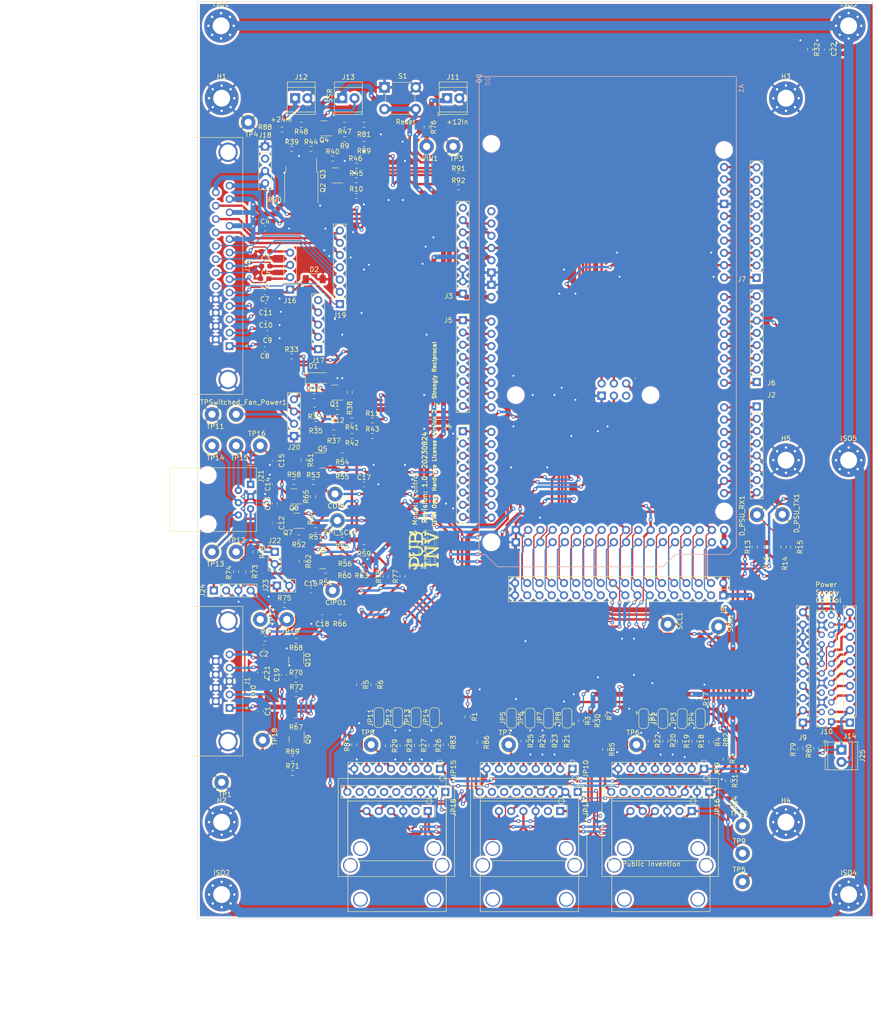
<source format=kicad_pcb>
(kicad_pcb (version 20221018) (generator pcbnew)
  (title_block (title "O") (date "2023-08-24") (rev "0.1") (company "Public Invention"))
  (layers (0 "F.Cu" signal) (31 "B.Cu" signal) (34 "B.Paste" user) (35 "F.Paste" user) (36 "B.SilkS" user "B.Silkscreen") (37 "F.SilkS" user "F.Silkscreen") (38 "B.Mask" user) (39 "F.Mask" user) (44 "Edge.Cuts" user))
  (net 0 "")
  (net 1 "/Blower controller/TachFan4")
  (net 2 "GND")
  (net 3 "/Blower controller/Switched_Fan_Power")
  (net 4 "/Blower controller/TachFan3")
  (net 5 "/Blower controller/TachFan2")
  (net 6 "/Blower controller/TachFan1")
  (net 7 "/Blower controller/PWMFan1")
  (net 8 "/Blower controller/PWMFan2")
  (net 9 "/Blower controller/PWMFan3")
  (net 10 "/Blower controller/PWMFan4")
  (net 11 "/SPI_ControllerLevel_Shifter/CIPO")
  (net 12 "/SPI_ControllerLevel_Shifter/C_SCK")
  (net 13 "/SPI_ControllerLevel_Shifter/COPI")
  (net 14 "/SPI_ControllerLevel_Shifter/nCS")
  (net 15 "/SPI_ControllerLevel_Shifter/+3V3Local")
  (net 16 "/SPI_ControllerLevel_Shifter/+5VLocal")
  (net 17 "/I2C_LevelShift/+3V3Local")
  (net 18 "/I2C_LevelShift/+5VLocal")
  (net 19 "/I2C_LevelShift/SCL_5V")
  (net 20 "/I2C_LevelShift/SDA_5V")
  (net 21 "Net-(D1-K)")
  (net 22 "Net-(J7-Pin_6)")
  (net 23 "Net-(A1-D14{slash}TX3)")
  (net 24 "Net-(A1-D15{slash}RX3)")
  (net 25 "Net-(A1-D16{slash}TX2)")
  (net 26 "Net-(A1-D17{slash}RX2)")
  (net 27 "/D_PSU_TX")
  (net 28 "/D_PSU_RX")
  (net 29 "D23")
  (net 30 "/TX")
  (net 31 "DAC0")
  (net 32 "DAC1")
  (net 33 "CANR")
  (net 34 "CANT")
  (net 35 "+5V")
  (net 36 "+3.3V")
  (net 37 "Net-(A1-RESET)")
  (net 38 "Net-(A1-IOREF)")
  (net 39 "BLOWER_TACH")
  (net 40 "D0")
  (net 41 "D1")
  (net 42 "D32")
  (net 43 "ONE_WIRE_TC")
  (net 44 "LOOPBACK13")
  (net 45 "/Blower controller/LOOPBACK13")
  (net 46 "D25")
  (net 47 "D27")
  (net 48 "BLOWER_ENABLE")
  (net 49 "D29")
  (net 50 "D31")
  (net 51 "D37")
  (net 52 "D39")
  (net 53 "D41")
  (net 54 "Net-(J5-Pin_8)")
  (net 55 "D43")
  (net 56 "Net-(J5-Pin_7)")
  (net 57 "D45")
  (net 58 "Net-(J5-Pin_6)")
  (net 59 "D47")
  (net 60 "Net-(J5-Pin_5)")
  (net 61 "D49")
  (net 62 "Net-(J5-Pin_4)")
  (net 63 "D51")
  (net 64 "Net-(J5-Pin_3)")
  (net 65 "SCL1")
  (net 66 "SDA1")
  (net 67 "AREF")
  (net 68 "Net-(J5-Pin_2)")
  (net 69 "Net-(A1-D10_CS0)")
  (net 70 "/VO+")
  (net 71 "/VS+")
  (net 72 "/VO-")
  (net 73 "/VS-")
  (net 74 "/POK")
  (net 75 "/VSET")
  (net 76 "/PAR")
  (net 77 "/EN-")
  (net 78 "Net-(J6-Pin_3)")
  (net 79 "Net-(J6-Pin_4)")
  (net 80 "Net-(A1-D4_CS1)")
  (net 81 "Net-(J6-Pin_7)")
  (net 82 "SDA")
  (net 83 "SCL")
  (net 84 "Net-(J6-Pin_8)")
  (net 85 "+24V")
  (net 86 "Net-(J7-Pin_5)")
  (net 87 "Net-(JP1-C)")
  (net 88 "/SPI_ControllerLevel_Shifter/ControllerVcc")
  (net 89 "+12V")
  (net 90 "/I2C_LevelShift/I2C_VCC")
  (net 91 "Net-(JP9-Pin_2)")
  (net 92 "Net-(Q1-G)")
  (net 93 "Net-(Q2-G)")
  (net 94 "Net-(JP2-C)")
  (net 95 "Net-(Q3-G)")
  (net 96 "Net-(Q3-D)")
  (net 97 "Net-(Q4-G)")
  (net 98 "Net-(Q4-D)")
  (net 99 "CIPO")
  (net 100 "SPI_SCK")
  (net 101 "COPI")
  (net 102 "Net-(Q9-D)")
  (net 103 "Net-(Q10-D)")
  (net 104 "/Blower controller/FAN_POWER")
  (net 105 "Net-(JP3-C)")
  (net 106 "/Blower controller/FAN1_FG")
  (net 107 "/Blower controller/nFAN1_PWM")
  (net 108 "Net-(JP9-Pin_3)")
  (net 109 "Net-(JP9-Pin_4)")
  (net 110 "/SSR Interface/Heater")
  (net 111 "/SSR Interface/Heater_SSR_Low")
  (net 112 "Net-(JP4-C)")
  (net 113 "Net-(JP9-Pin_5)")
  (net 114 "Net-(JP9-Pin_6)")
  (net 115 "/Blower controller/LOOPBACK25")
  (net 116 "SPI_nRST")
  (net 117 "/Thermocouple Amplifier with 1-Wire Breakout Board - MAX31850K/+VccMAX31850")
  (net 118 "Net-(JP5-C)")
  (net 119 "Net-(JP6-C)")
  (net 120 "/AUX")
  (net 121 "/EN+")
  (net 122 "/ACI")
  (net 123 "/VCI")
  (net 124 "Net-(JP7-C)")
  (net 125 "Net-(JP8-C)")
  (net 126 "/RX")
  (net 127 "Net-(JP10-Pad2)")
  (net 128 "Net-(JP10-Pad3)")
  (net 129 "Net-(JP10-Pad4)")
  (net 130 "Net-(JP10-Pad5)")
  (net 131 "Net-(JP10-Pad6)")
  (net 132 "Net-(JP11-C)")
  (net 133 "Net-(JP12-C)")
  (net 134 "Net-(JP13-C)")
  (net 135 "Net-(JP14-C)")
  (net 136 "Net-(JP15-Pad2)")
  (net 137 "Net-(JP15-Pad3)")
  (net 138 "Net-(JP15-Pad4)")
  (net 139 "Net-(JP15-Pad5)")
  (net 140 "Net-(JP15-Pad6)")
  (net 141 "/Thermocouple Amplifier SPI Interface breakout board - MAX31855 /+VccMAX31855")
  (net 143 "/Thermocouple Amplifier SPI Interface breakout board - MAX31855 /DO")
  (net 144 "/Thermocouple Amplifier SPI Interface breakout board - MAX31855 /nCS_1")
  (net 145 "/Thermocouple Amplifier SPI Interface breakout board - MAX31855 /SCK")
  (net 147 "/Thermocouple Amplifier SPI Interface breakout board - MAX31855 /nCS_2")
  (net 149 "/Thermocouple Amplifier SPI Interface breakout board - MAX31855 /nCS_3")
  (net 150 "/Thermocouple Amplifier I2C breakout board - MCP9600/+VccMCP9600")
  (net 151 "/Thermocouple Amplifier I2C breakout board - MCP9600/SCL")
  (net 152 "/Thermocouple Amplifier I2C breakout board - MCP9600/SDA")
  (net 157 "Net-(JP19-Pad9)")
  (net 162 "Net-(JP20-Pad9)")
  (net 167 "Net-(JP21-Pad9)")
  (net 168 "Net-(J4-Pin_4)")
  (net 169 "Net-(J4-Pin_3)")
  (net 170 "Net-(J4-Pin_2)")
  (net 171 "Net-(J4-Pin_1)")
  (net 172 "Net-(C2-Pad1)")
  (net 173 "Net-(R39-Pad2)")
  (net 174 "Net-(R60-Pad1)")
  (net 176 "/PS_SDA")
  (net 177 "/PS_SCL")
  (net 178 "D38")
  (net 179 "Net-(J15-P18)")
  (net 180 "Net-(J15-P19)")
  (net 181 "Net-(J15-P20)")
  (net 182 "Net-(J15-P21)")
  (net 183 "Net-(J15-P22)")
  (net 184 "Net-(J15-P23)")
  (net 185 "Net-(J15-P24)")
  (net 186 "D40")
  (net 189 "Net-(J7-Pin_1)")
  (net 190 "nFAN1_PWM")
  (net 191 "Net-(J7-Pin_4)")
  (net 192 "Net-(J8-Pin_6)")
  (net 193 "Net-(J8-Pin_8)")
  (net 194 "Net-(J8-Pin_10)")
  (net 195 "Net-(J8-Pin_12)")
  (net 196 "D42")
  (net 197 "D44")
  (net 198 "D46")
  (net 199 "D48")
  (net 200 "D50")
  (net 201 "D52")
  (net 202 "D53")
  (net 203 "TC_nCS1")
  (net 204 "TC_nCS2")
  (net 205 "TC_nCS3")
  (net 206 "Net-(J3-Pin_1)")
  (net 207 "/SSR Interface/Heater_SSR_High")
  (net 208 "Net-(C22-Pad2)")
  (net 210 "5VHead")
  (footprint "Resistor_SMD:R_0603_1608Metric_Pad0.98x0.95mm_HandSolder" (layer "F.Cu") (at 89.47 189.21052 -90)
    (fp_text reference "R29")
    (fp_text value "1K")
  )
  (footprint "Resistor_SMD:R_0603_1608Metric_Pad0.98x0.95mm_HandSolder" (layer "F.Cu") (at 89 154.0875 90)
    (fp_text reference "R78")
    (fp_text value "4K7")
  )
  (footprint "Capacitor_SMD:C_0603_1608Metric_Pad1.08x0.95mm_HandSolder" (layer "F.Cu") (at 64.1375 86.75 180)
    (fp_text reference "C3")
    (fp_text value "39pF")
  )
  (footprint "TestPoint:TestPoint_Loop_D2.54mm_Drill1.5mm_Beaded" (layer "F.Cu") (at 63.5 188 90)
    (fp_text reference "TP18")
    (fp_text value "SCL_5V")
  )
  (footprint "TestPoint:TestPoint_Loop_D2.54mm_Drill1.5mm_Beaded" (layer "F.Cu") (at 79 142.5)
    (fp_text reference "SPI_SCK1")
    (fp_text value "SPI_SCK")
  )
  (footprint "Resistor_SMD:R_0603_1608Metric_Pad0.98x0.95mm_HandSolder" (layer "F.Cu") (at 69.7 194.8125)
    (fp_text reference "R71")
    (fp_text value "39R")
  )
  (footprint "Resistor_SMD:R_0603_1608Metric_Pad0.98x0.95mm_HandSolder" (layer "F.Cu") (at 73.9375 137.55 90)
    (fp_text reference "R65")
    (fp_text value "10K")
  )
  (footprint "Resistor_SMD:R_0603_1608Metric_Pad0.98x0.95mm_HandSolder" (layer "F.Cu") (at 74.5 122.5 180)
    (fp_text reference "R35")
    (fp_text value "DNI")
  )
  (footprint "Resistor_SMD:R_0603_1608Metric_Pad0.98x0.95mm_HandSolder" (layer "F.Cu") (at 71.5 60.5 180)
    (fp_text reference "R48")
    (fp_text value "1R0")
  )
  (footprint "Package_TO_SOT_SMD:SOT-23" (layer "F.Cu") (at 70.53 142.55 180)
    (fp_text reference "Q7")
    (fp_text value "BSS138")
  )
  (footprint "Resistor_SMD:R_0603_1608Metric_Pad0.98x0.95mm_HandSolder" (layer "F.Cu") (at 144 188.2 -90)
    (fp_text reference "R22")
    (fp_text value "1K")
  )
  (footprint "Capacitor_SMD:C_0603_1608Metric_Pad1.08x0.95mm_HandSolder" (layer "F.Cu") (at 64 82)
    (fp_text reference "C4")
    (fp_text value "39pF")
  )
  (footprint "PubInv_PCB:Logo_PI_BandW_70percent_10x10" (layer "F.Cu") (at 97.1 148.6 90)
    (fp_text reference "G***" hide)
    (fp_text value "LOGO" hide)
  )
  (footprint "Connector_PinSocket_2.54mm:PinSocket_1x08_P2.54mm_Vertical" (layer "F.Cu") (at 105 101)
    (fp_text reference "J5")
    (fp_text value "Conn_01x08")
  )
  (footprint "Resistor_SMD:R_0603_1608Metric_Pad0.98x0.95mm_HandSolder" (layer "F.Cu") (at 101.5 188.95 90)
    (fp_text reference "R83")
    (fp_text value "4K7")
  )
  (footprint "Resistor_SMD:R_0603_1608Metric_Pad0.98x0.95mm_HandSolder" (layer "F.Cu") (at 74.9 141.9975 90)
    (fp_text reference "R64")
    (fp_text value "10K")
  )
  (footprint "Resistor_SMD:R_0603_1608Metric_Pad0.98x0.95mm_HandSolder" (layer "F.Cu") (at 161 187.95 90)
    (fp_text reference "R82")
    (fp_text value "1R0")
  )
  (footprint "Resistor_SMD:R_0603_1608Metric_Pad0.98x0.95mm_HandSolder" (layer "F.Cu") (at 120.14 188.175 -90)
    (fp_text reference "R24")
    (fp_text value "1K")
  )
  (footprint "Resistor_SMD:R_0603_1608Metric_Pad0.98x0.95mm_HandSolder" (layer "F.Cu") (at 82.5 188.95 -90)
    (fp_text reference "R87")
    (fp_text value "DNI")
  )
  (footprint "Resistor_SMD:R_0603_1608Metric_Pad0.98x0.95mm_HandSolder" (layer "F.Cu") (at 80 146.5 180)
    (fp_text reference "R50")
    (fp_text value "1R")
  )
  (footprint "Resistor_SMD:R_0603_1608Metric_Pad0.98x0.95mm_HandSolder" (layer "F.Cu") (at 73.525 65.5)
    (fp_text reference "R44")
    (fp_text value "10K")
  )
  (footprint "TestPoint:TestPoint_Loop_D2.54mm_Drill1.5mm_Beaded" (layer "F.Cu") (at 166 141.3)
    (fp_text reference "D_PSU_RX1")
    (fp_text value "D_PSU_RX")
  )
  (footprint "Resistor_SMD:R_0603_1608Metric_Pad0.98x0.95mm_HandSolder" (layer "F.Cu") (at 98.5 189.12302 -90)
    (fp_text reference "R26")
    (fp_text value "1K")
  )
  (footprint "Jumper:SolderJumper-3_P1.3mm_Bridged12_RoundedPad1.0x1.5mm" (layer "F.Cu") (at 150.5 183.55 90)
    (fp_text reference "JP3")
    (fp_text value "SolderJumper_3_Bridged12")
  )
  (footprint "PubInv_KiCad_PCB:MountingHole_3.5mm_Pad_Via" (layer "F.Cu") (at 185 220)
    (fp_text reference "ISO4")
    (fp_text value "MountingHole_Pad_3.5mm")
  )
  (footprint "Resistor_SMD:R_0603_1608Metric_Pad0.98x0.95mm_HandSolder" (layer "F.Cu") (at 74.5 144.5 180)
    (fp_text reference "R57")
    (fp_text value "1K")
  )
  (footprint "Resistor_SMD:R_0603_1608Metric_Pad0.98x0.95mm_HandSolder" (layer "F.Cu") (at 60.51 153.0875 -90)
    (fp_text reference "R73")
    (fp_text value "1R")
  )
  (footprint "TestPoint:TestPoint_Loop_D2.54mm_Drill1.5mm_Beaded" (layer "F.Cu") (at 58 149)
    (fp_text reference "TP12")
    (fp_text value "ControllerVCC")
  )
  (footprint "Resistor_SMD:R_0603_1608Metric_Pad0.98x0.95mm_HandSolder" (layer "F.Cu") (at 106 183.15 -90)
    (fp_text reference "R1")
    (fp_text value "1R0")
  )
  (footprint "Resistor_SMD:R_0603_1608Metric_Pad0.98x0.95mm_HandSolder" (layer "F.Cu") (at 70.5 178.45625)
    (fp_text reference "R72")
    (fp_text value "39R")
  )
  (footprint "Resistor_SMD:R_0603_1608Metric_Pad0.98x0.95mm_HandSolder" (layer "F.Cu") (at 134 182.95 -90)
    (fp_text reference "R7")
    (fp_text value "1R0")
  )
  (footprint "Resistor_SMD:R_0603_1608Metric_Pad0.98x0.95mm_HandSolder" (layer "F.Cu") (at 108.5 188.45 -90)
    (fp_text reference "R86")
    (fp_text value "DNI")
  )
  (footprint "Resistor_SMD:R_0603_1608Metric_Pad0.98x0.95mm_HandSolder" (layer "F.Cu") (at 168 148 -90)
    (fp_text reference "R16")
    (fp_text value "1R0")
  )
  (footprint "Resistor_SMD:R_0603_1608Metric_Pad0.98x0.95mm_HandSolder" (layer "F.Cu") (at 82 125 180)
    (fp_text reference "R42")
    (fp_text value "1K")
  )
  (footprint "Package_TO_SOT_SMD:SOT-23" (layer "F.Cu") (at 70 137.5 180)
    (fp_text reference "Q8")
    (fp_text value "BSS138")
  )
  (footprint "Resistor_SMD:R_0603_1608Metric_Pad0.98x0.95mm_HandSolder" (layer "F.Cu") (at 86.25 125)
    (fp_text reference "R43")
    (fp_text value "DNI")
  )
  (footprint "Resistor_SMD:R_0603_1608Metric_Pad0.98x0.95mm_HandSolder" (layer "F.Cu") (at 71 146)
    (fp_text reference "R52")
    (fp_text value "DNI")
  )
  (footprint "Resistor_SMD:R_0603_1608Metric_Pad0.98x0.95mm_HandSolder" (layer "F.Cu") (at 129.5 184 -90)
    (fp_text reference "R3")
    (fp_text value "1R0")
  )
  (footprint "Resistor_SMD:R_0603_1608Metric_Pad0.98x0.95mm_HandSolder" (layer "F.Cu") (at 82.9125 75.25)
    (fp_text reference "R10")
    (fp_text value "1R")
  )
  (footprint "Connector_PinHeader_2.54mm:PinHeader_1x04_P2.54mm_Vertical" (layer "F.Cu") (at 53.38 157 90)
    (fp_text reference "J24")
    (fp_text value "Conn_01x04")
  )
  (footprint "TestPoint:TestPoint_Loop_D2.54mm_Drill1.5mm_Beaded" (layer "F.Cu") (at 141 188.95 180)
    (fp_text reference "TP6")
    (fp_text value "+VccMAX31850_1")
  )
  (footprint "Capacitor_SMD:C_0603_1608Metric_Pad1.08x0.95mm_HandSolder" (layer "F.Cu") (at 67.86875 174.5 90)
    (fp_text reference "C19")
    (fp_text value "1uF")
  )
  (footprint "Connector_PinSocket_2.54mm:PinSocket_1x08_P2.54mm_Vertical" (layer "F.Cu") (at 165.94 113.78 180)
    (fp_text reference "J6")
    (fp_text value "Conn_01x08")
  )
  (footprint "Connector_PinSocket_2.54mm:PinSocket_1x08_P2.54mm_Vertical" (layer "F.Cu") (at 105 124)
    (fp_text reference "J4")
    (fp_text value "Conn_01x08")
  )
  (footprint "Resistor_SMD:R_0603_1608Metric_Pad0.98x0.95mm_HandSolder" (layer "F.Cu") (at 79.5 162.5 180)
    (fp_text reference "R66")
    (fp_text value "1R")
  )
  (footprint "PubInv_KiCad_PCB:MountingHole_3.5mm_Pad_Via" (layer "F.Cu") (at 185 130)
    (fp_text reference "ISO5")
    (fp_text value "MountingHole_Pad_3.5mm")
  )
  (footprint "Connector_PinHeader_2.54mm:PinHeader_1x05_P2.54mm_Vertical" (layer "F.Cu") (at 75 107 180)
    (fp_text reference "J17")
    (fp_text value "Conn_01x05")
  )
  (footprint "Capacitor_SMD:C_0603_1608Metric_Pad1.08x0.95mm_HandSolder" (layer "F.Cu") (at 66 143 -90)
    (fp_text reference "C12")
    (fp_text value "39PF")
  )
  (footprint "PubInv_KiCad_PCB:MountingHole_3.5mm_Pad_Via" (layer "F.Cu") (at 172 130)
    (fp_text reference "H5")
    (fp_text value "MountingHole_Pad_3.5mm")
  )
  (footprint "Capacitor_SMD:C_0603_1608Metric_Pad1.08x0.95mm_HandSolder" (layer "F.Cu") (at 64.1375 100.6 180)
    (fp_text reference "C10")
    (fp_text value "39pF")
  )
  (footprint "Diode_SMD:D_MiniMELF" (layer "F.Cu") (at 74.19 92.5)
    (fp_text reference "D2")
    (fp_text value "DNI ")
  )
  (footprint "Resistor_SMD:R_0603_1608Metric_Pad0.98x0.95mm_HandSolder" (layer "F.Cu") (at 84 152.5 180)
    (fp_text reference "R63")
    (fp_text value "DNI")
  )
  (footprint "Resistor_SMD:R_0603_1608Metric_Pad0.98x0.95mm_HandSolder" (layer "F.Cu") (at 58 153.0875 -90)
    (fp_text reference "R74")
    (fp_text value "DNI")
  )
  (footprint "TestPoint:TestPoint_Loop_D2.54mm_Drill1.5mm_Beaded" (layer "F.Cu") (at 53 120.5)
    (fp_text reference "TP11")
    (fp_text value "GND")
  )
  (footprint "Package_TO_SOT_SMD:SOT-23" (layer "F.Cu") (at 75.9375 150.95)
    (fp_text reference "Q6")
    (fp_text value "BSS138")
  )
  (footprint "Resistor_SMD:R_0603_1608Metric_Pad0.98x0.95mm_HandSolder" (layer "F.Cu") (at 92.5 189.12302 -90)
    (fp_text reference "R28")
    (fp_text value "1K")
  )
  (footprint "Connector_PinSocket_2.54mm:PinSocket_2x18_P2.54mm_Vertical" (layer "F.Cu") (at 159 158 -90)
    (fp_text reference "J8")
    (fp_text value "Conn_02x18_Odd_Even")
  )
  (footprint "Resistor_SMD:R_0603_1608Metric_Pad0.98x0.95mm_HandSolder" (layer "F.Cu") (at 70.4125 175.45625)
    (fp_text reference "R70")
    (fp_text value "10K")
  )
  (footprint "TerminalBlock_TE-Connectivity:TerminalBlock_TE_282834-2_1x02_P2.54mm_Horizontal" (layer "F.Cu") (at 80 55)
    (fp_text reference "J13")
    (fp_text value "Screw_Terminal_01x02")
  )
  (footprint "Package_TO_SOT_SMD:TO-252-2" (layer "F.Cu") (at 71.5 73.565 -90)
    (fp_text reference "Q2")
    (fp_text value "NCE01P30K")
  )
  (footprint "TestPoint:TestPoint_Loop_D2.54mm_Drill1.5mm_Beaded" (layer "F.Cu") (at 171.25 141.25)
    (fp_text reference "D_PSU_TX1")
    (fp_text value "D_PSU_TX")
  )
  (footprint "Connector_PinSocket_2.54mm:PinSocket_1x10_P2.54mm_Vertical" (layer "F.Cu") (at 185.25 184.38 180)
    (fp_text reference "J14")
    (fp_text value "Conn_01x10")
  )
  (footprint "PubInv_KiCad_PCB:MountingHole_3.5mm_Pad_Via" (layer "F.Cu") (at 55 205)
    (fp_text reference "H2")
    (fp_text value "MountingHole_Pad_3.5mm")
  )
  (footprint "Resistor_SMD:R_0603_1608Metric_Pad0.98x0.95mm_HandSolder" (layer "F.Cu") (at 67.5 61.5)
    (fp_text reference "R88")
    (fp_text value "1R0")
  )
  (footprint "Package_TO_SOT_SMD:SOT-23" (layer "F.Cu") (at 76.25 61.25 180)
    (fp_text reference "Q4")
    (fp_text value "BSS138")
  )
  (footprint "Jumper:SolderJumper-3_P1.3mm_Bridged12_RoundedPad1.0x1.5mm" (layer "F.Cu") (at 115.1 183.45 90)
    (fp_text reference "JP5")
    (fp_text value "SolderJumper_3_Bridged12")
  )
  (footprint "Resistor_SMD:R_0603_1608Metric_Pad0.98x0.95mm_HandSolder" (layer "F.Cu") (at 79 120)
    (fp_text reference "R12")
    (fp_text value "1R")
  )
  (footprint "Resistor_SMD:R_0603_1608Metric_Pad0.98x0.95mm_HandSolder" (layer "F.Cu") (at 69.5 108.5)
    (fp_text reference "R33")
    (fp_text value "1R0")
  )
  (footprint "Capacitor_SMD:C_0603_1608Metric_Pad1.08x0.95mm_HandSolder" (layer "F.Cu") (at 64.1375 89.8 180)
    (fp_text reference "C5")
    (fp_text value "39pF")
  )
  (footprint "PubInv_KiCad_PCB:Adafruit_MAX31850K_Module" (layer "F.Cu") (at 127.725 193.95 180)
    (fp_text reference "JP10")
    (fp_text value "MAX31850K")
  )
  (footprint "Capacitor_SMD:C_0603_1608Metric_Pad1.08x0.95mm_HandSolder" (layer "F.Cu") (at 66 139 90)
    (fp_text reference "C13")
    (fp_text value "39PF")
  )
  (footprint "Capacitor_SMD:C_0603_1608Metric_Pad1.08x0.95mm_HandSolder" (layer "F.Cu") (at 180.5 44.9125 -90)
    (fp_text reference "C22")
    (fp_text value "10nF")
  )
  (footprint "Jumper:SolderJumper-3_P1.3mm_Bridged12_RoundedPad1.0x1.5mm" (layer "F.Cu") (at 122.77 183.45 90)
    (fp_text reference "JP7")
    (fp_text value "SolderJumper_3_Bridged12")
  )
  (footprint "Resistor_SMD:R_0603_1608Metric_Pad0.98x0.95mm_HandSolder" (layer "F.Cu") (at 175 189.75 90)
    (fp_text reference "R79")
    (fp_text value "1R0")
  )
  (footprint "TestPoint:TestPoint_Loop_D2.54mm_Drill1.5mm_Beaded" (layer "F.Cu") (at 147.5 164 90)
    (fp_text reference "SCL1")
    (fp_text value "SCL")
  )
  (footprint "PubInv_KiCad_PCB:MountingHole_3.5mm_Pad_Via" (layer "F.Cu") (at 172 55)
    (fp_text reference "H3")
    (fp_text value "MountingHole_Pad_3.5mm")
  )
  (footprint "Jumper:SolderJumper-3_P1.3mm_Bridged12_RoundedPad1.0x1.5mm" (layer "F.Cu") (at 146.5 183.55 90)
    (fp_text reference "JP2")
    (fp_text value "SolderJumper_3_Bridged12")
  )
  (footprint "Resistor_SMD:R_0603_1608Metric_Pad0.98x0.95mm_HandSolder" (layer "F.Cu") (at 84.5 148 180)
    (fp_text reference "R59")
    (fp_text value "1R")
  )
  (footprint "Connector_PinHeader_2.54mm:PinHeader_1x07_P2.54mm_Vertical" (layer "F.Cu") (at 79.5 97.66 180)
    (fp_text reference "J19")
    (fp_text value "Conn_01x07")
  )
  (footprint "Resistor_SMD:R_0603_1608Metric_Pad0.98x0.95mm_HandSolder" (layer "F.Cu") (at 165.5 148 90)
    (fp_text reference "R13")
    (fp_text value "1R0")
  )
  (footprint "Package_TO_SOT_SMD:SOT-23" (layer "F.Cu") (at 78.4375 116 180)
    (fp_text reference "Q1")
    (fp_text value "BSS138")
  )
  (footprint "Arduino:Arduino_Due_Shield" (layer "F.Cu") (at 108.38 50.48 -90)
    (fp_text reference "A1")
    (fp_text value "Arduino_Due_Shield")
  )
  (footprint "TestPoint:TestPoint_Loop_D2.54mm_Drill1.5mm_Beaded" (layer "F.Cu") (at 53 127)
    (fp_text reference "TP14")
    (fp_text value "SCK")
  )
  (footprint "Connector_PinHeader_2.54mm:PinHeader_1x02_P2.54mm_Vertical" (layer "F.Cu") (at 66 149)
    (fp_text reference "J22")
    (fp_text value "0.100_2Pin")
  )
  (footprint "Jumper:SolderJumper-3_P1.3mm_Bridged12_RoundedPad1.0x1.5mm" (layer "F.Cu") (at 142.5 183.55 -90)
    (fp_text reference "JP1")
    (fp_text value "SolderJumper_3_Bridged12")
  )
  (footprint "TestPoint:TestPoint_Loop_D2.54mm_Drill1.5mm_Beaded" (layer "F.Cu") (at 78.5 137)
    (fp_text reference "COPI1")
    (fp_text value "COPI")
  )
  (footprint "Connector_PinHeader_2.54mm:PinHeader_1x04_P2.54mm_Vertical" (layer "F.Cu") (at 64 65)
    (fp_text reference "J18")
    (fp_text value "Conn_01x04")
  )
  (footprint "Resistor_SMD:R_0603_1608Metric_Pad0.98x0.95mm_HandSolder" (layer "F.Cu") (at 83.5 176.5 -90)
    (fp_text reference "R5")
    (fp_text value "1R0")
  )
  (footprint "PubInv_KiCad_PCB:Adafruit_MAX31850K_Module" (layer "F.Cu") (at 100.28 193.95 180)
    (fp_text reference "JP15")
    (fp_text value "MAX31850K")
  )
  (footprint "TestPoint:TestPoint_Loop_D2.54mm_Drill1.5mm_Beaded" (layer "F.Cu") (at 63 127 180)
    (fp_text reference "TP16")
    (fp_text value "nCS")
  )
  (footprint "Resistor_SMD:R_0603_1608Metric_Pad0.98x0.95mm_HandSolder" (layer "F.Cu") (at 92.5 154.0875 90)
    (fp_text reference "R77")
    (fp_text value "4K7")
  )
  (footprint "TestPoint:TestPoint_Loop_D2.54mm_Drill1.5mm_Beaded" (layer "F.Cu") (at 114.5 188.95 180)
    (fp_text reference "TP7")
    (fp_text value "+VccMAX31850_2")
  )
  (footprint "Resistor_SMD:R_0603_1608Metric_Pad0.98x0.95mm_HandSolder" (layer "F.Cu") (at 66 77.5)
    (fp_text reference "R90")
    (fp_text value "DNI")
  )
  (footprint "Resistor_SMD:R_0603_1608Metric_Pad0.98x0.95mm_HandSolder" (layer "F.Cu") (at 80.5 152.5 180)
    (fp_text reference "R60")
    (fp_text value "DNI")
  )
  (footprint "Resistor_SMD:R_0603_1608Metric_Pad0.98x0.95mm_HandSolder" (layer "F.Cu") (at 177 44.9125 -90)
    (fp_text reference "R32")
    (fp_text value "4M7")
  )
  (footprint "TestPoint:TestPoint_Loop_D2.54mm_Drill1.5mm_Beaded" (layer "F.Cu") (at 53 149)
    (fp_text reference "TP13")
    (fp_text value "CPIO")
  )
  (footprint "Resistor_SMD:R_0603_1608Metric_Pad0.98x0.95mm_HandSolder" (layer "F.Cu") (at 69.7 191.8125)
    (fp_text reference "R69")
    (fp_text value "10K")
  )
  (footprint "Resistor_SMD:R_0603_1608Metric_Pad0.98x0.95mm_HandSolder" (layer "F.Cu") (at 86.5 176.5 -90)
    (fp_text reference "R6")
    (fp_text value "1R0")
  )
  (footprint "Resistor_SMD:R_0603_1608Metric_Pad0.98x0.95mm_HandSolder" (layer "F.Cu") (at 154 179.5 -90)
    (fp_text reference "R17")
    (fp_text value "DNI")
  )
  (footprint "Resistor_SMD:R_0603_1608Metric_Pad0.98x0.95mm_HandSolder" (layer "F.Cu") (at 70 134.5 180)
    (fp_text reference "R58")
    (fp_text value "1K")
  )
  (footprint "TestPoint:TestPoint_Loop_D2.54mm_Drill1.5mm_Beaded" (layer "F.Cu") (at 163 211.45 180)
    (fp_text reference "TP9")
    (fp_text value "+VccMAX3185")
  )
  (footprint "TestPoint:TestPoint_Loop_D2.54mm_Drill1.5mm_Beaded" (layer "F.Cu") (at 60.5 60)
    (fp_text reference "TP4")
    (fp_text value "GND")
  )
  (footprint "Diode_SMD:D_MiniMELF" (layer "F.Cu") (at 75 113)
    (fp_text reference "D1")
    (fp_text value "DNI ")
  )
  (footprint "Jumper:SolderJumper-3_P1.3mm_Bridged12_RoundedPad1.0x1.5mm" (layer "F.Cu") (at 118.935 183.45 -90)
    (fp_text reference "JP6")
    (fp_text value "SolderJumper_3_Bridged12")
  )
  (footprint "Resistor_SMD:R_0603_1608Metric_Pad0.98x0.95mm_HandSolder" (layer "F.Cu") (at 117.63 188.175 -90)
    (fp_text reference "R25")
    (fp_text value "1K")
  )
  (footprint "TestPoint:TestPoint_Loop_D2.54mm_Drill1.5mm_Beaded" (layer "F.Cu") (at 158 164.5 90)
    (fp_text reference "SDA1")
    (fp_text value "SDA")
  )
  (footprint "Resistor_SMD:R_0603_1608Metric_Pad0.98x0.95mm_HandSolder" (layer "F.Cu") (at 125.16 188.175 -90)
    (fp_text reference "R21")
    (fp_text value "1K")
  )
  (footprint "PubInv_KiCad_PCB:MountingHole_3.5mm_Pad_Via" (layer "F.Cu") (at 55 220)
    (fp_text reference "ISO2")
    (fp_text value "MountingHole_Pad_3.5mm")
  )
  (footprint "Capacitor_SMD:C_0603_1608Metric_Pad1.08x0.95mm_HandSolder" (layer "F.Cu") (at 75.8625 162.5 180)
    (fp_text reference "C18")
    (fp_text value "1uF")
  )
  (footprint "Capacitor_SMD:C_0603_1608Metric_Pad1.08x0.95mm_HandSolder" (layer "F.Cu") (at 63.75 168.75 180)
    (fp_text reference "C2")
    (fp_text value "39PF")
  )
  (footprint "Capacitor_SMD:C_0603_1608Metric_Pad1.08x0.95mm_HandSolder" (layer "F.Cu") (at 66 135 90)
    (fp_text reference "C14")
    (fp_text value "39PF")
  )
  (footprint "Resistor_SMD:R_0603_1608Metric_Pad0.98x0.95mm_HandSolder" (layer "F.Cu") (at 82 121.75 180)
    (fp_text reference "R41")
    (fp_text value "10K")
  )
  (footprint "Jumper:SolderJumper-3_P1.3mm_Bridged12_RoundedPad1.0x1.5mm" (layer "F.Cu") (at 126.605 183.45 90)
    (fp_text reference "JP8")
    (fp_text value "SolderJumper_3_Bridged12")
  )
  (footprint "Capacitor_SMD:C_0603_1608Metric_Pad1.08x0.95mm_HandSolder" (layer "F.Cu") (at 63 178 90)
    (fp_text reference "C20")
    (fp_text value "39PF")
  )
  (footprint "Jumper:SolderJumper-3_P1.3mm_Bridged12_RoundedPad1.0x1.5mm" (layer "F.Cu") (at 154.25 183.55 90)
    (fp_text reference "JP4")
    (fp_text value "SolderJumper_3_Bridged12")
  )
  (footprint "Resistor_SMD:R_0603_1608Metric_Pad0.98x0.95mm_HandSolder" (layer "F.Cu") (at 159.5 191.95 -90)
    (fp_text reference "R2")
    (fp_text value "1R0")
  )
  (footprint "Resistor_SMD:R_0603_1608Metric_Pad0.98x0.95mm_HandSolder" (layer "F.Cu") (at 173.5 148 -90)
    (fp_text reference "R15")
    (fp_text value "1R0")
  )
  (footprint "Connector_Dsub:DSUB-9_Female_Horizontal_P2.77x2.84mm_EdgePinOffset4.94mm_Housed_MountingHolesOffset7.48mm" (layer "F.Cu") (at 56.625763 181.334 -90)
    (fp_text reference "J1")
    (fp_text value "DB9_Female_MountingHoles")
  )
  (footprint "Package_TO_SOT_SMD:SOT-23" (layer "F.Cu") (at 70.4625 171.39375 -90)
    (fp_text reference "Q10")
    (fp_text value "BSS138")
  )
  (footprint "Resistor_SMD:R_0603_1608Metric_Pad0.98x0.95mm_HandSolder" (layer "F.Cu") (at 150 188.25 -90)
    (fp_text reference "R19")
    (fp_text value "1K")
  )
  (footprint "TestPoint:TestPoint_Loop_D2.54mm_Drill1.5mm_Beaded" (layer "F.Cu") (at 163 217.35 180)
    (fp_text reference "TP5")
    (fp_text value "+VccMAX31850")
  )
  (footprint "Resistor_SMD:R_0603_1608Metric_Pad0.98x0.95mm_HandSolder" (layer "F.Cu") (at 81.5625 115.95 90)
    (fp_text reference "R38")
    (fp_text value "1K")
  )
  (footprint "Resistor_SMD:R_0603_1608Metric_Pad0.98x0.95mm_HandSolder" (layer "F.Cu") (at 147 188.2 -90)
    (fp_text reference "R20")
    (fp_text value "1K")
  )
  (footprint "Resistor_SMD:R_0603_1608Metric_Pad0.98x0.95mm_HandSolder" (layer "F.Cu") (at 64 167)
    (fp_text reference "R8")
    (fp_text value "1R0")
  )
  (footprint "Resistor_SMD:R_0603_1608Metric_Pad0.98x0.95mm_HandSolder" (layer "F.Cu") (at 160 196.45 -90)
    (fp_text reference "R31")
    (fp_text value "1R0")
  )
  (footprint "PubInv_KiCad_PCB:RJ12_Amphenol_54601" (layer "F.Cu") (at 61 135 -90)
    (fp_text reference "J21")
    (fp_text value "RJ12_6P6C_HORZ")
  )
  (footprint "Resistor_SMD:R_0603_1608Metric_Pad0.98x0.95mm_HandSolder" (layer "F.Cu") (at 80 132 180)
    (fp_text reference "R55")
    (fp_text value "DNI")
  )
  (footprint "Jumper:SolderJumper-3_P1.3mm_Bridged12_RoundedPad1.0x1.5mm" (layer "F.Cu") (at 87.635 183.33552 90)
    (fp_text reference "JP11")
    (fp_text value "SolderJumper_3_Bridged12")
  )
  (footprint "PubInv_KiCad_PCB:Adafruit_MCP9600_Module" (layer "F.Cu") (at 130.725 195.95 180)
    (fp_text reference "JP20" hide)
    (fp_text value "MCP9600_")
  )
  (footprint "PubInv_KiCad_PCB:MountingHole_3.5mm_Pad_Via" (layer "F.Cu") (at 55 55)
    (fp_text reference "H1")
    (fp_text value "MountingHole_Pad_3.5mm")
  )
  (footprint "Resistor_SMD:R_0603_1608Metric_Pad0.98x0.95mm_HandSolder" (layer "F.Cu") (at 80.5675 150.04 180)
    (fp_text reference "R56")
    (fp_text value "10K")
  )
  (footprint "Jumper:SolderJumper-3_P1.3mm_Bridged12_RoundedPad1.0x1.5mm" (layer "F.Cu") (at 91.47 183.33552 90)
    (fp_text reference "JP12")
    (fp_text value "SolderJumper_3_Bridged12")
  )
  (footprint "Resistor_SMD:R_0603_1608Metric_Pad0.98x0.95mm_HandSolder" (layer "F.Cu") (at 84.5 60.5)
    (fp_text reference "R81")
    (fp_text value "10K")
  )
  (footprint "Resistor_SMD:R_0603_1608Metric_Pad0.98x0.95mm_HandSolder" (layer "F.Cu") (at 72 130 -90)
    (fp_text reference "R61")
    (fp_text value "10K")
  )
  (footprint "Resistor_SMD:R_0603_1608Metric_Pad0.98x0.95mm_HandSolder" (layer "F.Cu") (at 131.5 184 -90)
    (fp_text reference "R30")
    (fp_text value "DNI")
  )
  (footprint "Connector_PinHeader_2.54mm:PinHeader_1x08_P2.54mm_Vertical" (layer "F.Cu") (at 105 95.5 180)
    (fp_text reference "J3")
    (fp_text value "Conn_01x08")
  )
  (footprint "Resistor_SMD:R_0603_1608Metric_Pad0.98x0.95mm_HandSolder" (layer "F.Cu") (at 74 134.5)
    (fp_text reference "R53")
    (fp_text value "DNI")
  )
  (footprint "Resistor_SMD:R_0603_1608Metric_Pad0.98x0.95mm_HandSolder" (layer "F.Cu") (at 74.275 119.55 180)
    (fp_text reference "R34")
    (fp_text value "DNI")
  )
  (footprint "TestPoint:TestPoint_Loop_D2.54mm_Drill1.5mm_Beaded" (layer "F.Cu") (at 63 163 90)
    (fp_text reference "TP17")
    (fp_text value "I2C_VCC")
  )
  (footprint "Resistor_SMD:R_0603_1608Metric_Pad0.98x0.95mm_HandSolder" (layer "F.Cu") (at 80.5 63.5 180)
    (fp_text reference "R9")
    (fp_text value "1R")
  )
  (footprint "Resistor_SMD:R_0603_1608Metric_Pad0.98x0.95mm_HandSolder" (layer "F.Cu") (at 84.5 64.5 180)
    (fp_text reference "R89")
    (fp_text value "DNI")
  )
  (footprint "TerminalBlock_TE-Connectivity:TerminalBlock_TE_282834-2_1x02_P2.54mm_Horizontal" (layer "F.Cu") (at 183.5 190 -90)
    (fp_text reference "J25")
    (fp_text value "Screw_Terminal_01x02")
  )
  (footprint "Resistor_SMD:R_0603_1608Metric_Pad0.98x0.95mm_HandSolder" (layer "F.Cu") (at 80 129 180)
    (fp_text reference "R54")
    (fp_text value "1K")
  )
  (footprint "Capacitor_SMD:C_0603_1608Metric_Pad1.08x0.95mm_HandSolder" (layer "F.Cu") (at 63.9375 95.2 180)
    (fp_text reference "C7")
    (fp_text value "39pF")
  )
  (footprint "TestPoint:TestPoint_Loop_D2.54mm_Drill1.5mm_Beaded" (layer "F.Cu") (at 78 157)
    (fp_text reference "CIPO1")
    (fp_text value "CIPO")
  )
  (footprint "Connector_PinHeader_2.00mm:PinHeader_2x12_P2.00mm_Vertical" (layer "F.Cu") (at 181.4 184.17 180)
    (fp_text reference "J10")
    (fp_text value "Conn_02x12_Odd_Even")
  )
  (footprint "Connector_PinSocket_2.54mm:PinSocket_1x08_P2.54mm_Vertical" (layer "F.Cu") (at 165.94 118.88)
    (fp_text reference "J2")
    (fp_text value "Conn_01x08")
  )
  (footprint "Resistor_SMD:R_0603_1608Metric_Pad0.98x0.95mm_HandSolder" (layer "F.Cu") (at 62 149 -90)
    (fp_text reference "R49")
    (fp_text value "1R")
  )
  (footprint "PubInv_KiCad_PCB:Adafruit_MAX31850K_Module" (layer "F.Cu") (at 155 193.95 180)
    (fp_text reference "JP9")
    (fp_text value "MAX31850K")
  )
  (footprint "Connector_PinHeader_2.54mm:PinHeader_1x04_P2.54mm_Vertical" (layer "F.Cu") (at 69.19 94.62 180)
    (fp_text reference "J16")
    (fp_text value "Conn_01x04")
  )
  (footprint "PubInv_KiCad_PCB:Adafruit_MAX31855_Module" (layer "F.Cu") (at 155 201.95 180)
    (fp_text reference "JP16")
    (fp_text value "MAX31855")
  )
  (footprint "Capacitor_SMD:C_0603_1608Metric_Pad1.08x0.95mm_HandSolder" (layer "F.Cu") (at 63.1 182 -90)
    (fp_text reference "C1")
    (fp_text value "39PF")
  )
  (footprint "TestPoint:TestPoint_Loop_D2.54mm_Drill1.5mm_Beaded" (layer "F.Cu") (at 58 127)
    (fp_text reference "TP15")
    (fp_text value "COPI")
  )
  (footprint "Resistor_SMD:R_0603_1608Metric_Pad0.98x0.95mm_HandSolder" (layer "F.Cu") (at 71.5675 150.9525 -90)
    (fp_text reference "R62")
    (fp_text value "1K")
  )
  (footprint "TerminalBlock_TE-Connectivity:TerminalBlock_TE_282834-2_1x02_P2.54mm_Horizontal" (layer "F.Cu") (at 101.73 55)
    (fp_text reference "J11")
    (fp_text value "Screw_Terminal_01x02")
  )
  (footprint "Capacitor_SMD:C_0603_1608Metric_Pad1.08x0.95mm_HandSolder" (layer "F.Cu") (at 63.9375 107 180)
    (fp_text reference "C8")
    (fp_text value "39pF")
  )
  (footprint "Resistor_SMD:R_0603_1608Metric_Pad0.98x0.95mm_HandSolder" (layer "F.Cu") (at 70.4125 183.9125 180)
    (fp_text reference "R67")
    (fp_text value "10K")
  )
  (footprint "PubInv_KiCad_PCB:MountingHole_3.5mm_Pad_Via" (layer "F.Cu") (at 54.875 40)
    (fp_text reference "ISO1")
    (fp_text value "MountingHole_Pad_3.5mm")
  )
  (footprint "Capacitor_SMD:C_0603_1608Metric_Pad1.08x0.95mm_HandSolder" (layer "F.Cu") (at 66 130.1 -90)
    (fp_text reference "C15")
    (fp_text value "39PF")
  )
  (footprint "Connector_PinHeader_2.54mm:PinHeader_1x02_P2.54mm_Vertical" (layer "F.Cu") (at 66.46 156 90)
    (fp_text reference "J23")
    (fp_text value "0.100_2Pin")
  )
  (footprint "Resistor_SMD:R_0603_1608Metric_Pad0.98x0.95mm_HandSolder" (layer "F.Cu") (at 78.25 124.25)
    (fp_text reference "R37")
    (fp_text value "1K")
  )
  (footprint "Resistor_SMD:R_0603_1608Metric_Pad0.98x0.95mm_HandSolder" (layer "F.Cu") (at 171.5 148 90)
    (fp_text reference "R14")
    (fp_text value "1R0")
  )
  (footprint "Jumper:SolderJumper-3_P1.3mm_Bridged12_RoundedPad1.0x1.5mm" (layer "F.Cu") (at 99.14 183.33552 90)
    (fp_text reference "JP14")
    (fp_text value "SolderJumper_3_Bridged12")
  )
  (footprint "Connector_PinHeader_2.54mm:PinHeader_1x04_P2.54mm_Vertical" (layer "F.Cu") (at 70 125 180)
    (fp_text reference "J20")
    (fp_text value "Conn_01x04")
  )
  (footprint "Resistor_SMD:R_0603_1608Metric_Pad0.98x0.95mm_HandSolder" (layer "F.Cu") (at 95.5 189.12302 -90)
    (fp_text reference "R27")
    (fp_text value "1K")
  )
  (footprint "PubInv_KiCad_PCB:Adafruit_MAX31855_Module" (layer "F.Cu") (at 127.725 201.95 180)
    (fp_text reference "JP17")
    (fp_text value "MAX31855")
  )
  (footprint "PubInv_KiCad_PCB:Adafruit_MAX31855_Module" (layer "F.Cu") (at 100.28 201.95 180)
    (fp_text reference "JP18")
    (fp_text value "MAX31855")
  )
  (footprint "TestPoint:TestPoint_Loop_D2.54mm_Drill1.5mm_Beaded" (layer "F.Cu") (at 163 205.75 180)
    (fp_text reference "TP10")
    (fp_text value "+VccMCP9600")
  )
  (footprint "PubInv_KiCad_PCB:Adafruit_MCP9600_Module" (layer "F.Cu") (at 158 195.95 180)
    (fp_text reference "JP19" hide)
    (fp_text value "MCP9600")
  )
  (footprint "Resistor_SMD:R_0603_1608Metric_Pad0.98x0.95mm_HandSolder" (layer "F.Cu") (at 69.525 65.5)
    (fp_text reference "R39")
    (fp_text value "10K")
  )
  (footprint "Resistor_SMD:R_0603_1608Metric_Pad0.98x0.95mm_HandSolder" (layer "F.Cu") (at 76.5675 153.9525 180)
    (fp_text reference "R51")
    (fp_text value "DNI")
  )
  (footprint "Resistor_SMD:R_0603_1608Metric_Pad0.98x0.95mm_HandSolder" (layer "F.Cu") (at 97.5 61 -90)
    (fp_text reference "R76")
    (fp_text value "1R0")
  )
  (footprint "TestPoint:TestPoint_Loop_D2.54mm_Drill1.5mm_Beaded" (layer "F.Cu") (at 86 188.95 180)
    (fp_text reference "TP8")
    (fp_text value "+VccMAX31850_3")
  )
  (footprint "Capacitor_SMD:C_0603_1608Metric_Pad1.08x0.95mm_HandSolder" (layer "F.Cu") (at 64.5 103.75 180)
    (fp_text reference "C9")
    (fp_text value "39pF")
  )
  (footprint "Resistor_SMD:R_0603_1608Metric_Pad0.98x0.95mm_HandSolder" (layer "F.Cu") (at 104.0875 70.99)
    (fp_text reference "R91")
    (fp_text value "1R")
  )
  (footprint "Connector_PinSocket_2.54mm:PinSocket_1x10_P2.54mm_Vertical" (layer "F.Cu") (at 165.9 92.2 180)
    (fp_text reference "J7")
    (fp_text value "Conn_01x10")
  )
  (footprint "Connector_PinSocket_2.54mm:PinSocket_1x10_P2.54mm_Vertical" (layer "F.Cu") (at 175.5 184.38 180)
    (fp_text reference "J9")
    (fp_text value "Conn_01x10")
  )
  (footprint "Package_TO_SOT_SMD:SOT-23" (layer "F.Cu") (at 75.9375 130.05)
    (fp_text reference "Q5")
    (fp_text value "BSS138")
  )
  (footprint "Resistor_SMD:R_0603_1608Metric_Pad0.98x0.95mm_HandSolder" (layer "F.Cu") (at 104.0875 73.5)
    (fp_text reference "R92")
    (fp_text value "1R")
  )
  (footprint "Resistor_SMD:R_0603_1608Metric_Pad0.98x0.95mm_HandSolder" (layer "F.Cu") (at 74.1625 116.75)
    (fp_text reference "R36")
    (fp_text value "1K")
  )
  (footprint "Capacitor_SMD:C_0603_1608Metric_Pad1.08x0.95mm_HandSolder" (layer "F.Cu") (at 63 174 -90)
    (fp_text reference "C21")
    (fp_text value "39PF")
  )
  (footprint "Resistor_SMD:R_0603_1608Metric_Pad0.98x0.95mm_HandSolder" (layer "F.Cu") (at 83 69 180)
    (fp_text reference "R46")
    (fp_text value "10K")
  )
  (footprint "Resistor_SMD:R_0603_1608Metric_Pad0.98x0.95mm_HandSolder" (layer "F.Cu") (at 86.25 121.75)
    (fp_text reference "R11")
    (fp_text value "1R")
  )
  (footprint "Resistor_SMD:R_0603_1608Metric_Pad0.98x0.95mm_HandSolder" (layer "F.Cu") (at 78 67.5)
    (fp_text reference "R40")
    (fp_text value "10K")
  )
  (footprint "PubInv_KiCad_PCB:Switch_Tactile_THT_6x6mm" (layer "F.Cu") (at 88.75 52.75)
    (fp_text reference "S1")
    (fp_text value "SWITCH_TACTILE_SPST-NO_0.05A_24V")
  )
  (footprint "TestPoint:TestPoint_Loop_D2.54mm_Drill1.5mm_Beaded" (layer "F.Cu") (at 68.5 163)
    (fp_text reference "TP19")
    (fp_text value "SDA_5V")
  )
  (footprint "Resistor_SMD:R_0603_1608Metric_Pad0.98x0.95mm_HandSolder" (layer "F.Cu") (at 153 188.25 -90)
    (fp_text reference "R18")
    (fp_text value "1K")
  )
  (footprint "Resistor_SMD:R_0603_1608Metric_Pad0.98x0.95mm_HandSolder" (layer "F.Cu") (at 178.25 189.75 90)
    (fp_text reference "R80")
    (fp_text value "1R0")
  )
  (footprint "PubInv_KiCad_PCB:MountingHole_3.5mm_Pad_Via" (layer "F.Cu") (at 172 205)
    (fp_text reference "H4")
    (fp_text value "MountingHole_Pad_3.5mm")
  )
  (footprint "Resistor_SMD:R_0603_1608Metric_Pad0.98x0.95mm_HandSolder" (layer "F.Cu") (at 156.5 188.3625 -90)
    (fp_text reference "R4")
    (fp_text value "1R0")
  )
  (footprint "Capacitor_SMD:C_0603_1608Metric_Pad1.08x0.95mm_HandSolder" (layer "F.Cu") (at 84.5 135)
    (fp_text reference "C17")
    (fp_text value "1uF")
  )
  (footprint "Resistor_SMD:R_0603_1608Metric_Pad0.98x0.95mm_HandSolder" (layer "F.Cu") (at 122.65 188.175 -90)
    (fp_text reference "R23")
    (fp_text value "1K")
  )
  (footprint "Connector_Dsub:DSUB-25_Female_Horizontal_P2.77x2.84mm_EdgePinOffset4.94mm_Housed_MountingHolesOffset7.48mm" (layer "F.Cu") (at 56.625763 106.364 -90)
    (fp_text reference "J15")
    (fp_text value "DB25_Female_MountingHoles")
  )
  (footprint "TestPoint:TestPoint_Loop_D2.54mm_Drill1.5mm_Beaded" (layer "F.Cu") (at 58 120.5)
    (fp_text reference "TPSwitched_Fan_Power1")
    (fp_text value "Switched_Fan_Power")
  )
  (footprint "Resistor_SMD:R_0603_1608Metric_Pad0.98x0.95mm_HandSolder" (layer "F.Cu") (at 134.5 189.95 -90)
    (fp_text reference "R85")
    (fp_text value "DNI")
  )
  (footprint "PubInv_KiCad_PCB:Adafruit_MCP9600_Module" (layer "F.Cu") (at 103.28 195.95 180)
    (fp_text reference "JP21" hide)
    (fp_text value "MCP9600")
  )
  (footprint "Capacitor_SMD:C_0603_1608Metric_Pad1.08x0.95mm_HandSolder" (layer "F.Cu") (at 73.5 157)
    (fp_text reference "C16")
    (fp_text value "1uF")
  )
  (footprint "Resistor_SMD:R_0603_1608Metric_Pad0.98x0.95mm_HandSolder" (layer "F.Cu") (at 82.9125 72)
    (fp_text reference "R45")
    (fp_text value "1K")
  )
  (footprint "TestPoint:TestPoint_Loop_D2.54mm_Drill1.5mm_Beaded" (layer "F.Cu") (at 97.5 65)
    (fp_text reference "VIN1")
    (fp_text value "VIN1")
  )
  (footprint "TestPoint:TestPoint_Loop_D2.54mm_Drill1.5mm_Beaded" (layer "F.Cu") (at 103 65)
    (fp_text reference "TP3")
    (fp_text value "GND")
  )
  (footprint "Resistor_SMD:R_0603_1608Metric_Pad0.98x0.95mm_HandSolder" (layer "F.Cu") (at 80.5 60.5 180)
    (fp_text reference "R47")
    (fp_text value "1K")
  )
  (footprint "Resistor_SMD:R_0603_1608Metric_Pad0.98x0.95mm_HandSolder" (layer "F.Cu") (at 70.4125 167.45625 180)
    (fp_text reference "R68")
    (fp_text value "10K")
  )
  (footprint "TerminalBlock_TE-Connectivity:TerminalBlock_TE_282834-2_1x02_P2.54mm_Horizontal" (layer "F.Cu") (at 70.23 55)
    (fp_text reference "J12")
    (fp_text value "Screw_Terminal_01x02")
  )
  (footprint "TestPoint:TestPoint_Loop_D2.54mm_Drill1.5mm_Beaded" (layer "F.Cu") (at 55 196.75)
    (fp_text reference "TP1")
    (fp_text value "GND")
  )
  (footprint "Package_TO_SOT_SMD:SOT-23" (layer "F.Cu") (at 78.5 71 180)
    (fp_text reference "Q3")
    (fp_text value "BSS138")
  )
  (footprint "PubInv_KiCad_PCB:MountingHole_3.5mm_Pad_Via" (layer "F.Cu") (at 185 40)
    (fp_text reference "ISO3")
    (fp_text value "MountingHole_Pad_3.5mm")
  )
  (footprint "Capacitor_SMD:C_0603_1608Metric_Pad1.08x0.95mm_HandSolder" (layer "F.Cu") (at 64.1375 98 180)
    (fp_text reference "C11")
    (fp_text value "39pF")
  )
  (footprint "Jumper:SolderJumper-3_P1.3mm_Bridged12_RoundedPad1.0x1.5mm" (layer "F.Cu") (at 95.305 183.33552 -90)
    (fp_text reference "JP13")
    (fp_text value "SolderJumper_3_Bridged12")
  )
  (footprint "Resistor_SMD:R_0603_1608Metric_Pad0.98x0.95mm_HandSolder" (layer "F.Cu") (at 160 201 -90)
    (fp_text reference "R84")
    (fp_text value "1R0")
  )
  (footprint "Resistor_SMD:R_0603_1608Metric_Pad0.98x0.95mm_HandSolder" (layer "F.Cu") (at 68 160)
    (fp_text reference "R75")
    (fp_text value "DNI")
  )
  (footprint "Package_TO_SOT_SMD:SOT-23" (layer "F.Cu") (at 70.55 187.85 -90)
    (fp_text reference "Q9")
    (fp_text value "BSS138")
  )
  (footprint "Capacitor_SMD:C_0603_1608Metric_Pad1.08x0.95mm_HandSolder" (layer "F.Cu") (at 63.9375 92.4 180)
    (fp_text reference "C6")
    (fp_text value "39pF")
  )
  (gr_line locked (start 50 225) (end 190 225) (stroke (width 0.1)) (layer "Edge.Cuts"))
  (gr_line locked (start 50 35) (end 50 225) (stroke (width 0.1)) (layer "Edge.Cuts"))
  (gr_line locked (start 190 225) (end 190 35) (stroke (width 0.1)) (layer "Edge.Cuts"))
  (gr_line locked (start 190 35) (end 50 35) (stroke (width 0.1)) (layer "Edge.Cuts"))
  (gr_text locked "CERN Open Hardware License Version 2 - Strongly Reciprocal" (at 99.1 124.6 90) (layer "F.SilkS") (effects (font (size 0.8 0.8) (thickness 0.2) bold)))
  (gr_text "Reset" (at 91 60.5) (layer "F.SilkS") (effects (font (size 1 1)) (justify left bottom)))
  (gr_text "By: Public Invention" (at 142.590763 213.657) (layer "F.SilkS") (effects (font (size 1 1))))
  (gr_text "+24In" (at 65 60) (layer "F.SilkS") (effects (font (size 1 1)) (justify left bottom)))
  (gr_text locked "Revision: 1.0  20230824" (at 97.1 133.6 90) (layer "F.SilkS") (effects (font (size 1 1) (thickness 0.2) bold)))
  (gr_text "SSR" (at 78 56 90) (layer "F.SilkS") (effects (font (size 1 1)) (justify left bottom)))
  (gr_text locked "Model: Control " (at 95.1 137.6 90) (layer "F.SilkS") (effects (font (size 1 1))))
  (gr_text "Power\nSupply\nControl" (at 178 159.57) (layer "F.SilkS") (effects (font (size 1 1)) (justify left bottom)))
  (gr_text "+12In" (at 101.5 60.5) (layer "F.SilkS") (effects (font (size 1 1)) (justify left bottom)))
  (segment (start 64.075 85.825) (end 61.674996 85.825) (width 0.25) (layer "F.Cu") (net 1))
  (segment (start 61.674996 85.825) (end 61 86.499996) (width 0.25) (layer "F.Cu") (net 1))
  (segment (start 65 86.75) (end 68.94 86.75) (width 0.5) (layer "F.Cu") (net 1))
  (segment (start 68.94 86.75) (end 69.19 87) (width 0.5) (layer "F.Cu") (net 1))
  (segment (start 65 86.75) (end 64.075 85.825) (width 0.25) (layer "F.Cu") (net 1))
  (via (at 61 86.499996) (size 0.8) (drill 0.4) (layers "F.Cu" "B.Cu") (net 1))
  (segment (start 56.625763 86.974) (end 61 86.974) (width 0.5) (layer "B.Cu") (net 1))
  (segment (start 61.026 86.525996) (end 61 86.499996) (width 0.5) (layer "B.Cu") (net 1))
  (segment (start 61.026 87) (end 61.026 86.525996) (width 0.5) (layer "B.Cu") (net 1))
  (segment (start 61 86.974) (end 61 86.499996) (width 0.5) (layer "B.Cu") (net 1))
  (segment (start 66 138) (end 65 137) (width 0.5) (layer "F.Cu") (net 2))
  (segment (start 68.95 138.95) (end 70 140) (width 0.5) (layer "F.Cu") (net 2))
  (segment (start 116 142.9) (end 117 141.9) (width 0.5) (layer "F.Cu") (net 2))
  (segment (start 66 138.1375) (end 66 138) (width 0.5) (layer "F.Cu") (net 2))
  (segment (start 66.8125 138.95) (end 68.95 138.95) (width 0.5) (layer "F.Cu") (net 2))
  (segment (start 64.5 158.25) (end 64.75 158.25) (width 0.25) (layer "F.Cu") (net 2))
  (segment (start 116 144.46) (end 116 142.9) (width 0.5) (layer "F.Cu") (net 2))
  (segment (start 62.075 155.825) (end 64.5 158.25) (width 0.25) (layer "F.Cu") (net 2))
  (segment (start 65 137) (end 64 137) (width 0.5) (layer "F.Cu") (net 2))
  (segment (start 82 69.3875) (end 82 69) (width 0.75) (layer "F.Cu") (net 2))
  (segment (start 66 134.1375) (end 66 131.9) (width 0.25) (layer "F.Cu") (net 2))
  (segment (start 58.46 157) (end 59.635 155.825) (width 0.25) (layer "F.Cu") (net 2))
  (segment (start 116 147) (end 116 144.46) (width 0.5) (layer "F.Cu") (net 2))
  (segment (start 117 141.9) (end 121 141.9) (width 0.5) (layer "F.Cu") (net 2))
  (segment (start 165.836 76.896) (end 165.9 76.96) (width 0.5) (layer "F.Cu") (net 2))
  (segment (start 115.82 147.18) (end 116 147) (width 0.5) (layer "F.Cu") (net 2))
  (segment (start 59.635 155.825) (end 62.075 155.825) (width 0.25) (layer "F.Cu") (net 2))
  (segment (start 66 138.1375) (end 66.8125 138.95) (width 0.5) (layer "F.Cu") (net 2))
  (segment (start 180.45 44) (end 180.5 44.05) (width 1) (layer "F.Cu") (net 2))
  (segment (start 66 131.9) (end 66 130.9625) (width 0.25) (layer "F.Cu") (net 2))
  (segment (start 159.18 76.896) (end 165.836 76.896) (width 0.5) (layer "F.Cu") (net 2))
  (segment (start 115.82 155.46) (end 115.82 147.18) (width 0.5) (layer "F.Cu") (net 2))
  (via (at 76.5 82) (size 0.8) (drill 0.4) (layers "F.Cu" "B.Cu") (net 2))
  (via (at 91 186) (size 0.8) (drill 0.4) (layers "F.Cu" "B.Cu") (net 2))
  (via (at 80 104) (size 0.8) (drill 0.4) (layers "F.Cu" "B.Cu") (net 2))
  (via (at 81.5 189) (size 0.8) (drill 0.4) (layers "F.Cu" "B.Cu") (net 2))
  (via (at 128.35 95.5) (size 0.8) (drill 0.4) (layers "F.Cu" "B.Cu") (net 2))
  (via (at 137 190.5) (size 0.8) (drill 0.4) (layers "F.Cu" "B.Cu") (net 2))
  (via (at 128.35 117.5) (size 0.8) (drill 0.4) (layers "F.Cu" "B.Cu") (net 2))
  (via (at 82.5 70.5) (size 0.8) (drill 0.4) (layers "F.Cu" "B.Cu") (net 2))
  (via (at 175 43) (size 0.8) (drill 0.4) (layers "F.Cu" "B.Cu") (net 2))
  (via (at 124 116.5) (size 0.8) (drill 0.4) (layers "F.Cu" "B.Cu") (net 2))
  (via (at 82.25 82.75) (size 0.8) (drill 0.4) (layers "F.Cu" "B.Cu") (net 2))
  (via (at 68.5 169) (size 0.8) (drill 0.4) (layers "F.Cu" "B.Cu") (net 2))
  (via (at 70 140) (size 0.8) (drill 0.4) (layers "F.Cu" "B.Cu") (net 2))
  (via (at 128 178.5) (size 0.8) (drill 0.4) (layers "F.Cu" "B.Cu") (net 2))
  (via (at 149 185.5) (size 0.8) (drill 0.4) (layers "F.Cu" "B.Cu") (net 2))
  (via (at 75.420341 77.241762) (size 0.8) (drill 0.4) (layers "F.Cu" "B.Cu") (net 2))
  (via (at 84.5 90.5) (size 0.8) (drill 0.4) (layers "F.Cu" "B.Cu") (net 2))
  (via (at 133 124) (size 0.8) (drill 0.4) (layers "F.Cu" "B.Cu") (net 2))
  (via (at 93 131) (size 0.8) (drill 0.4) (layers "F.Cu" "B.Cu") (net 2))
  (via (at 86.5 186) (size 0.8) (drill 0.4) (layers "F.Cu" "B.Cu") (net 2))
  (via (at 139.5 181.5) (size 0.8) (drill 0.4) (layers "F.Cu" "B.Cu") (net 2))
  (via (at 88 62.5) (size 0.8) (drill 0.4) (layers "F.Cu" "B.Cu") (net 2))
  (via (at 96.65 89.298942) (size 0.8) (drill 0.4) (layers "F.Cu" "B.Cu") (net 2))
  (via (at 64.75 175.5) (size 0.8) (drill 0.4) (layers "F.Cu" "B.Cu") (net 2))
  (via (at 146 191) (size 0.8) (drill 0.4) (layers "F.Cu" "B.Cu") (net 2))
  (via (at 121.5 191) (size 0.8) (drill 0.4) (layers "F.Cu" "B.Cu") (net 2))
  (via (at 85.5 89.5) (size 0.8) (drill 0.4) (layers "F.Cu" "B.Cu") (net 2))
  (via (at 138 167) (size 0.8) (drill 0.4) (layers "F.Cu" "B.Cu") (net 2))
  (via (at 126 90.5) (size 0.8) (drill 0.4) (layers "F.Cu" "B.Cu") (net 2))
  (via (at 125.5 115) (size 0.8) (drill 0.4) (layers "F.Cu" "B.Cu") (net 2))
  (via (at 118 167.5) (size 0.8) (drill 0.4) (layers "F.Cu" "B.Cu") (net 2))
  (via (at 155.1 176.5) (size 0.8) (drill 0.4) (layers "F.Cu" "B.Cu") (net 2))
  (via (at 93 68) (size 0.8) (drill 0.4) (layers "F.Cu" "B.Cu") (net 2))
  (via (at 101.5 139) (size 0.8) (drill 0.4) (layers "F.Cu" "B.Cu") (net 2))
  (via (at 98.5 186) (size 0.8) (drill 0.4) (layers "F.Cu" "B.Cu") (net 2))
  (via (at 69 172.5) (size 0.8) (drill 0.4) (layers "F.Cu" "B.Cu") (net 2))
  (via (at 121.5 186) (size 0.8) (drill 0.4) (layers "F.Cu" "B.Cu") (net 2))
  (via (at 125 185) (size 0.8) (drill 0.4) (layers "F.Cu" "B.Cu") (net 2))
  (via (at 84 99.5) (size 0.8) (drill 0.4) (layers "F.Cu" "B.Cu") (net 2))
  (via (at 137.5 92) (size 0.8) (drill 0.4) (layers "F.Cu" "B.Cu") (net 2))
  (via (at 145.5 186.5) (size 0.8) (drill 0.4) (layers "F.Cu" "B.Cu") (net 2))
  (via (at 67 104.75) (size 0.8) (drill 0.4) (layers "F.Cu" "B.Cu") (net 2))
  (via (at 124 191) (size 0.8) (drill 0.4) (layers "F.Cu" "B.Cu") (net 2))
  (via (at 97.29368 85.754238) (size 0.8) (drill 0.4) (layers "F.Cu" "B.Cu") (net 2))
  (via (at 59.5 140) (size 0.8) (drill 0.4) (layers "F.Cu" "B.Cu") (net 2))
  (via (at 84.5 66) (size 0.8) (drill 0.4) (layers "F.Cu" "B.Cu") (net 2))
  (via (at 67.25 99.25) (size 0.8) (drill 0.4) (layers "F.Cu" "B.Cu") (net 2))
  (via (at 98.9 83.835657) (size 0.8) (drill 0.4) (layers "F.Cu" "B.Cu") (net 2))
  (via (at 69 82) (size 0.8) (drill 0.4) (layers "F.Cu" "B.Cu") (net 2))
  (via (at 119 186) (size 0.8) (drill 0.4) (layers "F.Cu" "B.Cu") (net 2))
  (via (at 155.8 181.1) (size 0.8) (drill 0.4) (layers "F.Cu" "B.Cu") (net 2))
  (via (at 71 67) (size 0.8) (drill 0.4) (layers "F.Cu" "B.Cu") (net 2))
  (via (at 115.5 123) (size 0.8) (drill 0.4) (layers "F.Cu" "B.Cu") (net 2))
  (via (at 142 186.5) (size 0.8) (drill 0.4) (layers "F.Cu" "B.Cu") (net 2))
  (via (at 79 113) (size 0.8) (drill 0.4) (layers "F.Cu" "B.Cu") (net 2))
  (via (at 137 87) (size 0.8) (drill 0.4) (layers "F.Cu" "B.Cu") (net 2))
  (via (at 97.5 104) (size 0.8) (drill 0.4) (layers "F.Cu" "B.Cu") (net 2))
  (via (at 97 116.5) (size 0.8) (drill 0.4) (layers "F.Cu" "B.Cu") (net 2))
  (via (at 65 133) (size 0.8) (drill 0.4) (layers "F.Cu" "B.Cu") (net 2))
  (via (at 144.3 176.2) (size 0.8) (drill 0.4) (layers "F.Cu" "B.Cu") (net 2))
  (via (at 87.5 135) (size 0.8) (drill 0.4) (layers "F.Cu" "B.Cu") (net 2))
  (via (at 83.5 184.5) (size 0.8) (drill 0.4) (layers "F.Cu" "B.Cu") (net 2))
  (via (at 96.5 192) (size 0.8) (drill 0.4) (layers "F.Cu" "B.Cu") (net 2))
  (via (at 65 131) (size 0.8) (drill 0.4) (layers "F.Cu" "B.Cu") (net 2))
  (via (at 178.5 43) (size 0.8) (drill 0.4) (layers "F.Cu" "B.Cu") (net 2))
  (via (at 80 113) (size 0.8) (drill 0.4) (layers "F.Cu" "B.Cu") (net 2))
  (via (at 97 123.5) (size 0.8) (drill 0.4) (layers "F.Cu" "B.Cu") (net 2))
  (via (at 83 192) (size 0.8) (drill 0.4) (layers "F.Cu" "B.Cu") (net 2))
  (via (at 133 175) (size 0.8) (drill 0.4) (layers "F.Cu" "B.Cu") (net 2))
  (via (at 67 102) (size 0.8) (drill 0.4) (layers "F.Cu" "B.Cu") (net 2))
  (via (at 121 141.9) (size 0.8) (drill 0.4) (layers "F.Cu" "B.Cu") (net 2))
  (via (at 59.5 137.5) (size 0.8) (drill 0.4) (layers "F.Cu" "B.Cu") (net 2))
  (via (at 78.5 100.75) (size 0.8) (drill 0.4) (layers "F.Cu" "B.Cu") (net 2))
  (via (at 68.5 63.5) (size 0.8) (drill 0.4) (layers "F.Cu" "B.Cu") (net 2))
  (via (at 64.75 158.25) (size 0.8) (drill 0.4) (layers "F.Cu" "B.Cu") (net 2))
  (via (at 89.6 76.1) (size 0.8) (drill 0.4) (layers "F.Cu" "B.Cu") (net 2))
  (via (at 103 124.5) (size 0.8) (drill 0.4) (layers "F.Cu" "B.Cu") (net 2))
  (via (at 126 180) (size 0.8) (drill 0.4) (layers "F.Cu" "B.Cu") (net 2))
  (via (at 158.7 196.1) (size 0.8) (drill 0.4) (layers "F.Cu" "B.Cu") (net 2))
  (via (at 157 92) (size 0.8) (drill 0.4) (layers "F.Cu" "B.Cu") (net 2))
  (via (at 67 96.5) (size 0.8) (drill 0.4) (layers "F.Cu" "B.Cu") (net 2))
  (via (at 125 95.5) (size 0.8) (drill 0.4) (layers "F.Cu" "B.Cu") (net 2))
  (via (at 127.5 125) (size 0.8) (drill 0.4) (layers "F.Cu" "B.Cu") (net 2))
  (via (at 77.3 87.7) (size 0.8) (drill 0.4) (layers "F.Cu" "B.Cu") (net 2))
  (via (at 115 186) (size 0.8) (drill 0.4) (layers "F.Cu" "B.Cu") (net 2))
  (via (at 64 137) (size 0.8) (drill 0.4) (layers "F.Cu" "B.Cu") (net 2))
  (via (at 115 131.5) (size 0.8) (drill 0.4) (layers "F.Cu" "B.Cu") (net 2))
  (via (at 119 191) (size 0.8) (drill 0.4) (layers "F.Cu" "B.Cu") (net 2))
  (via (at 94.5 134) (size 0.8) (drill 0.4) (layers "F.Cu" "B.Cu") (net 2))
  (via (at 94 192) (size 0.8) (drill 0.4) (layers "F.Cu" "B.Cu") (net 2))
  (via (at 85.25 150.5) (size 0.8) (drill 0.4) (layers "F.Cu" "B.Cu") (net 2))
  (via (at 91 192) (size 0.8) (drill 0.4) (layers "F.Cu" "B.Cu") (net 2))
  (via (at 76.3 86.5) (size 0.8) (drill 0.4) (layers "F.Cu" "B.Cu") (net 2))
  (via (at 153 185.5) (size 0.8) (drill 0.4) (layers "F.Cu" "B.Cu") (net 2))
  (via (at 156.5 87) (size 0.8) (drill 0.4) (layers "F.Cu" "B.Cu") (net 2))
  (via (at 140.5 174.5) (size 0.8) (drill 0.4) (layers "F.Cu" "B.Cu") (net 2))
  (via (at 119.5 116.5) (size 0.8) (drill 0.4) (layers "F.Cu" "B.Cu") (net 2))
  (via (at 65.25 177.75) (size 0.8) (drill 0.4) (layers "F.Cu" "B.Cu") (net 2))
  (via (at 108.5 177.5) (size 0.8) (drill 0.4) (layers "F.Cu" "B.Cu") (net 2))
  (via (at 73.6 163.9) (size 0.8) (drill 0.4) (layers "F.Cu" "B.Cu") (net 2))
  (via (at 116 179.5) (size 0.8) (drill 0.4) (layers "F.Cu" "B.Cu") (net 2))
  (via (at 182.5 43.5) (size 0.8) (drill 0.4) (layers "F.Cu" "B.Cu") (net 2))
  (via (at 94 186) (size 0.8) (drill 0.4) (layers "F.Cu" "B.Cu") (net 2))
  (via (at 103 140) (size 0.8) (drill 0.4) (layers "F.Cu" "B.Cu") (net 2))
  (via (at 94.5 135.5) (size 0.8) (drill 0.4) (layers "F.Cu" "B.Cu") (net 2))
  (via (at 84.5 77) (size 0.8) (drill 0.4) (layers "F.Cu" "B.Cu") (net 2))
  (via (at 65.5 164) (size 0.8) (drill 0.4) (layers "F.Cu" "B.Cu") (net 2))
  (via (at 122.5 131.5) (size 0.8) (drill 0.4) (layers "F.Cu" "B.Cu") (net 2))
  (via (at 58.5 159.325) (size 0.8) (drill 0.4) (layers "F.Cu" "B.Cu") (net 2))
  (via (at 151 191.5) (size 0.8) (drill 0.4) (layers "F.Cu" "B.Cu") (net 2))
  (via (at 74 155) (size 0.8) (drill 0.4) (layers "F.Cu" "B.Cu") (net 2))
  (via (at 148.5 191) (size 0.8) (drill 0.4) (layers "F.Cu" "B.Cu") (net 2))
  (via (at 140.5 167) (size 0.8) (drill 0.4) (layers "F.Cu" "B.Cu") (net 2))
  (via (at 68 70.5) (size 0.8) (drill 0.4) (layers "F.Cu" "B.Cu") (net 2))
  (via (at 92.579909 76.1) (size 0.8) (drill 0.4) (layers "F.Cu" "B.Cu") (net 2))
  (via (at 115.5 112.5) (size 0.8) (drill 0.4) (layers "F.Cu" "B.Cu") (net 2))
  (via (at 84 154) (size 0.8) (drill 0.4) (layers "F.Cu" "B.Cu") (net 2))
  (via (at 92.5 64) (size 0.8) (drill 0.4) (layers "F.Cu" "B.Cu") (net 2))
  (via (at 135 123) (size 0.8) (drill 0.4) (layers "F.Cu" "B.Cu") (net 2))
  (via (at 86.5 131) (size 0.8) (drill 0.4) (layers "F.Cu" "B.Cu") (net 2))
  (via (at 81.75 88) (size 0.8) (drill 0.4) (layers "F.Cu" "B.Cu") (net 2))
  (via (at 80.5 68) (size 0.8) (drill 0.4) (layers "F.Cu" "B.Cu") (net 2))
  (segment (start 64 79) (end 63.5 79.5) (width 1) (layer "F.Cu") (net 3))
  (segment (start 63.5 79.5) (end 63.5 79) (width 1) (layer "F.Cu") (net 3))
  (segment (start 66.5 79) (end 64 79) (width 1) (layer "F.Cu") (net 3))
  (segment (start 69.675 74.825) (end 66.5 78) (width 1) (layer "F.Cu") (net 3))
  (segment (start 88 74.75) (end 88 77.75) (width 0.5) (layer "F.Cu") (net 3))
  (segment (start 84 81.75) (end 84 82.25) (width 0.5) (layer "F.Cu") (net 3))
  (segment (start 97.5 91.5) (end 97.5 87.25) (width 0.5) (layer "F.Cu") (net 3))
  (segment (start 66.75 111.25) (end 66.75 119.21) (width 0.5) (layer "F.Cu") (net 3))
  (segment (start 74.616762 78.091762) (end 73.025 76.5) (width 0.5) (layer "F.Cu") (net 3))
  (segment (start 74.15 109.25) (end 73.8 109.6) (width 0.5) (layer "F.Cu") (net 3))
  (segment (start 88 77.75) (end 84 81.75) (width 0.5) (layer "F.Cu") (net 3))
  (segment (start 77.5 109.25) (end 74.15 109.25) (width 0.5) (layer "F.Cu") (net 3))
  (segment (start 97.5 87.25) (end 99.75 85) (width 0.5) (layer "F.Cu") (net 3))
  (segment (start 73.8 109.6) (end 68.4 109.6) (width 0.5) (layer "F.Cu") (net 3))
  (segment (start 66.5 78) (end 66.5 79) (width 1) (layer "F.Cu") (net 3))
  (segment (start 83 77.75) (end 82.658238 78.091762) (width 0.5) (layer "F.Cu") (net 3))
  (segment (start 63.5 79.5) (end 61.5 81.5) (width 1) (layer "F.Cu") (net 3))
  (segment (start 71.5 74.825) (end 69.675 74.825) (width 1) (layer "F.Cu") (net 3))
  (segment (start 82.658238 78.091762) (end 74.616762 78.091762) (width 0.5) (layer "F.Cu") (net 3))
  (segment (start 63.1375 79.8625) (end 63.5 79.5) (width 1) (layer "F.Cu") (net 3))
  (segment (start 99.75 80) (end 94.5 74.75) (width 0.5) (layer "F.Cu") (net 3))
  (segment (start 63.5 79.5) (end 61.5 79.5) (width 1) (layer "F.Cu") (net 3))
  (segment (start 81.5 107.5) (end 97.5 91.5) (width 0.5) (layer "F.Cu") (net 3))
  (segment (start 68.4 109.6) (end 66.75 111.25) (width 0.5) (layer "F.Cu") (net 3))
  (segment (start 66.75 119.21) (end 70 122.46) (width 0.5) (layer "F.Cu") (net 3))
  (segment (start 63.1375 82) (end 63.1375 79.8625) (width 1) (layer "F.Cu") (net 3))
  (segment (start 94.5 74.75) (end 88 74.75) (width 0.5) (layer "F.Cu") (net 3))
  (segment (start 63.5 79) (end 61.5 77) (width 1) (layer "F.Cu") (net 3))
  (segment (start 99.75 85) (end 99.75 80) (width 0.5) (layer "F.Cu") (net 3))
  (segment (start 80.25 107.5) (end 81.5 107.5) (width 0.5) (layer "F.Cu") (net 3))
  (via (at 61.5 77) (size 0.8) (drill 0.4) (layers "F.Cu" "B.Cu") (net 3))
  (via (at 83 77.75) (size 0.8) (drill 0.4) (layers "F.Cu" "B.Cu") (net 3))
  (via (at 61.5 79.5) (size 0.8) (drill 0.4) (layers "F.Cu" "B.Cu") (net 3))
  (via (at 84 82.25) (size 0.8) (drill 0.4) (layers "F.Cu" "B.Cu") (net 3))
  (via (at 80.25 107.5) (size 0.8) (drill 0.4) (layers "F.Cu" "B.Cu") (net 3))
  (via (at 77.5 109.25) (size 0.8) (drill 0.4) (layers "F.Cu" "B.Cu") (net 3))
  (via (at 61.5 81.5) (size 0.8) (drill 0.4) (layers "F.Cu" "B.Cu") (net 3))
  (segment (start 83 81.25) (end 83 77.75) (width 0.5) (layer "B.Cu") (net 3))
  (segment (start 68.04 120.5) (end 58 120.5) (width 0.5) (layer "B.Cu") (net 3))
  (segment (start 84 82.25) (end 83 81.25) (width 0.5) (layer "B.Cu") (net 3))
  (segment (start 56.625763 84.204) (end 61.296 84.204) (width 1) (layer "B.Cu") (net 3))
  (segment (start 70 122.46) (end 68.04 120.5) (width 0.5) (layer "B.Cu") (net 3))
  (segment (start 56.625763 78.664) (end 61.664 78.664) (width 1) (layer "B.Cu") (net 3))
  (segment (start 77.5 109.25) (end 78.5 109.25) (width 0.5) (layer "B.Cu") (net 3))
  (segment (start 56.625763 75.894) (end 61.106 75.894) (width 1) (layer "B.Cu") (net 3))
  (segment (start 61.5 81) (end 61.5 76.288) (width 1) (layer "B.Cu") (net 3))
  (segment (start 56.625763 81.434) (end 61.066 81.434) (width 1) (layer "B.Cu") (net 3))
  (segment (start 61.664 78.664) (end 62 79) (width 1) (layer "B.Cu") (net 3))
  (segment (start 78.5 109.25) (end 80.25 107.5) (width 0.5) (layer "B.Cu") (net 3))
  (segment (start 61.106 75.894) (end 61.5 76.288) (width 1) (layer "B.Cu") (net 3))
  (segment (start 61.066 81.434) (end 61.5 81) (width 1) (layer "B.Cu") (net 3))
  (segment (start 61.5 84) (end 61.5 81) (width 1) (layer "B.Cu") (net 3))
  (segment (start 61.296 84.204) (end 61.5 84) (width 1) (layer "B.Cu") (net 3))
  (segment (start 65 89.8) (end 68.93 89.8) (width 0.5) (layer "F.Cu") (net 4))
  (segment (start 61.146417 89.154982) (end 60.904982 89.154982) (width 0.5) (layer "F.Cu") (net 4))
  (segment (start 60.904982 89.154982) (end 60.75 89) (width 0.5) (layer "F.Cu") (net 4))
  (segment (start 65 89.8) (end 65 89) (width 0.25) (layer "F.Cu") (net 4))
  (segment (start 68.93 89.8) (end 69.19 89.54) (width 0.5) (layer "F.Cu") (net 4))
  (segment (start 61.301399 89) (end 61.146417 89.154982) (width 0.25) (layer "F.Cu") (net 4))
  (segment (start 65 89) (end 61.301399 89) (width 0.25) (layer "F.Cu") (net 4))
  (via (at 60.75 89) (size 0.8) (drill 0.4) (layers "F.Cu" "B.Cu") (net 4))
  (segment (start 56.625763 89.744) (end 60.006 89.744) (width 0.5) (layer "B.Cu") (net 4))
  (segment (start 60.006 89.744) (end 60.75 89) (width 0.5) (layer "B.Cu") (net 4))
  (segment (start 61.45 93.2) (end 64 93.2) (width 0.25) (layer "F.Cu") (net 5))
  (segment (start 60.75 92) (end 60.75 92.5) (width 0.25) (layer "F.Cu") (net 5))
  (segment (start 64 93.2) (end 64.8 92.4) (width 0.25) (layer "F.Cu") (net 5))
  (segment (start 60.75 92.5) (end 61.45 93.2) (width 0.25) (layer "F.Cu") (net 5))
  (segment (start 64.8 92.4) (end 68.87 92.4) (width 0.5) (layer "F.Cu") (net 5))
  (segment (start 68.87 92.4) (end 69.19 92.08) (width 0.5) (layer "F.Cu") (net 5))
  (via (at 60.75 92) (size 0.8) (drill 0.4) (layers "F.Cu" "B.Cu") (net 5))
  (segment (start 56.625763 92.514) (end 60.236 92.514) (width 0.5) (layer "B.Cu") (net 5))
  (segment (start 60.236 92.514) (end 60.75 92) (width 0.5) (layer "B.Cu") (net 5))
  (segment (start 76.31005 110.2) (end 76.21005 110.3) (width 0.5) (layer "F.Cu") (net 6))
  (segment (start 70 119.92) (end 71.0075 119.92) (width 0.5) (layer "F.Cu") (net 6))
  (segment (start 67.5 111.5) (end 67.5 117.42) (width 0.5) (layer "F.Cu") (net 6))
  (segment (start 80.5875 125.5) (end 81.0875 125) (width 0.5) (layer "F.Cu") (net 6))
  (segment (start 64.8 94.8) (end 64.2 94.2) (width 0.25) (layer "F.Cu") (net 6))
  (segment (start 73.5 92.5) (end 77.539949 96.539949) (width 0.5) (layer "F.Cu") (net 6))
  (segment (start 78 110.2) (end 76.31005 110.2) (width 0.5) (layer "F.Cu") (net 6))
  (segment (start 79.2 109) (end 78 110.2) (width 0.5) (layer "F.Cu") (net 6))
  (segment (start 77.539949 107.05) (end 79.2 108.710051) (width 0.5) (layer "F.Cu") (net 6))
  (segment (start 67.5 117.42) (end 70 119.92) (width 0.5) (layer "F.Cu") (net 6))
  (segment (start 60.75 94.624004) (end 60.749998 94.624004) (width 0.5) (layer "F.Cu") (net 6))
  (segment (start 70.32 94.62) (end 72.44 92.5) (width 0.5) (layer "F.Cu") (net 6))
  (segment (start 72.44 92.5) (end 73.5 92.5) (width 0.5) (layer "F.Cu") (net 6))
  (segment (start 76.21005 110.3) (end 68.7 110.3) (width 0.5) (layer "F.Cu") (net 6))
  (segment (start 64.8 95.2) (end 64.8 94.8) (width 0.5) (layer "F.Cu") (net 6))
  (segment (start 68.7 110.3) (end 67.5 111.5) (width 0.5) (layer "F.Cu") (net 6))
  (segment (start 64.8 95.2) (end 68.61 95.2) (width 0.5) (layer "F.Cu") (net 6))
  (segment (start 71.0075 119.92) (end 73.5875 122.5) (width 0.5) (layer "F.Cu") (net 6))
  (segment (start 74.5 124.5) (end 77.0875 124.5) (width 0.5) (layer "F.Cu") (net 6))
  (segment (start 68.61 95.2) (end 69.19 94.62) (width 0.5) (layer "F.Cu") (net 6))
  (segment (start 69.19 94.62) (end 70.32 94.62) (width 0.5) (layer "F.Cu") (net 6))
  (segment (start 77.0875 124.5) (end 77.3375 124.25) (width 0.5) (layer "F.Cu") (net 6))
  (segment (start 73.5875 122.5) (end 73.5875 123.5875) (width 0.5) (layer "F.Cu") (net 6))
  (segment (start 64.2 94.2) (end 61.174002 94.2) (width 0.25) (layer "F.Cu") (net 6))
  (segment (start 78.5 125.5) (end 80.5875 125.5) (width 0.5) (layer "F.Cu") (net 6))
  (segment (start 61.174002 94.2) (end 60.749998 94.624004) (width 0.25) (layer "F.Cu") (net 6))
  (segment (start 78.5 125.4125) (end 78.5 125.5) (width 0.5) (layer "F.Cu") (net 6))
  (segment (start 77.539949 96.539949) (end 77.539949 107.05) (width 0.5) (layer "F.Cu") (net 6))
  (segment (start 79.2 108.710051) (end 79.2 109) (width 0.5) (layer "F.Cu") (net 6))
  (segment (start 73.5875 123.5875) (end 74.5 124.5) (width 0.5) (layer "F.Cu") (net 6))
  (segment (start 77.3375 124.25) (end 78.5 125.4125) (width 0.5) (layer "F.Cu") (net 6))
  (via (at 60.75 94.624004) (size 0.8) (drill 0.4) (layers "F.Cu" "B.Cu") (net 6))
  (segment (start 60.090004 95.284) (end 60.75 94.624004) (width 0.5) (layer "B.Cu") (net 6))
  (segment (start 56.625763 95.284) (end 60.090004 95.284) (width 0.5) (layer "B.Cu") (net 6))
  (segment (start 68.5875 108.5) (end 68.5875 106.2875) (width 0.5) (layer "F.Cu") (net 7))
  (segment (start 61.5 106) (end 63.8 106) (width 0.5) (layer "F.Cu") (net 7))
  (segment (start 74 107) (end 75 107) (width 0.5) (layer "F.Cu") (net 7))
  (segment (start 73.2 106.2) (end 74 107) (width 0.5) (layer "F.Cu") (net 7))
  (segment (start 63.8 106) (end 64.8 107) (width 0.5) (layer "F.Cu") (net 7))
  (segment (start 64.8 107) (end 65.6 106.2) (width 0.5) (layer "F.Cu") (net 7))
  (segment (start 68.5 106.2) (end 73.2 106.2) (width 0.5) (layer "F.Cu") (net 7))
  (segment (start 68.5875 106.2875) (end 68.5 106.2) (width 0.5) (layer "F.Cu") (net 7))
  (segment (start 65.6 106.2) (end 68.5 106.2) (width 0.5) (layer "F.Cu") (net 7))
  (via (at 61.5 106) (size 0.8) (drill 0.4) (layers "F.Cu" "B.Cu") (net 7))
  (segment (start 56.625763 106.364) (end 61.136 106.364) (width 0.5) (layer "B.Cu") (net 7))
  (segment (start 61.136 106.364) (end 61.5 106) (width 0.5) (layer "B.Cu") (net 7))
  (segment (start 75 104.46) (end 73.94 103.4) (width 0.5) (layer "F.Cu") (net 8))
  (segment (start 64.3625 102.75) (end 61.373443 102.75) (width 0.5) (layer "F.Cu") (net 8))
  (segment (start 65.7125 103.4) (end 65.3625 103.75) (width 0.5) (layer "F.Cu") (net 8))
  (segment (start 61.373443 102.75) (end 61.249205 102.625762) (width 0.5) (layer "F.Cu") (net 8))
  (segment (start 73.94 103.4) (end 65.7125 103.4) (width 0.5) (layer "F.Cu") (net 8))
  (segment (start 65.3625 103.75) (end 64.3625 102.75) (width 0.5) (layer "F.Cu") (net 8))
  (via (at 61.249205 102.625762) (size 0.8) (drill 0.4) (layers "F.Cu" "B.Cu") (net 8))
  (segment (start 60.280967 103.594) (end 61.249205 102.625762) (width 0.5) (layer "B.Cu") (net 8))
  (segment (start 56.625763 103.594) (end 60.280967 103.594) (width 0.5) (layer "B.Cu") (net 8))
  (segment (start 61.81495 99.675) (end 61.254823 100.235127) (width 0.25) (layer "F.Cu") (net 9))
  (segment (start 73.68 100.6) (end 75 101.92) (width 0.5) (layer "F.Cu") (net 9))
  (segment (start 64.075 99.675) (end 61.81495 99.675) (width 0.25) (layer "F.Cu") (net 9))
  (segment (start 65 100.6) (end 64.075 99.675) (width 0.25) (layer "F.Cu") (net 9))
  (segment (start 61.254823 100.235127) (end 61.06279 100.235127) (width 0.5) (layer "F.Cu") (net 9))
  (segment (start 65 100.6) (end 73.68 100.6) (width 0.5) (layer "F.Cu") (net 9))
  (via (at 61.06279 100.235127) (size 0.8) (drill 0.4) (layers "F.Cu" "B.Cu") (net 9))
  (segment (start 60.473917 100.824) (end 61.06279 100.235127) (width 0.5) (layer "B.Cu") (net 9))
  (segment (start 56.625763 100.824) (end 60.473917 100.824) (width 0.5) (layer "B.Cu") (net 9))
  (segment (start 61.55 98.8) (end 64.2 98.8) (width 0.25) (layer "F.Cu") (net 10))
  (segment (start 60.802677 97.800297) (end 60.75 97.74762) (width 0.5) (layer "F.Cu") (net 10))
  (segment (start 61.050297 97.800297) (end 61.050297 98.300297) (width 0.25) (layer "F.Cu") (net 10))
  (segment (start 61.050297 97.800297) (end 60.802677 97.800297) (width 0.5) (layer "F.Cu") (net 10))
  (segment (start 65 98) (end 73.62 98) (width 0.5) (layer "F.Cu") (net 10))
  (segment (start 73.62 98) (end 75 99.38) (width 0.5) (layer "F.Cu") (net 10))
  (segment (start 64.2 98.8) (end 65 98) (width 0.25) (layer "F.Cu") (net 10))
  (segment (start 61.050297 98.300297) (end 61.55 98.8) (width 0.25) (layer "F.Cu") (net 10))
  (via (at 60.75 97.74762) (size 0.8) (drill 0.4) (layers "F.Cu" "B.Cu") (net 10))
  (segment (start 60.44362 98.054) (end 60.75 97.74762) (width 0.5) (layer "B.Cu") (net 10))
  (segment (start 56.625763 98.054) (end 60.44362 98.054) (width 0.5) (layer "B.Cu") (net 10))
  (segment (start 67.1375 142.1375) (end 67.5 142.5) (width 0.5) (layer "F.Cu") (net 11))
  (segment (start 66 142.1375) (end 67.1375 142.1375) (width 0.5) (layer "F.Cu") (net 11))
  (segment (start 77.785 150.04) (end 76.875 150.95) (width 0.75) (layer "F.Cu") (net 11))
  (segment (start 79.655 150.04) (end 77.785 150.04) (width 0.75) (layer "F.Cu") (net 11))
  (segment (start 68.5 144.5) (end 68.5 146) (width 0.5) (layer "F.Cu") (net 11))
  (segment (start 53 149) (end 59.8625 142.1375) (width 0.5) (layer "F.Cu") (net 11))
  (segment (start 67.5 143.5) (end 68.5 144.5) (width 0.5) (layer "F.Cu") (net 11))
  (segment (start 77.48 153.9525) (end 77.48 151.555) (width 0.75) (layer "F.Cu") (net 11))
  (segment (start 59.8625 142.1375) (end 66 142.1375) (width 0.5) (layer "F.Cu") (net 11))
  (segment (start 68.5 146) (end 70 147.5) (width 0.5) (layer "F.Cu") (net 11))
  (segment (start 77.48 151.555) (end 76.875 150.95) (width 0.75) (layer "F.Cu") (net 11))
  (segment (start 70 147.5) (end 76 147.5) (width 0.5) (layer "F.Cu") (net 11))
  (segment (start 67.5 142.5) (end 67.5 143.5) (width 0.5) (layer "F.Cu") (net 11))
  (segment (start 76 147.5) (end 77.785 149.285) (width 0.5) (layer "F.Cu") (net 11))
  (segment (start 77.785 149.285) (end 77.785 150.04) (width 0.5) (layer "F.Cu") (net 11))
  (segment (start 56.5 142) (end 56.5 145.5) (width 0.5) (layer "B.Cu") (net 11))
  (segment (start 56.5 145.5) (end 53 149) (width 0.5) (layer "B.Cu") (net 11))
  (segment (start 57.15 141.35) (end 56.5 142) (width 0.5) (layer "B.Cu") (net 11))
  (segment (start 58.46 141.35) (end 57.15 141.35) (width 0.5) (layer "B.Cu") (net 11))
  (segment (start 70.0875 146) (end 70.0875 144.9125) (width 0.5) (layer "F.Cu") (net 12))
  (segment (start 69.5925 141.5925) (end 68 140) (width 0.5) (layer "F.Cu") (net 12))
  (segment (start 70.0875 144.9125) (end 70.5 144.5) (width 0.5) (layer "F.Cu") (net 12))
  (segment (start 68 140) (end 66.1375 140) (width 0.5) (layer "F.Cu") (net 12))
  (segment (start 70.5 144.5) (end 69.5925 143.5925) (width 0.5) (layer "F.Cu") (net 12))
  (segment (start 69.5925 143.5925) (end 69.5925 142.55) (width 0.5) (layer "F.Cu") (net 12))
  (segment (start 66.1375 140) (end 66 139.8625) (width 0.5) (layer "F.Cu") (net 12))
  (segment (start 73.5875 144.5) (end 70.5 144.5) (width 0.5) (layer "F.Cu") (net 12))
  (segment (start 65.3625 139.8625) (end 66 139.8625) (width 0.5) (layer "F.Cu") (net 12))
  (segment (start 69.5925 142.55) (end 69.5925 141.5925) (width 0.5) (layer "F.Cu") (net 12))
  (segment (start 64.31 138.81) (end 65.3625 139.8625) (width 0.5) (layer "F.Cu") (net 12))
  (via (at 64.31 138.81) (size 0.8) (drill 0.4) (layers "F.Cu" "B.Cu") (net 12))
  (segment (start 56.65 137) (end 56.5 137) (width 0.5) (layer "B.Cu") (net 12))
  (segment (start 58.46 138.81) (end 56.65 137) (width 0.5) (layer "B.Cu") (net 12))
  (segment (start 56.5 130.5) (end 53 127) (width 0.5) (layer "B.Cu") (net 12))
  (segment (start 56.5 137) (end 56.5 130.5) (width 0.5) (layer "B.Cu") (net 12))
  (segment (start 58.46 138.81) (end 64.31 138.81) (width 0.25) (layer "B.Cu") (net 12))
  (segment (start 72.5 135.0875) (end 73.0875 134.5) (width 0.5) (layer "F.Cu") (net 13))
  (segment (start 72.5 135.5) (end 72.5 135.0875) (width 0.5) (layer "F.Cu") (net 13))
  (segment (start 67.425 135.8625) (end 68.53125 136.96875) (width 0.5) (layer "F.Cu") (net 13))
  (segment (start 64.8625 135.8625) (end 66 135.8625) (width 0.5) (layer "F.Cu") (net 13))
  (segment (start 69.0875 134.5) (end 70.0875 135.5) (width 0.5) (layer "F.Cu") (net 13))
  (segment (start 66 135.8625) (end 67.425 135.8625) (width 0.5) (layer "F.Cu") (net 13))
  (segment (start 70.0875 135.5) (end 72.5 135.5) (width 0.5) (layer "F.Cu") (net 13))
  (segment (start 69.0875 136.4125) (end 68.53125 136.96875) (width 0.5) (layer "F.Cu") (net 13))
  (segment (start 63 130) (end 64 131) (width 0.5) (layer "F.Cu") (net 13))
  (segment (start 61 130) (end 63 130) (width 0.5) (layer "F.Cu") (net 13))
  (segment (start 68.53125 136.96875) (end 69.0625 137.5) (width 0.5) (layer "F.Cu") (net 13))
  (segment (start 58 127) (end 61 130) (width 0.5) (layer "F.Cu") (net 13))
  (segment (start 64 131) (end 64 135) (width 0.5) (layer "F.Cu") (net 13))
  (segment (start 69.0875 134.5) (end 69.0875 136.4125) (width 0.5) (layer "F.Cu") (net 13))
  (segment (start 64 135) (end 64.8625 135.8625) (width 0.5) (layer "F.Cu") (net 13))
  (segment (start 58.46 136.27) (end 58.46 127.46) (width 0.5) (layer "B.Cu") (net 13))
  (segment (start 58.46 127.46) (end 58 127) (width 0.5) (layer "B.Cu") (net 13))
  (segment (start 76.5 128) (end 77 128.5) (width 0.5) (layer "F.Cu") (net 14))
  (segment (start 68.4 129.1) (end 69.5 128) (width 0.5) (layer "F.Cu") (net 14))
  (segment (start 79.0875 129.0875) (end 79.0875 129) (width 0.5) (layer "F.Cu") (net 14))
  (segment (start 65.1 129.1) (end 68.4 129.1) (width 0.5) (layer "F.Cu") (net 14))
  (segment (start 77 129.925) (end 76.875 130.05) (width 0.5) (layer "F.Cu") (net 14))
  (segment (start 80.9125 132) (end 80.9125 130.9125) (width 0.5) (layer "F.Cu") (net 14))
  (segment (start 78.0375 130.05) (end 79.0875 129) (width 0.5) (layer "F.Cu") (net 14))
  (segment (start 63 127) (end 65.1 129.1) (width 0.5) (layer "F.Cu") (net 14))
  (segment (start 69.5 128) (end 76.5 128) (width 0.5) (layer "F.Cu") (net 14))
  (segment (start 77 128.5) (end 77 129.925) (width 0.5) (layer "F.Cu") (net 14))
  (segment (start 80.9125 130.9125) (end 79.0875 129.0875) (width 0.5) (layer "F.Cu") (net 14))
  (segment (start 76.875 130.05) (end 78.0375 130.05) (width 0.5) (layer "F.Cu") (net 14))
  (segment (start 61 129) (end 63 127) (width 0.5) (layer "B.Cu") (net 14))
  (segment (start 61 135) (end 61 129) (width 0.5) (layer "B.Cu") (net 14))
  (segment (start 72.6375 153.6375) (end 72 153) (width 0.5) (layer "F.Cu") (net 15))
  (segment (start 67.5 137.5) (end 67.5 138) (width 0.5) (layer "F.Cu") (net 15))
  (segment (start 76 141.81) (end 74.9 142.91) (width 0.5) (layer "F.Cu") (net 15))
  (segment (start 67.5 131.5) (end 67.5 135) (width 0.5) (layer "F.Cu") (net 15))
  (segment (start 72.0575 142.91) (end 71.4675 143.5) (width 0.5) (layer "F.Cu") (net 15))
  (segment (start 83 144.5) (end 83 138.5) (width 0.5) (layer "F.Cu") (net 15))
  (segment (start 74.96 150.04) (end 75 150) (width 0.5) (layer "F.Cu") (net 15))
  (segment (start 72.6375 157) (end 72.6375 153.6375) (width 0.5) (layer "F.Cu") (net 15))
  (segment (start 71 153) (end 70 152) (width 0.5) (layer "F.Cu") (net 15))
  (segment (start 72.0125 129.1) (end 72 129.0875) (width 0.5) (layer "F.Cu") (net 15))
  (segment (start 75 139.5) (end 74.9875 139.5125) (width 0.5) (layer "F.Cu") (net 15))
  (segment (start 70 151) (end 70.5 150.5) (width 0.5) (layer "F.Cu") (net 15))
  (segment (start 72 129.0875) (end 69.9125 129.0875) (width 0.5) (layer "F.Cu") (net 15))
  (segment (start 71.1075 150.5) (end 71.5675 150.04) (width 0.5) (layer "F.Cu") (net 15))
  (segment (start 75 129.1) (end 72.0125 129.1) (width 0.5) (layer "F.Cu") (net 15))
  (segment (start 69.9125 129.0875) (end 67.5 131.5) (width 0.5) (layer "F.Cu") (net 15))
  (segment (start 74.9 142.91) (end 72.0575 142.91) (width 0.5) (layer "F.Cu") (net 15))
  (segment (start 73.9375 138.4625) (end 74.9875 139.5125) (width 0.5) (layer "F.Cu") (net 15))
  (segment (start 75.975 140.5) (end 76 140.5) (width 0.5) (layer "F.Cu") (net 15))
  (segment (start 75 150) (end 76 149) (width 0.5) (layer "F.Cu") (net 15))
  (segment (start 76 140.5) (end 76 141.81) (width 0.5) (layer "F.Cu") (net 15))
  (segment (start 82.5 148.5) (end 83.0875 148.5) (width 0.5) (layer "F.Cu") (net 15))
  (segment (start 73.925 138.45) (end 73.9375 138.4625) (width 0.5) (layer "F.Cu") (net 15))
  (segment (start 83.0875 148.5) (end 83.5875 148) (width 0.5) (layer "F.Cu") (net 15))
  (segment (start 70.7375 138.25) (end 70.9375 138.45) (width 0.5) (layer "F.Cu") (net 15))
  (segment (start 67.75 138.25) (end 70.7375 138.25) (width 0.5) (layer "F.Cu") (net 15))
  (segment (start 82.5 145) (end 83 144.5) (width 0.5) (layer "F.Cu") (net 15))
  (segment (start 70.5 150.5) (end 71.1075 150.5) (width 0.5) (layer "F.Cu") (net 15))
  (segment (start 74.9875 139.5125) (end 75.975 140.5) (width 0.5) (layer "F.Cu") (net 15))
  (segment (start 70.9375 138.45) (end 73.925 138.45) (width 0.5) (layer "F.Cu") (net 15))
  (segment (start 71.5675 150.04) (end 74.96 150.04) (width 0.5) (layer "F.Cu") (net 15))
  (segment (start 80 139.5) (end 75 139.5) (width 0.5) (layer "F.Cu") (net 15))
  (segment (start 72 153) (end 71 153) (width 0.5) (layer "F.Cu") (net 15))
  (segment (start 67.5 138) (end 67.75 138.25) (width 0.5) (layer "F.Cu") (net 15))
  (segment (start 70 152) (end 70 151) (width 0.5) (layer "F.Cu") (net 15))
  (via (at 76 149) (size 0.8) (drill 0.4) (layers "F.Cu" "B.Cu") (net 15))
  (via (at 82.5 145) (size 0.8) (drill 0.4) (layers "F.Cu" "B.Cu") (net 15))
  (via (at 82.5 148.5) (size 0.8) (drill 0.4) (layers "F.Cu" "B.Cu") (net 15))
  (via (at 80 139.5) (size 0.8) (drill 0.4) (layers "F.Cu" "B.Cu") (net 15))
  (via (at 83 138.5) (size 0.8) (drill 0.4) (layers "F.Cu" "B.Cu") (net 15))
  (via (at 67.5 135) (size 0.8) (drill 0.4) (layers "F.Cu" "B.Cu") (net 15))
  (via (at 67.5 137.5) (size 0.8) (drill 0.4) (layers "F.Cu" "B.Cu") (net 15))
  (segment (start 82 149) (end 82.5 148.5) (width 0.5) (layer "B.Cu") (net 15))
  (segment (start 83 138.5) (end 81 138.5) (width 0.5) (layer "B.Cu") (net 15))
  (segment (start 82.5 148.5) (end 82.5 145) (width 0.5) (layer "B.Cu") (net 15))
  (segment (start 81 138.5) (end 80 139.5) (width 0.5) (layer "B.Cu") (net 15))
  (segment (start 67.5 135) (end 67.5 137.5) (width 0.5) (layer "B.Cu") (net 15))
  (segment (start 76 149) (end 82 149) (width 0.5) (layer "B.Cu") (net 15))
  (segment (start 79.0875 146.5875) (end 77 144.5) (width 0.5) (layer "F.Cu") (net 16))
  (segment (start 81.48 150.04) (end 79.0875 147.6475) (width 0.5) (layer "F.Cu") (net 16))
  (segment (start 79.5 133.5) (end 83 133.5) (width 0.5) (layer "F.Cu") (net 16))
  (segment (start 82 143.5) (end 79.0875 146.4125) (width 0.5) (layer "F.Cu") (net 16))
  (segment (start 70.9125 134.5) (end 70.9125 134.0875) (width 0.5) (layer "F.Cu") (net 16))
  (segment (start 70.9125 134.0875) (end 72 133) (width 0.5) (layer "F.Cu") (net 16))
  (segment (start 83 131.0875) (end 80.9125 129) (width 0.5) (layer "F.Cu") (net 16))
  (segment (start 83.6375 134.1375) (end 83 133.5) (width 0.5) (layer "F.Cu") (net 16))
  (segment (start 76 133) (end 76.5 133.5) (width 0.5) (layer "F.Cu") (net 16))
  (segment (start 76.5 133.5) (end 79.5 133.5) (width 0.5) (layer "F.Cu") (net 16))
  (segment (start 83 133.5) (end 83 131.0875) (width 0.5) (layer "F.Cu") (net 16))
  (segment (start 79.5 133.5) (end 82 136) (width 0.5) (layer "F.Cu") (net 16))
  (segment (start 83.6375 135) (end 83.6375 134.1375) (width 0.5) (layer "F.Cu") (net 16))
  (segment (start 82 136) (end 82 143.5) (width 0.5) (layer "F.Cu") (net 16))
  (segment (start 79.0875 147.6475) (end 79.0875 146.5875) (width 0.5) (layer "F.Cu") (net 16))
  (segment (start 72 133) (end 76 133) (width 0.5) (layer "F.Cu") (net 16))
  (segment (start 79.0875 146.4125) (end 79.0875 146.5) (width 0.5) (layer "F.Cu") (net 16))
  (segment (start 77 144.5) (end 75.4125 144.5) (width 0.5) (layer "F.Cu") (net 16))
  (segment (start 71.640916 183.596584) (end 71.640916 182.9375) (width 0.5) (layer "F.Cu") (net 17))
  (segment (start 71.325 183.9125) (end 71.640916 183.596584) (width 0.5) (layer "F.Cu") (net 17))
  (segment (start 76.725 164.275) (end 73.5 167.5) (width 0.5) (layer "F.Cu") (net 17))
  (segment (start 71.36875 167.5) (end 71.325 167.45625) (width 0.5) (layer "F.Cu") (net 17))
  (segment (start 72.5 172) (end 71.4125 170.9125) (width 0.5) (layer "F.Cu") (net 17))
  (segment (start 76.725 162.5) (end 76.725 164.275) (width 0.5) (layer "F.Cu") (net 17))
  (segment (start 78.5875 162.5) (end 76.725 162.5) (width 0.5) (layer "F.Cu") (net 17))
  (segment (start 71.4125 170.45625) (end 71.4125 167.54375) (width 0.5) (layer "F.Cu") (net 17))
  (segment (start 72.5 179) (end 72.5 172) (width 0.5) (layer "F.Cu") (net 17))
  (segment (start 73.5 167.5) (end 71.36875 167.5) (width 0.5) (layer "F.Cu") (net 17))
  (segment (start 71.5 186.9125) (end 71.5 184.0875) (width 0.5) (layer "F.Cu") (net 17))
  (segment (start 71.5 180) (end 72.5 179) (width 0.5) (layer "F.Cu") (net 17))
  (segment (start 71.4125 170.9125) (end 71.4125 170.45625) (width 0.5) (layer "F.Cu") (net 17))
  (via (at 71.640916 182.9375) (size 0.8) (drill 0.4) (layers "F.Cu" "B.Cu") (net 17))
  (via (at 71.5 180) (size 0.8) (drill 0.4) (layers "F.Cu" "B.Cu") (net 17))
  (segment (start 71.640916 182.640916) (end 71.640916 182.9375) (width 0.5) (layer "B.Cu") (net 17))
  (segment (start 71.5 182.5) (end 71.640916 182.640916) (width 0.5) (layer "B.Cu") (net 17))
  (segment (start 71.5 180) (end 71.5 182.5) (width 0.5) (layer "B.Cu") (net 17))
  (segment (start 70.45 155.611523) (end 68.338477 153.5) (width 0.5) (layer "F.Cu") (net 18))
  (segment (start 67.5 171) (end 67.5 166.25) (width 0.5) (layer "F.Cu") (net 18))
  (segment (start 67.5 178) (end 67.5 177.01005) (width 0.5) (layer "F.Cu") (net 18))
  (segment (start 70.45 163.807717) (end 70.45 155.611523) (width 0.5) (layer "F.Cu") (net 18))
  (segment (start 67.5 177.01005) (end 67.86875 176.6413) (width 0.5) (layer "F.Cu") (net 18))
  (segment (start 67.8125 191.8125) (end 67.5 191.5) (width 0.5) (layer "F.Cu") (net 18))
  (segment (start 67.5 166.25) (end 68.8 164.95) (width 0.5) (layer "F.Cu") (net 18))
  (segment (start 64 153.5) (end 62.675 152.175) (width 0.5) (layer "F.Cu") (net 18))
  (segment (start 69.307717 164.95) (end 70.45 163.807717) (width 0.5) (layer "F.Cu") (net 18))
  (segment (start 67.86875 175.3625) (end 65.575 173.06875) (width 0.5) (layer "F.Cu") (net 18))
  (segment (start 65.575 172.925) (end 67.5 171) (width 0.5) (layer "F.Cu") (net 18))
  (segment (start 68.8 164.95) (end 69.307717 164.95) (width 0.5) (layer "F.Cu") (net 18))
  (segment (start 69.5 175.45625) (end 67.9625 175.45625) (width 0.5) (layer "F.Cu") (net 18))
  (segment (start 67.5 191.5) (end 67.5 183) (width 0.5) (layer "F.Cu") (net 18))
  (segment (start 67.86875 176.6413) (end 67.86875 175.3625) (width 0.5) (layer "F.Cu") (net 18))
  (segment (start 62.675 152.175) (end 60.51 152.175) (width 0.5) (layer "F.Cu") (net 18))
  (segment (start 65.575 173.06875) (end 65.575 172.925) (width 0.5) (layer "F.Cu") (net 18))
  (segment (start 68.338477 153.5) (end 64 153.5) (width 0.5) (layer "F.Cu") (net 18))
  (segment (start 68.7875 191.8125) (end 67.8125 191.8125) (width 0.5) (layer "F.Cu") (net 18))
  (via (at 67.5 178) (size 0.8) (drill 0.4) (layers "F.Cu" "B.Cu") (net 18))
  (via (at 67.5 183) (size 0.8) (drill 0.4) (layers "F.Cu" "B.Cu") (net 18))
  (segment (start 67.5 183) (end 67.5 178) (width 0.5) (layer "B.Cu") (net 18))
  (segment (start 59.8 178.3) (end 60 178.5) (width 0.25) (layer "F.Cu") (net 19))
  (segment (start 57.52 158.6) (end 59.8 158.6) (width 0.25) (layer "F.Cu") (net 19))
  (segment (start 55.92 157) (end 57.52 158.6) (width 0.25) (layer "F.Cu") (net 19))
  (segment (start 59.8 158.6) (end 59.8 178.3) (width 0.25) (layer "F.Cu") (net 19))
  (segment (start 67.8125 194.8125) (end 63.5 190.5) (width 0.5) (layer "F.Cu") (net 19))
  (segment (start 63.5 190.5) (end 63.5 188) (width 0.5) (layer "F.Cu") (net 19))
  (segment (start 62.6375 178.5) (end 63 178.8625) (width 0.5) (layer "F.Cu") (net 19))
  (segment (start 60 178.5) (end 61.5 178.5) (width 0.25) (layer "F.Cu") (net 19))
  (segment (start 68.7875 194.8125) (end 67.8125 194.8125) (width 0.5) (layer "F.Cu") (net 19))
  (segment (start 61.5 178.5) (end 62.6375 178.5) (width 0.5) (layer "F.Cu") (net 19))
  (via (at 61.5 178.5) (size 0.8) (drill 0.4) (layers "F.Cu" "B.Cu") (net 19))
  (segment (start 63.5 188) (end 66 185.5) (width 0.5) (layer "B.Cu") (net 19))
  (segment (start 64 178.5) (end 61.5 178.5) (width 0.5) (layer "B.Cu") (net 19))
  (segment (start 66 180.5) (end 64 178.5) (width 0.5) (layer "B.Cu") (net 19))
  (segment (start 61.436 178.564) (end 61.5 178.5) (width 0.5) (layer "B.Cu") (net 19))
  (segment (start 56.625763 178.564) (end 61.436 178.564) (width 0.5) (layer "B.Cu") (net 19))
  (segment (start 66 185.5) (end 66 180.5) (width 0.5) (layer "B.Cu") (net 19))
  (segment (start 64.875 173.81875) (end 64.875 172.125) (width 0.5) (layer "F.Cu") (net 20))
  (segment (start 69.5875 178.45625) (end 68.54375 179.5) (width 0.5) (layer "F.Cu") (net 20))
  (segment (start 67.5 179.5) (end 66.65 178.65) (width 0.5) (layer "F.Cu") (net 20))
  (segment (start 66.65 178.65) (end 66.65 175.59375) (width 0.5) (layer "F.Cu") (net 20))
  (segment (start 64 173) (end 66.5 170.5) (width 0.5) (layer "F.Cu") (net 20))
  (segment (start 66.5 170.5) (end 66.5 165) (width 0.5) (layer "F.Cu") (net 20))
  (segment (start 66.65 175.59375) (end 64.875 173.81875) (width 0.5) (layer "F.Cu") (net 20))
  (segment (start 62.7625 172.9) (end 61.6 172.9) (width 0.5) (layer "F.Cu") (net 20))
  (segment (start 68.54375 179.5) (end 67.5 179.5) (width 0.5) (layer "F.Cu") (net 20))
  (segment (start 63 173.1375) (end 62.7625 172.9) (width 0.5) (layer "F.Cu") (net 20))
  (segment (start 63.1375 173) (end 64 173) (width 0.5) (layer "F.Cu") (net 20))
  (segment (start 66.5 165) (end 68.5 163) (width 0.5) (layer "F.Cu") (net 20))
  (segment (start 63 173.1375) (end 63.1375 173) (width 0.5) (layer "F.Cu") (net 20))
  (via (at 61.6 172.9) (size 0.8) (drill 0.4) (layers "F.Cu" "B.Cu") (net 20))
  (segment (start 67 163) (end 68.5 163) (width 0.5) (layer "B.Cu") (net 20))
  (segment (start 61 157) (end 67 163) (width 0.5) (layer "B.Cu") (net 20))
  (segment (start 56.625763 173.024) (end 61.476 173.024) (width 0.5) (layer "B.Cu") (net 20))
  (segment (start 61.476 173.024) (end 61.6 172.9) (width 0.5) (layer "B.Cu") (net 20))
  (segment (start 76.5 116) (end 75.5 115) (width 0.5) (layer "F.Cu") (net 21))
  (segment (start 73.25 119.4375) (end 73.3625 119.55) (width 0.5) (layer "F.Cu") (net 21))
  (segment (start 70.63 116.75) (end 70 117.38) (width 0.5) (layer "F.Cu") (net 21))
  (segment (start 73.25 116.75) (end 73.25 119.4375) (width 0.5) (layer "F.Cu") (net 21))
  (segment (start 72 112) (end 73 113) (width 0.5) (layer "F.Cu") (net 21))
  (segment (start 73.25 116.75) (end 70.63 116.75) (width 0.5) (layer "F.Cu") (net 21))
  (segment (start 73 116.5) (end 73.25 116.75) (width 0.5) (layer "F.Cu") (net 21))
  (segment (start 70.4125 108.5) (end 72 108.5) (width 0.5) (layer "F.Cu") (net 21))
  (segment (start 73 113.25) (end 73.25 113) (width 0.5) (layer "F.Cu") (net 21))
  (segment (start 77.5 116) (end 76.5 116) (width 0.5) (layer "F.Cu") (net 21))
  (segment (start 73 115) (end 73 113.25) (width 0.5) (layer "F.Cu") (net 21))
  (segment (start 73 113) (end 73 116.5) (width 0.5) (layer "F.Cu") (net 21))
  (via (at 72 108.5) (size 0.8) (drill 0.4) (layers "F.Cu" "B.Cu") (net 21))
  (via (at 75.5 115) (size 0.8) (drill 0.4) (layers "F.Cu" "B.Cu") (net 21))
  (via (at 73 115) (size 0.8) (drill 0.4) (layers "F.Cu" "B.Cu") (net 21))
  (via (at 72 112) (size 0.8) (drill 0.4) (layers "F.Cu" "B.Cu") (net 21))
  (segment (start 72 108.5) (end 72 112) (width 0.5) (layer "B.Cu") (net 21))
  (segment (start 73 115) (end 75.5 115) (width 0.5) (layer "B.Cu") (net 21))
  (segment (start 165.836 79.436) (end 165.9 79.5) (width 0.5) (layer "F.Cu") (net 22))
  (segment (start 159.18 79.436) (end 165.836 79.436) (width 0.5) (layer "F.Cu") (net 22))
  (segment (start 159.18 119.06) (end 165.76 119.06) (width 0.5) (layer "F.Cu") (net 23))
  (segment (start 165.76 119.06) (end 165.94 118.88) (width 0.5) (layer "F.Cu") (net 23))
  (segment (start 165.76 121.6) (end 165.94 121.42) (width 0.5) (layer "F.Cu") (net 24))
  (segment (start 159.18 121.6) (end 165.76 121.6) (width 0.5) (layer "F.Cu") (net 24))
  (segment (start 165.76 124.14) (end 165.94 123.96) (width 0.5) (layer "F.Cu") (net 25))
  (segment (start 159.18 124.14) (end 165.76 124.14) (width 0.5) (layer "F.Cu") (net 25))
  (segment (start 165.76 126.68) (end 165.94 126.5) (width 0.5) (layer "F.Cu") (net 26))
  (segment (start 159.18 126.68) (end 165.76 126.68) (width 0.5) (layer "F.Cu") (net 26))
  (segment (start 159.18 129.22) (end 165.76 129.22) (width 0.5) (layer "F.Cu") (net 27))
  (segment (start 168.95 133.45) (end 167.5 132) (width 0.25) (layer "F.Cu") (net 27))
  (segment (start 171.25 141.25) (end 173.5 143.5) (width 0.25) (layer "F.Cu") (net 27))
  (segment (start 167.5 130.6) (end 165.94 129.04) (width 0.25) (layer "F.Cu") (net 27))
  (segment (start 171.25 141.25) (end 168.95 138.95) (width 0.25) (layer "F.Cu") (net 27))
  (segment (start 173.5 143.5) (end 173.5 147.0875) (width 0.25) (layer "F.Cu") (net 27))
  (segment (start 167.5 132) (end 167.5 130.6) (width 0.25) (layer "F.Cu") (net 27))
  (segment (start 165.76 129.22) (end 165.94 129.04) (width 0.5) (layer "F.Cu") (net 27))
  (segment (start 168.95 138.95) (end 168.95 133.45) (width 0.25) (layer "F.Cu") (net 27))
  (segment (start 165.76 131.76) (end 165.94 131.58) (width 0.5) (layer "F.Cu") (net 28))
  (segment (start 168.5 139) (end 168.5 134.14) (width 0.25) (layer "F.Cu") (net 28))
  (segment (start 166 141.3) (end 168.3 139) (width 0.25) (layer "F.Cu") (net 28))
  (segment (start 166 141.3) (end 171.5 146.8) (width 0.25) (layer "F.Cu") (net 28))
  (segment (start 168.3 139) (end 168.5 139) (width 0.25) (layer "F.Cu") (net 28))
  (segment (start 168.5 134.14) (end 165.94 131.58) (width 0.25) (layer "F.Cu") (net 28))
  (segment (start 159.18 131.76) (end 165.76 131.76) (width 0.5) (layer "F.Cu") (net 28))
  (segment (start 171.5 146.8) (end 171.5 147.0875) (width 0.25) (layer "F.Cu") (net 28))
  (segment (start 155.095 156.635) (end 156.46 158) (width 0.25) (layer "B.Cu") (net 29))
  (segment (start 155.095 148.545) (end 155.095 156.635) (width 0.25) (layer "B.Cu") (net 29))
  (segment (start 156.64 147) (end 155.095 148.545) (width 0.25) (layer "B.Cu") (net 29))
  (segment (start 171.5 150.5) (end 172.5 151.5) (width 0.5) (layer "F.Cu") (net 30))
  (segment (start 175 151.5) (end 179.5 156) (width 0.5) (layer "F.Cu") (net 30))
  (segment (start 179.5 156) (end 179.5 158) (width 0.5) (layer "F.Cu") (net 30))
  (segment (start 171.5 148.9125) (end 171.5 150.5) (width 0.5) (layer "F.Cu") (net 30))
  (segment (start 172.5 151.5) (end 175 151.5) (width 0.5) (layer "F.Cu") (net 30))
  (via (at 179.5 158) (size 0.8) (drill 0.4) (layers "F.Cu" "B.Cu") (net 30))
  (segment (start 179.5 162.07) (end 179.4 162.17) (width 0.5) (layer "B.Cu") (net 30))
  (segment (start 179.5 158) (end 179.5 162.07) (width 0.5) (layer "B.Cu") (net 30))
  (segment (start 110.78 134.16) (end 110.92 134.3) (width 0.5) (layer "F.Cu") (net 31))
  (segment (start 105 134.16) (end 110.78 134.16) (width 0.5) (layer "F.Cu") (net 31))
  (segment (start 110.92 136.84) (end 105.14 136.84) (width 0.5) (layer "F.Cu") (net 32))
  (segment (start 105.14 136.84) (end 105 136.7) (width 0.5) (layer "F.Cu") (net 32))
  (segment (start 105 139.24) (end 110.78 139.24) (width 0.5) (layer "F.Cu") (net 33))
  (segment (start 110.78 139.24) (end 110.92 139.38) (width 0.5) (layer "F.Cu") (net 33))
  (segment (start 110.92 141.92) (end 105.14 141.92) (width 0.5) (layer "F.Cu") (net 34))
  (segment (start 105.14 141.92) (end 105 141.78) (width 0.5) (layer "F.Cu") (net 34))
  (segment (start 75.075 116.75) (end 74.65 116.325) (width 0.5) (layer "F.Cu") (net 35))
  (segment (start 81 146.5875) (end 80.9125 146.5) (width 0.5) (layer "F.Cu") (net 35))
  (segment (start 76.5 118.5) (end 76.4 118.6) (width 0.5) (layer "F.Cu") (net 35))
  (segment (start 81 148) (end 81 146.5875) (width 0.5) (layer "F.Cu") (net 35))
  (segment (start 76.4 118.6) (end 76.4 121.5125) (width 0.5) (layer "F.Cu") (net 35))
  (segment (start 74.65 116.325) (end 74.65 112.85) (width 0.5) (layer "F.Cu") (net 35))
  (segment (start 79.329899 110.9) (end 99 91.229899) (width 0.5) (layer "F.Cu") (net 35))
  (segment (start 109.5 88) (end 109.38 87.88) (width 1) (layer "F.Cu") (net 35))
  (segment (start 75.075 116.75) (end 75.075 117.075) (width 0.5) (layer "F.Cu") (net 35))
  (segment (start 68.5 147) (end 70 148.5) (width 0.5) (layer "F.Cu") (net 35))
  (segment (start 110.92 88.58) (end 110.34 88) (width 1) (layer "F.Cu") (net 35))
  (segment (start 75.075 117.075) (end 76.5 118.5) (width 0.5) (layer "F.Cu") (net 35))
  (segment (start 60.5 147) (end 68.5 147) (width 0.5) (layer "F.Cu") (net 35))
  (segment (start 76.6 110.9) (end 79.329899 110.9) (width 0.5) (layer "F.Cu") (net 35))
  (segment (start 110.34 88) (end 109.5 88) (width 1) (layer "F.Cu") (net 35))
  (segment (start 74.65 112.85) (end 76.6 110.9) (width 0.5) (layer "F.Cu") (net 35))
  (segment (start 96.35 127.15) (end 96.35 137.609441) (width 1) (layer "F.Cu") (net 35))
  (segment (start 76.4 121.5125) (end 75.4125 122.5) (width 0.5) (layer "F.Cu") (net 35))
  (segment (start 109.38 87.88) (end 105 87.88) (width 1) (layer "F.Cu") (net 35))
  (segment (start 99 88) (end 99 119) (width 1) (layer "F.Cu") (net 35))
  (segment (start 99 91.229899) (end 99 88) (width 0.5) (layer "F.Cu") (net 35))
  (segment (start 96.35 137.609441) (end 87.459441 146.5) (width 1) (layer "F.Cu") (net 35))
  (segment (start 58 154) (end 59 154) (width 0.5) (layer "F.Cu") (net 35))
  (segment (start 60 147.5) (end 60.5 147) (width 0.5) (layer "F.Cu") (net 35))
  (segment (start 87.459441 146.5) (end 80.9125 146.5) (width 1) (layer "F.Cu") (net 35))
  (segment (start 60 149.757717) (end 60 147.5) (width 0.5) (layer "F.Cu") (net 35))
  (segment (start 99 124.5) (end 96.35 127.15) (width 1) (layer "F.Cu") (net 35))
  (segment (start 70 148.5) (end 75 148.5) (width 0.5) (layer "F.Cu") (net 35))
  (segment (start 59 154) (end 59 150.757717) (width 0.5) (layer "F.Cu") (net 35))
  (segment (start 59 154) (end 60.51 154) (width 0.5) (layer "F.Cu") (net 35))
  (segment (start 59 150.757717) (end 60 149.757717) (width 0.5) (layer "F.Cu") (net 35))
  (via (at 75 148.5) (size 0.8) (drill 0.4) (layers "F.Cu" "B.Cu") (net 35))
  (via (at 81 148) (size 0.8) (drill 0.4) (layers "F.Cu" "B.Cu") (net 35))
  (via (at 99 88) (size 0.8) (drill 0.4) (layers "F.Cu" "B.Cu") (net 35))
  (via (at 99 119) (size 0.8) (drill 0.4) (layers "F.Cu" "B.Cu") (net 35))
  (via (at 99 124.5) (size 0.8) (drill 0.4) (layers "F.Cu" "B.Cu") (net 35))
  (segment (start 80.5 147.5) (end 81 148) (width 0.5) (layer "B.Cu") (net 35))
  (segment (start 99 119) (end 99 124.5) (width 1) (layer "B.Cu") (net 35))
  (segment (start 76 147.5) (end 80.5 147.5) (width 0.5) (layer "B.Cu") (net 35))
  (segment (start 99.12 87.88) (end 105 87.88) (width 1) (layer "B.Cu") (net 35))
  (segment (start 75 148.5) (end 76 147.5) (width 0.5) (layer "B.Cu") (net 35))
  (segment (start 99 88) (end 99.12 87.88) (width 0.5) (layer "B.Cu") (net 35))
  (segment (start 108.393502 143.606498) (end 106 146) (width 1) (layer "F.Cu") (net 36))
  (segment (start 89 151.5875) (end 85.4125 148) (width 0.5) (layer "F.Cu") (net 36))
  (segment (start 82 123.5) (end 82.9125 122.5875) (width 1) (layer "F.Cu") (net 36))
  (segment (start 113.5 118.656498) (end 114.45 119.606498) (width 1) (layer "F.Cu") (net 36))
  (segment (start 113.5 160.5) (end 113.5 160.499998) (width 1) (layer "F.Cu") (net 36))
  (segment (start 80.4125 162.5) (end 80.4125 161.7625) (width 0.5) (layer "F.Cu") (net 36))
  (segment (start 160.4125 200.0875) (end 160 200.0875) (width 0.75) (layer "F.Cu") (net 36))
  (segment (start 111.55 143.606498) (end 108.393502 143.606498) (width 1) (layer "F.Cu") (net 36))
  (segment (start 158.999994 161) (end 159.5 160.499994) (width 1) (layer "F.Cu") (net 36))
  (segment (start 82.9125 121.75) (end 85.1625 119.5) (width 1) (layer "F.Cu") (net 36))
  (segment (start 113.35 141.806498) (end 111.55 143.606498) (width 1) (layer "F.Cu") (net 36))
  (segment (start 113.35 121.65) (end 113.35 141.806498) (width 1) (layer "F.Cu") (net 36))
  (segment (start 114.45 120.55) (end 113.5 121.5) (width 1) (layer "F.Cu") (net 36))
  (segment (start 112 158) (end 112 159) (width 1) (layer "F.Cu") (net 36))
  (segment (start 110.92 86.04) (end 113.96 86.04) (width 0.5) (layer "F.Cu") (net 36))
  (segment (start 135.921625 160.775001) (end 136.146625 161) (width 1) (layer "F.Cu") (net 36))
  (segment (start 114.5 86.5) (end 114.5 87) (width 0.5) (layer "F.Cu") (net 36))
  (segment (start 85.1625 119.5) (end 94.666549 119.5) (width 1) (layer "F.Cu") (net 36))
  (segment (start 112 159) (end 113.5 160.5) (width 1) (layer "F.Cu") (net 36))
  (segment (start 94.666549 119.5) (end 97.316549 122.15) (width 1) (layer "F.Cu") (net 36))
  (segment (start 110.92 86.04) (end 105.7 86.04) (width 0.5) (layer "F.Cu") (net 36))
  (segment (start 160 195.5375) (end 161.5 197.0375) (width 0.75) (layer "F.Cu") (net 36))
  (segment (start 114.45 119.606498) (end 114.45 120.55) (width 1) (layer "F.Cu") (net 36))
  (segment (start 113.5 121.5) (end 113.35 121.65) (width 1) (layer "F.Cu") (net 36))
  (segment (start 108.500002 160.499998) (end 108.5 160.5) (width 0.5) (layer "F.Cu") (net 36))
  (segment (start 114 86) (end 114.5 86.5) (width 0.5) (layer "F.Cu") (net 36))
  (segment (start 114.5 87) (end 113.5 88) (width 0.5) (layer "F.Cu") (net 36))
  (segment (start 113.5 160.5) (end 113.775 160.775) (width 1) (layer "F.Cu") (net 36))
  (segment (start 136.146625 161) (end 158.999994 161) (width 1) (layer "F.Cu") (net 36))
  (segment (start 79.9125 123.5) (end 82 123.5) (width 1) (layer "F.Cu") (net 36))
  (segment (start 80.4125 161.7625) (end 89 153.175) (width 0.5) (layer "F.Cu") (net 36))
  (segment (start 106 152) (end 112 158) (width 1) (layer "F.Cu") (net 36))
  (segment (start 79.1625 124.25) (end 79.9125 123.5) (width 1) (layer "F.Cu") (net 36))
  (segment (start 161 194.5375) (end 160 195.5375) (width 1) (layer "F.Cu") (net 36))
  (segment (start 113.5 88) (end 113.5 118.656498) (width 1) (layer "F.Cu") (net 36))
  (segment (start 161 168.5) (end 161 184) (width 1) (layer "F.Cu") (net 36))
  (segment (start 161.5 197.0375) (end 161.5 199) (width 0.75) (layer "F.Cu") (net 36))
  (segment (start 92.5 153.175) (end 89 153.175) (width 0.5) (layer "F.Cu") (net 36))
  (segment (start 106 146) (end 106 152) (width 1) (layer "F.Cu") (net 36))
  (segment (start 97.316549 122.15) (end 112.85 122.15) (width 1) (layer "F.Cu") (net 36))
  (segment (start 161.5 199) (end 160.4125 200.0875) (width 0.75) (layer "F.Cu") (net 36))
  (segment (start 92.5 153.175) (end 99.825 160.5) (width 0.5) (layer "F.Cu") (net 36))
  (segment (start 113.775 160.775) (end 135.921625 160.775001) (width 1) (layer "F.Cu") (net 36))
  (segment (start 113.96 86.04) (end 114 86) (width 0.5) (layer "F.Cu") (net 36))
  (segment (start 99.825 160.5) (end 108.5 160.5) (width 0.5) (layer "F.Cu") (net 36))
  (segment (start 161 188.8625) (end 161 194.5375) (width 1) (layer "F.Cu") (net 36))
  (segment (start 112.85 122.15) (end 113.5 121.5) (width 1) (layer "F.Cu") (net 36))
  (segment (start 113.5 160.499998) (end 108.500002 160.499998) (width 0.5) (layer "F.Cu") (net 36))
  (segment (start 105.7 86.04) (end 105 85.34) (width 0.5) (layer "F.Cu") (net 36))
  (segment (start 89 153.175) (end 89 151.5875) (width 0.5) (layer "F.Cu") (net 36))
  (segment (start 82.9125 122.5875) (end 82.9125 121.75) (width 1) (layer "F.Cu") (net 36))
  (via (at 159.5 160.499994) (size 0.8) (drill 0.4) (layers "F.Cu" "B.Cu") (net 36))
  (via (at 161 184) (size 0.8) (drill 0.4) (layers "F.Cu" "B.Cu") (net 36))
  (via (at 161 190.95) (size 0.8) (drill 0.4) (layers "F.Cu" "B.Cu") (net 36))
  (via (at 161 168.5) (size 0.8) (drill 0.4) (layers "F.Cu" "B.Cu") (net 36))
  (segment (start 161 184) (end 161 190.95) (width 1) (layer "B.Cu") (net 36))
  (segment (start 159.5 160.499994) (end 161 161.999994) (width 1) (layer "B.Cu") (net 36))
  (segment (start 161 161.999994) (end 161 168.5) (width 1) (layer "B.Cu") (net 36))
  (segment (start 110.22 82.8) (end 110.92 83.5) (width 0.5) (layer "F.Cu") (net 37))
  (segment (start 105 82.8) (end 110.22 82.8) (width 0.5) (layer "F.Cu") (net 37))
  (segment (start 105.7 80.96) (end 105 80.26) (width 0.5) (layer "F.Cu") (net 38))
  (segment (start 110.92 80.96) (end 105.7 80.96) (width 0.5) (layer "F.Cu") (net 38))
  (segment (start 105 101) (end 103 101) (width 0.5) (layer "F.Cu") (net 39))
  (segment (start 89 121.5) (end 87.4125 121.5) (width 0.5) (layer "F.Cu") (net 39))
  (segment (start 97.5 120) (end 95 117.5) (width 0.5) (layer "F.Cu") (net 39))
  (segment (start 105 101) (end 110.64 101) (width 0.5) (layer "F.Cu") (net 39))
  (segment (start 87.4125 121.5) (end 87.1625 121.75) (width 0.5) (layer "F.Cu") (net 39))
  (segment (start 102 120) (end 97.5 120) (width 0.5) (layer "F.Cu") (net 39))
  (segment (start 103 101) (end 103 119) (width 0.5) (layer "F.Cu") (net 39))
  (segment (start 103 119) (end 102 120) (width 0.5) (layer "F.Cu") (net 39))
  (segment (start 95 117.5) (end 89.5 117.5) (width 0.5) (layer "F.Cu") (net 39))
  (segment (start 110.64 101) (end 110.92 101.28) (width 0.5) (layer "F.Cu") (net 39))
  (segment (start 89.5 117.5) (end 88.5 116.5) (width 0.5) (layer "F.Cu") (net 39))
  (segment (start 88.5 116.5) (end 88 116.5) (width 0.5) (layer "F.Cu") (net 39))
  (via (at 89 121.5) (size 0.8) (drill 0.4) (layers "F.Cu" "B.Cu") (net 39))
  (via (at 88 116.5) (size 0.8) (drill 0.4) (layers "F.Cu" "B.Cu") (net 39))
  (segment (start 88 120.5) (end 89 121.5) (width 0.5) (layer "B.Cu") (net 39))
  (segment (start 88 116.5) (end 88 120.5) (width 0.5) (layer "B.Cu") (net 39))
  (segment (start 159.18 113.98) (end 165.74 113.98) (width 0.5) (layer "F.Cu") (net 40))
  (segment (start 165.74 113.98) (end 165.94 113.78) (width 0.5) (layer "F.Cu") (net 40))
  (segment (start 165.74 111.44) (end 165.94 111.24) (width 0.5) (layer "F.Cu") (net 41))
  (segment (start 159.18 111.44) (end 165.74 111.44) (width 0.5) (layer "F.Cu") (net 41))
  (segment (start 98.5 139.5) (end 98.5 133.5) (width 0.5) (layer "F.Cu") (net 42))
  (segment (start 116.4 141.1) (end 114.1 143.4) (width 0.5) (layer "F.Cu") (net 42))
  (segment (start 142.5886 145.8114) (end 142.5886 154.2886) (width 0.25) (layer "F.Cu") (net 42))
  (segment (start 98.5 133.5) (end 99.5 132.5) (width 0.5) (layer "F.Cu") (net 42))
  (segment (start 77.5 131.5) (end 78.5875 131.5) (width 0.5) (layer "F.Cu") (net 42))
  (segment (start 143 139.5) (end 128 139.5) (width 0.5) (layer "F.Cu") (net 42))
  (segment (start 143.94 144.46) (end 142.5886 145.8114) (width 0.5) (layer "F.Cu") (net 42))
  (segment (start 114.1 147.88995) (end 110.98995 151) (width 0.5) (layer "F.Cu") (net 42))
  (segment (start 85 132.5) (end 84.5 132) (width 0.5) (layer "F.Cu") (net 42))
  (segment (start 122 138.5) (end 119.4 141.1) (width 0.5) (layer "F.Cu") (net 42))
  (segment (start 75.5 131.5) (end 77.5 131.5) (width 0.5) (layer "F.Cu") (net 42))
  (segment (start 104 151) (end 104 145) (width 0.5) (layer "F.Cu") (net 42))
  (segment (start 77.5 132) (end 77.5 131.5) (width 0.5) (layer "F.Cu") (net 42))
  (segment (start 143.94 144.46) (end 143.940001 142.340001) (width 0.5) (layer "F.Cu") (net 42))
  (segment (start 127 138.5) (end 127.5 138) (width 0.5) (layer "F.Cu") (net 42))
  (segment (start 110.98995 151) (end 108 151) (width 0.5) (layer "F.Cu") (net 42))
  (segment (start 72 130.9125) (end 74.9125 130.9125) (width 0.5) (layer "F.Cu") (net 42))
  (segment (start 78.5875 131.5) (end 79.0875 132) (width 0.5) (layer "F.Cu") (net 42))
  (segment (start 74.9125 130.9125) (end 75 131) (width 0.5) (layer "F.Cu") (net 42))
  (segment (start 104 145) (end 98.5 139.5) (width 0.5) (layer "F.Cu") (net 42))
  (segment (start 119.4 141.1) (end 116.4 141.1) (width 0.5) (layer "F.Cu") (net 42))
  (segment (start 142.5886 154.2886) (end 143.76 155.46) (width 0.25) (layer "F.Cu") (net 42))
  (segment (start 94.5 132.5) (end 85 132.5) (width 0.5) (layer "F.Cu") (net 42))
  (segment (start 127.5 138) (end 128 138) (width 0.5) (layer "F.Cu") (net 42))
  (segment (start 114.1 143.4) (end 114.1 147.88995) (width 0.5) (layer "F.Cu") (net 42))
  (segment (start 75 131) (end 75.5 131.5) (width 0.5) (layer "F.Cu") (net 42))
  (segment (start 128 139.5) (end 127 138.5) (width 0.5) (layer "F.Cu") (net 42))
  (via (at 143 139.5) (size 0.8) (drill 0.4) (layers "F.Cu" "B.Cu") (net 42))
  (via (at 108 151) (size 0.8) (drill 0.4) (layers "F.Cu" "B.Cu") (net 42))
  (via (at 99.5 132.5) (size 0.8) (drill 0.4) (layers "F.Cu" "B.Cu") (net 42))
  (via (at 84.5 132) (size 0.8) (drill 0.4) (layers "F.Cu" "B.Cu") (net 42))
  (via (at 104 151) (size 0.8) (drill 0.4) (layers "F.Cu" "B.Cu") (net 42))
  (via (at 128 138) (size 0.8) (drill 0.4) (layers "F.Cu" "B.Cu") (net 42))
  (via (at 143.940001 142.340001) (size 0.8) (drill 0.4) (layers "F.Cu" "B.Cu") (net 42))
  (via (at 122 138.5) (size 0.8) (drill 0.4) (layers "F.Cu" "B.Cu") (net 42))
  (via (at 94.5 132.5) (size 0.8) (drill 0.4) (layers "F.Cu" "B.Cu") (net 42))
  (via (at 77.5 132) (size 0.8) (drill 0.4) (layers "F.Cu" "B.Cu") (net 42))
  (segment (start 99.5 132.5) (end 94.5 132.5) (width 0.5) (layer "B.Cu") (net 42))
  (segment (start 84.5 132) (end 77.5 132) (width 0.5) (layer "B.Cu") (net 42))
  (segment (start 143.940001 140.440001) (end 143.940001 142.340001) (width 0.5) (layer "B.Cu") (net 42))
  (segment (start 143 139.5) (end 143.940001 140.440001) (width 0.5) (layer "B.Cu") (net 42))
  (segment (start 122.5 138) (end 122 138.5) (width 0.5) (layer "B.Cu") (net 42))
  (segment (start 128 138) (end 122.5 138) (width 0.5) (layer "B.Cu") (net 42))
  (segment (start 108 151) (end 104 151) (width 0.5) (layer "B.Cu") (net 42))
  (segment (start 171 103) (end 171 117) (width 0.5) (layer "F.Cu") (net 43))
  (segment (start 176 138) (end 171.5 138) (width 0.5) (layer "F.Cu") (net 43))
  (segment (start 128.1 196) (end 128.6 196.5) (width 0.5) (layer "F.Cu") (net 43))
  (segment (start 101.5 192.73) (end 100.28 193.95) (width 0.5) (layer "F.Cu") (net 43))
  (segment (start 127 196) (end 128.1 196) (width 0.5) (layer "F.Cu") (net 43))
  (segment (start 100.45 193.95) (end 103 196.5) (width 0.5) (layer "F.Cu") (net 43))
  (segment (start 111.009084 196) (end 110.859084 196.15) (width 0.5) (layer "F.Cu") (net 43))
  (segment (start 167 152) (end 168.50001 152) (width 0.5) (layer "F.Cu") (net 43))
  (segment (start 178 124) (end 178 136) (width 0.5) (layer "F.Cu") (net 43))
  (segment (start 101.5 189.8625) (end 101.5 192.73) (width 0.5) (layer "F.Cu") (net 43))
  (segment (start 178 136) (end 176 138) (width 0.5) (layer "F.Cu") (net 43))
  (segment (start 137.01005 196.5) (end 138.26005 195.25) (width 0.5) (layer "F.Cu") (net 43))
  (segment (start 153.7 195.25) (end 155 193.95) (width 0.5) (layer "F.Cu") (net 43))
  (segment (start 163.5 194) (end 163.5 155.5) (width 0.5) (layer "F.Cu") (net 43))
  (segment (start 163.5 155.5) (end 167 152) (width 0.5) (layer "F.Cu") (net 43))
  (segment (start 171 117) (end 178 124) (width 0.5) (layer "F.Cu") (net 43))
  (segment (start 127 196) (end 127 194.675) (width 0.5) (layer "F.Cu") (net 43))
  (segment (start 169.5 101.5) (end 171 103) (width 0.5) (layer "F.Cu") (net 43))
  (segment (start 100.28 193.95) (end 100.45 193.95) (width 0.5) (layer "F.Cu") (net 43))
  (segment (start 138.26005 195.25) (end 153.7 195.25) (width 0.5) (layer "F.Cu") (net 43))
  (segment (start 127 194.675) (end 127.725 193.95) (width 0.5) (layer "F.Cu") (net 43))
  (segment (start 165.74 101.28) (end 165.94 101.08) (width 0.5) (layer "F.Cu") (net 43))
  (segment (start 136 196.5) (end 137.01005 196.5) (width 0.5) (layer "F.Cu") (net 43))
  (segment (start 159.18 101.28) (end 165.74 101.28) (width 0.5) (layer "F.Cu") (net 43))
  (segment (start 127 196) (end 111.009084 196) (width 0.5) (layer "F.Cu") (net 43))
  (segment (start 128.6 196.5) (end 129.5 196.5) (width 0.5) (layer "F.Cu") (net 43))
  (via (at 136 196.5) (size 0.8) (drill 0.4) (layers "F.Cu" "B.Cu") (net 43))
  (via (at 110.859084 196.15) (size 0.8) (drill 0.4) (layers "F.Cu" "B.Cu") (net 43))
  (via (at 171.5 138) (size 0.8) (drill 0.4) (layers "F.Cu" "B.Cu") (net 43))
  (via (at 129.5 196.5) (size 0.8) (drill 0.4) (layers "F.Cu" "B.Cu") (net 43))
  (via (at 169.5 101.5) (size 0.8) (drill 0.4) (layers "F.Cu" "B.Cu") (net 43))
  (via (at 103 196.5) (size 0.8) (drill 0.4) (layers "F.Cu" "B.Cu") (net 43))
  (via (at 168.50001 152) (size 0.8) (drill 0.4) (layers "F.Cu" "B.Cu") (net 43))
  (via (at 163.5 194) (size 0.8) (drill 0.4) (layers "F.Cu" "B.Cu") (net 43))
  (segment (start 168.5 151.99999) (end 168.50001 152) (width 0.5) (layer "B.Cu") (net 43))
  (segment (start 103 196.5) (end 110.509084 196.5) (width 0.5) (layer "B.Cu") (net 43))
  (segment (start 169 101) (end 169.5 101.5) (width 0.5) (layer "B.Cu") (net 43))
  (segment (start 155 193.95) (end 163.45 193.95) (width 0.5) (layer "B.Cu") (net 43))
  (segment (start 129.5 196.5) (end 136 196.5) (width 0.5) (layer "B.Cu") (net 43))
  (segment (start 110.509084 196.5) (end 110.859084 196.15) (width 0.5) (layer "B.Cu") (net 43))
  (segment (start 168.5 141) (end 168.5 151.99999) (width 0.5) (layer "B.Cu") (net 43))
  (segment (start 168.92 101.08) (end 169 101) (width 0.5) (layer "B.Cu") (net 43))
  (segment (start 171.5 138) (end 168.5 141) (width 0.5) (layer "B.Cu") (net 43))
  (segment (start 165.94 101.08) (end 168.92 101.08) (width 0.5) (layer "B.Cu") (net 43))
  (segment (start 163.45 193.95) (end 163.5 194) (width 0.5) (layer "B.Cu") (net 43))
  (segment (start 105 73.5) (end 107 71.5) (width 0.5) (layer "F.Cu") (net 44))
  (segment (start 124.9 132.130152) (end 124.9 139.86985) (width 0.5) (layer "F.Cu") (net 44))
  (segment (start 124.9 139.86985) (end 127.130152 142.1) (width 0.5) (layer "F.Cu") (net 44))
  (segment (start 127.130152 142.1) (end 136.5 142.1) (width 0.5) (layer "F.Cu") (net 44))
  (segment (start 129.9 73.4) (end 129.9 127.13015) (width 0.5) (layer "F.Cu") (net 44))
  (segment (start 137.6714 154.4514) (end 138.68 155.46) (width 0.25) (layer "F.Cu") (net 44))
  (segment (start 138.86 144.46) (end 137.6714 145.6486) (width 0.25) (layer "F.Cu") (net 44))
  (segment (start 136.5 142.1) (end 138.86 144.46) (width 0.5) (layer "F.Cu") (net 44))
  (segment (start 107 71.5) (end 128 71.5) (width 0.5) (layer "F.Cu") (net 44))
  (segment (start 129.9 127.13015) (end 124.9 132.130152) (width 0.5) (layer "F.Cu") (net 44))
  (segment (start 137.6714 145.6486) (end 137.6714 154.4514) (width 0.25) (layer "F.Cu") (net 44))
  (segment (start 128 71.5) (end 129.9 73.4) (width 0.5) (layer "F.Cu") (net 44))
  (segment (start 103.175 73.5) (end 100.575 70.9) (width 0.5) (layer "F.Cu") (net 45))
  (segment (start 88.6 70.9) (end 87 72.5) (width 0.5) (layer "F.Cu") (net 45))
  (segment (start 87 72.5) (end 87 77.75) (width 0.5) (layer "F.Cu") (net 45))
  (segment (start 100.575 70.9) (end 88.6 70.9) (width 0.5) (layer "F.Cu") (net 45))
  (segment (start 87 77.75) (end 84.75 80) (width 0.5) (layer "F.Cu") (net 45))
  (segment (start 84.75 80) (end 68 80) (width 0.5) (layer "F.Cu") (net 45))
  (segment (start 68 80) (end 67 81) (width 0.5) (layer "F.Cu") (net 45))
  (via (at 67 81) (size 0.8) (drill 0.4) (layers "F.Cu" "B.Cu") (net 45))
  (segment (start 67 81) (end 64 78) (width 0.5) (layer "B.Cu") (net 45))
  (segment (start 63.496 73.124) (end 64 72.62) (width 1) (layer "B.Cu") (net 45))
  (segment (start 56.625763 73.124) (end 63.496 73.124) (width 1) (layer "B.Cu") (net 45))
  (segment (start 64 78) (end 64 72.62) (width 0.5) (layer "B.Cu") (net 45))
  (segment (start 154.1 147) (end 152.555 148.545) (width 0.25) (layer "B.Cu") (net 46))
  (segment (start 152.555 148.545) (end 152.555 156.635) (width 0.25) (layer "B.Cu") (net 46))
  (segment (start 152.555 156.635) (end 153.92 158) (width 0.25) (layer "B.Cu") (net 46))
  (segment (start 151.56 147) (end 150.015 148.545) (width 0.25) (layer "B.Cu") (net 47))
  (segment (start 150.015 156.635) (end 151.38 158) (width 0.25) (layer "B.Cu") (net 47))
  (segment (start 150.015 148.545) (end 150.015 156.635) (width 0.25) (layer "B.Cu") (net 47))
  (segment (start 155.4514 154.4514) (end 156.46 155.46) (width 0.25) (layer "F.Cu") (net 48))
  (segment (start 85 70.5) (end 86 69.5) (width 0.5) (layer "F.Cu") (net 48))
  (segment (start 83.825 74.675) (end 85 73.5) (width 0.5) (layer "F.Cu") (net 48))
  (segment (start 156.64 144.46) (end 155.4514 145.6486) (width 0.25) (layer "F.Cu") (net 48))
  (segment (start 85 73.5) (end 85 70.5) (width 0.5) (layer "F.Cu") (net 48))
  (segment (start 155.4514 145.6486) (end 155.4514 154.4514) (width 0.25) (layer "F.Cu") (net 48))
  (segment (start 131.3 127.71005) (end 126.3 132.71005) (width 0.5) (layer "F.Cu") (net 48))
  (segment (start 126.3 132.71005) (end 126.3 137.78995) (width 0.5) (layer "F.Cu") (net 48))
  (segment (start 129.5 69.5) (end 131.3 71.3) (width 0.5) (layer "F.Cu") (net 48))
  (segment (start 126.3 137.78995) (end 126.51005 138) (width 0.5) (layer "F.Cu") (net 48))
  (segment (start 131.3 71.3) (end 131.3 127.71005) (width 0.5) (layer "F.Cu") (net 48))
  (segment (start 126.3 138.21005) (end 126.3 139.28995) (width 0.5) (layer "F.Cu") (net 48))
  (segment (start 126.51005 138) (end 126.3 138.21005) (width 0.5) (layer "F.Cu") (net 48))
  (segment (start 86 69.5) (end 129.5 69.5) (width 0.5) (layer "F.Cu") (net 48))
  (segment (start 126.3 139.28995) (end 127.71005 140.7) (width 0.5) (layer "F.Cu") (net 48))
  (segment (start 127.71005 140.7) (end 152.88 140.7) (width 0.5) (layer "F.Cu") (net 48))
  (segment (start 152.88 140.7) (end 156.64 144.46) (width 0.5) (layer "F.Cu") (net 48))
  (segment (start 83.825 75.25) (end 83.825 74.675) (width 0.5) (layer "F.Cu") (net 48))
  (segment (start 147.665 156.825) (end 148.84 158) (width 0.25) (layer "B.Cu") (net 49))
  (segment (start 149.02 147) (end 147.665 148.355) (width 0.25) (layer "B.Cu") (net 49))
  (segment (start 147.665 148.355) (end 147.665 156.825) (width 0.25) (layer "B.Cu") (net 49))
  (segment (start 145 148.48) (end 145 156.7) (width 0.25) (layer "B.Cu") (net 50))
  (segment (start 146.48 147) (end 145 148.48) (width 0.25) (layer "B.Cu") (net 50))
  (segment (start 145 156.7) (end 146.3 158) (width 0.25) (layer "B.Cu") (net 50))
  (segment (start 125.6 139.5799) (end 127.420101 141.4) (width 0.5) (layer "F.Cu") (net 51))
  (segment (start 138.86 147) (end 138.86 146.140935) (width 0.25) (layer "F.Cu") (net 51))
  (segment (start 105 70.99) (end 106.499949 70.99) (width 0.5) (layer "F.Cu") (net 51))
  (segment (start 138.86 146.140935) (end 140.0486 144.952335) (width 0.25) (layer "F.Cu") (net 51))
  (segment (start 106.499949 70.99) (end 107.289949 70.2) (width 0.5) (layer "F.Cu") (net 51))
  (segment (start 127.420101 141.4) (end 138.9 141.4) (width 0.5) (layer "F.Cu") (net 51))
  (segment (start 130.6 127.4201) (end 125.6 132.420101) (width 0.5) (layer "F.Cu") (net 51))
  (segment (start 140.0486 142.5486) (end 140 142.5) (width 0.25) (layer "F.Cu") (net 51))
  (segment (start 107.289949 70.2) (end 128.7 70.2) (width 0.5) (layer "F.Cu") (net 51))
  (segment (start 130.6 72.1) (end 130.6 127.4201) (width 0.5) (layer "F.Cu") (net 51))
  (segment (start 125.6 132.420101) (end 125.6 139.5799) (width 0.5) (layer "F.Cu") (net 51))
  (segment (start 138.9 141.4) (end 140 142.5) (width 0.5) (layer "F.Cu") (net 51))
  (segment (start 140.0486 144.952335) (end 140.0486 142.5486) (width 0.25) (layer "F.Cu") (net 51))
  (segment (start 128.7 70.2) (end 130.6 72.1) (width 0.5) (layer "F.Cu") (net 51))
  (segment (start 137.5 156.82) (end 138.68 158) (width 0.25) (layer "B.Cu") (net 51))
  (segment (start 137.5 148.36) (end 137.5 156.82) (width 0.25) (layer "B.Cu") (net 51))
  (segment (start 138.86 147) (end 137.5 148.36) (width 0.25) (layer "B.Cu") (net 51))
  (segment (start 93.813172 159) (end 98.238172 163.425) (width 0.25) (layer "F.Cu") (net 52))
  (segment (start 98.238172 163.425) (end 135.775 163.425) (width 0.25) (layer "F.Cu") (net 52))
  (segment (start 135.775 163.425) (end 136 163.65) (width 0.25) (layer "F.Cu") (net 52))
  (segment (start 61.5 181) (end 62.9625 181) (width 0.5) (layer "F.Cu") (net 52))
  (segment (start 62.9625 181) (end 63.1 181.1375) (width 0.5) (layer "F.Cu") (net 52))
  (segment (start 136.14 159.36) (end 136 159.5) (width 0.25) (layer "F.Cu") (net 52))
  (segment (start 75 174) (end 90 159) (width 0.25) (layer "F.Cu") (net 52))
  (segment (start 136.14 158) (end 136.14 159.36) (width 0.25) (layer "F.Cu") (net 52))
  (segment (start 63.1 181.1375) (end 75 181.1375) (width 1) (layer "F.Cu") (net 52))
  (segment (start 90 159) (end 93.813172 159) (width 0.25) (layer "F.Cu") (net 52))
  (segment (start 75 181.1375) (end 75 174) (width 0.25) (layer "F.Cu") (net 52))
  (via (at 61.5 181) (size 0.8) (drill 0.4) (layers "F.Cu" "B.Cu") (net 52))
  (via (at 136 159.5) (size 0.8) (drill 0.4) (layers "F.Cu" "B.Cu") (net 52))
  (via (at 136 163.65) (size 0.8) (drill 0.4) (layers "F.Cu" "B.Cu") (net 52))
  (segment (start 136 159.5) (end 136 163.65) (width 0.25) (layer "B.Cu") (net 52))
  (segment (start 56.625763 181.334) (end 61.166 181.334) (width 0.5) (layer "B.Cu") (net 52))
  (segment (start 134.775 156.635) (end 136.14 158) (width 0.25) (layer "B.Cu") (net 52))
  (segment (start 136.32 147) (end 134.775 148.545) (width 0.25) (layer "B.Cu") (net 52))
  (segment (start 61.166 181.334) (end 61.5 181) (width 0.5) (layer "B.Cu") (net 52))
  (segment (start 134.775 148.545) (end 134.775 156.635) (width 0.25) (layer "B.Cu") (net 52))
  (segment (start 132.235 156.635) (end 133.6 158) (width 0.25) (layer "B.Cu") (net 53))
  (segment (start 133.78 147) (end 132.235 148.545) (width 0.25) (layer "B.Cu") (net 53))
  (segment (start 132.235 148.545) (end 132.235 156.635) (width 0.25) (layer "B.Cu") (net 53))
  (segment (start 105.28 119.06) (end 105 118.78) (width 0.5) (layer "F.Cu") (net 54))
  (segment (start 110.92 119.06) (end 105.28 119.06) (width 0.5) (layer "F.Cu") (net 54))
  (segment (start 129.885 156.825) (end 131.06 158) (width 0.25) (layer "B.Cu") (net 55))
  (segment (start 129.885 148.355) (end 129.885 156.825) (width 0.25) (layer "B.Cu") (net 55))
  (segment (start 131.24 147) (end 129.885 148.355) (width 0.25) (layer "B.Cu") (net 55))
  (segment (start 105 116.24) (end 110.64 116.24) (width 0.5) (layer "F.Cu") (net 56))
  (segment (start 110.64 116.24) (end 110.92 116.52) (width 0.5) (layer "F.Cu") (net 56))
  (segment (start 128.7 147) (end 127.345 148.355) (width 0.25) (layer "B.Cu") (net 57))
  (segment (start 127.345 156.825) (end 128.52 158) (width 0.25) (layer "B.Cu") (net 57))
  (segment (start 127.345 148.355) (end 127.345 156.825) (width 0.25) (layer "B.Cu") (net 57))
  (segment (start 105.28 113.98) (end 105 113.7) (width 0.5) (layer "F.Cu") (net 58))
  (segment (start 110.92 113.98) (end 105.28 113.98) (width 0.5) (layer "F.Cu") (net 58))
  (segment (start 126.16 147) (end 124.615 148.545) (width 0.25) (layer "B.Cu") (net 59))
  (segment (start 124.615 148.545) (end 124.615 156.635) (width 0.25) (layer "B.Cu") (net 59))
  (segment (start 124.615 156.635) (end 125.98 158) (width 0.25) (layer "B.Cu") (net 59))
  (segment (start 110.64 111.16) (end 110.92 111.44) (width 0.5) (layer "F.Cu") (net 60))
  (segment (start 105 111.16) (end 110.64 111.16) (width 0.5) (layer "F.Cu") (net 60))
  (segment (start 123.62 147) (end 122.075 148.545) (width 0.25) (layer "B.Cu") (net 61))
  (segment (start 122.075 148.545) (end 122.075 156.635) (width 0.25) (layer "B.Cu") (net 61))
  (segment (start 122.075 156.635) (end 123.44 158) (width 0.25) (layer "B.Cu") (net 61))
  (segment (start 110.92 108.9) (end 105.28 108.9) (width 0.5) (layer "F.Cu") (net 62))
  (segment (start 105.28 108.9) (end 105 108.62) (width 0.5) (layer "F.Cu") (net 62))
  (segment (start 128 75) (end 129.2 76.2) (width 0.5) (layer "F.Cu") (net 63))
  (segment (start 91.2 72.3) (end 94.289949 72.3) (width 0.5) (layer "F.Cu") (net 63))
  (segment (start 81.4125 64.9125) (end 83.5 67) (width 0.5) (layer "F.Cu") (net 63))
  (segment (start 124.2 133.159801) (end 123.5 133.859801) (width 0.5) (layer "F.Cu") (net 63))
  (segment (start 90.5 73) (end 91.2 72.3) (width 0.5) (layer "F.Cu") (net 63))
  (segment (start 129.2 126.8402) (end 124.2 131.840203) (width 0.5) (layer "F.Cu") (net 63))
  (segment (start 94.289949 72.3) (end 94.789949 72.8) (width 0.5) (layer "F.Cu") (net 63))
  (segment (start 129.2 76.2) (end 129.2 126.8402) (width 0.5) (layer "F.Cu") (net 63))
  (segment (start 123.5 133.859801) (end 123.5 141.5) (width 0.5) (layer "F.Cu") (net 63))
  (segment (start 102.5 75) (end 128 75) (width 0.5) (layer "F.Cu") (net 63))
  (segment (start 100.3 72.8) (end 102.5 75) (width 0.5) (layer "F.Cu") (net 63))
  (segment (start 94.789949 72.8) (end 100.3 72.8) (width 0.5) (layer "F.Cu") (net 63))
  (segment (start 121.08 146.140935) (end 122.4314 144.789535) (width 0.25) (layer "F.Cu") (net 63))
  (segment (start 123.5 141.5) (end 123 142) (width 0.5) (layer "F.Cu") (net 63))
  (segment (start 83.5 67) (end 90.5 67) (width 0.5) (layer "F.Cu") (net 63))
  (segment (start 122.4314 144.789535) (end 122.4314 142.5686) (width 0.25) (layer "F.Cu") (net 63))
  (segment (start 122.4314 142.5686) (end 123 142) (width 0.25) (layer "F.Cu") (net 63))
  (segment (start 121.08 147) (end 121.08 146.140935) (width 0.25) (layer "F.Cu") (net 63))
  (segment (start 124.2 131.840203) (end 124.2 133.159801) (width 0.5) (layer "F.Cu") (net 63))
  (segment (start 81.4125 63.5) (end 81.4125 64.9125) (width 0.5) (layer "F.Cu") (net 63))
  (via (at 90.5 67) (size 0.8) (drill 0.4) (layers "F.Cu" "B.Cu") (net 63))
  (via (at 90.5 73) (size 0.8) (drill 0.4) (layers "F.Cu" "B.Cu") (net 63))
  (segment (start 90.5 73) (end 90.5 67) (width 0.5) (layer "B.Cu") (net 63))
  (segment (start 121.08 147) (end 119.535 148.545) (width 0.25) (layer "B.Cu") (net 63))
  (segment (start 119.535 156.635) (end 120.9 158) (width 0.25) (layer "B.Cu") (net 63))
  (segment (start 119.535 148.545) (end 119.535 156.635) (width 0.25) (layer "B.Cu") (net 63))
  (segment (start 105 106.08) (end 110.64 106.08) (width 0.5) (layer "F.Cu") (net 64))
  (segment (start 110.64 106.08) (end 110.92 106.36) (width 0.5) (layer "F.Cu") (net 64))
  (segment (start 159.18 69.276) (end 165.836 69.276) (width 0.5) (layer "F.Cu") (net 65))
  (segment (start 165.836 69.276) (end 165.9 69.34) (width 0.25) (layer "F.Cu") (net 65))
  (segment (start 159.18 71.816) (end 165.836 71.816) (width 0.5) (layer "F.Cu") (net 66))
  (segment (start 165.836 71.816) (end 165.9 71.88) (width 0.5) (layer "F.Cu") (net 66))
  (segment (start 159.18 74.356) (end 165.836 74.356) (width 0.5) (layer "F.Cu") (net 67))
  (segment (start 165.836 74.356) (end 165.9 74.42) (width 0.5) (layer "F.Cu") (net 67))
  (segment (start 105.28 103.82) (end 105 103.54) (width 0.5) (layer "F.Cu") (net 68))
  (segment (start 110.92 103.82) (end 105.28 103.82) (width 0.5) (layer "F.Cu") (net 68))
  (segment (start 165.836 87.056) (end 165.9 87.12) (width 0.5) (layer "F.Cu") (net 69))
  (segment (start 159.18 87.056) (end 165.836 87.056) (width 0.5) (layer "F.Cu") (net 69))
  (segment (start 179.4 184.17) (end 175.71 184.17) (width 0.5) (layer "F.Cu") (net 70))
  (segment (start 175.5 186.0875) (end 175.5 184.38) (width 0.5) (layer "F.Cu") (net 70))
  (segment (start 178.25 188.8375) (end 175.5 186.0875) (width 0.5) (layer "F.Cu") (net 70))
  (segment (start 185.04 184.17) (end 185.25 184.38) (width 0.5) (layer "F.Cu") (net 71))
  (segment (start 181.4 184.17) (end 185.04 184.17) (width 0.5) (layer "F.Cu") (net 71))
  (segment (start 178.5 190.6825) (end 179.6 190.6825) (width 0.5) (layer "F.Cu") (net 71))
  (segment (start 175 190.81375) (end 178.5 190.81375) (width 0.5) (layer "F.Cu") (net 71))
  (via (at 179.6 190.6825) (size 0.8) (drill 0.4) (layers "F.Cu" "B.Cu") (net 71))
  (segment (start 183.5 190) (end 183.5 188.27) (width 0.5) (layer "B.Cu") (net 71))
  (segment (start 183.5 188.27) (end 181.4 186.17) (width 0.5) (layer "B.Cu") (net 71))
  (segment (start 181.4 186.17) (end 181.4 184.17) (width 0.5) (layer "B.Cu") (net 71))
  (segment (start 180.2825 190) (end 179.6 190.6825) (width 0.5) (layer "B.Cu") (net 71))
  (segment (start 183.5 190) (end 180.2825 190) (width 0.5) (layer "B.Cu") (net 71))
  (segment (start 179.4 182.17) (end 175.83 182.17) (width 0.5) (layer "F.Cu") (net 72))
  (segment (start 173.5 183.84) (end 175.5 181.84) (width 0.5) (layer "F.Cu") (net 72))
  (segment (start 175 187.25) (end 173.5 185.75) (width 0.5) (layer "F.Cu") (net 72))
  (segment (start 175 188.8375) (end 175 187.25) (width 0.5) (layer "F.Cu") (net 72))
  (segment (start 173.5 185.75) (end 173.5 183.84) (width 0.5) (layer "F.Cu") (net 72))
  (segment (start 184.92 182.17) (end 185.25 181.84) (width 0.5) (layer "F.Cu") (net 73))
  (segment (start 181.4 182.17) (end 184.92 182.17) (width 0.5) (layer "F.Cu") (net 73))
  (segment (start 184.984924 192.54) (end 185.5 192.024924) (width 0.5) (layer "B.Cu") (net 73))
  (segment (start 185.5 188.25) (end 183.5 186.25) (width 0.5) (layer "B.Cu") (net 73))
  (segment (start 183.5 183.59) (end 185.25 181.84) (width 0.5) (layer "B.Cu") (net 73))
  (segment (start 183.5 192.54) (end 184.984924 192.54) (width 0.5) (layer "B.Cu") (net 73))
  (segment (start 185.5 192.024924) (end 185.5 188.25) (width 0.5) (layer "B.Cu") (net 73))
  (segment (start 183.5 186.25) (end 183.5 183.59) (width 0.5) (layer "B.Cu") (net 73))
  (segment (start 181.4 180.17) (end 182.8 178.77) (width 0.5) (layer "F.Cu") (net 74))
  (segment (start 184.72 178.77) (end 185.25 179.3) (width 0.5) (layer "F.Cu") (net 74))
  (segment (start 182.8 178.77) (end 184.72 178.77) (width 0.5) (layer "F.Cu") (net 74))
  (segment (start 176.91 178.17) (end 175.5 176.76) (width 0.5) (layer "F.Cu") (net 75))
  (segment (start 179.4 178.17) (end 176.91 178.17) (width 0.5) (layer "F.Cu") (net 75))
  (segment (start 184.01 176.76) (end 185.25 176.76) (width 0.5) (layer "F.Cu") (net 76))
  (segment (start 182.8 176.77) (end 184 176.77) (width 0.5) (layer "F.Cu") (net 76))
  (segment (start 181.4 178.17) (end 182.8 176.77) (width 0.5) (layer "F.Cu") (net 76))
  (segment (start 184 176.77) (end 184.01 176.76) (width 0.5) (layer "F.Cu") (net 76))
  (segment (start 185.2 174.27) (end 185.25 174.22) (width 0.5) (layer "F.Cu") (net 77))
  (segment (start 181.4 176.17) (end 183.3 174.27) (width 0.5) (layer "F.Cu") (net 77))
  (segment (start 183.3 174.27) (end 185.2 174.27) (width 0.5) (layer "F.Cu") (net 77))
  (segment (start 165.74 108.9) (end 165.94 108.7) (width 0.5) (layer "F.Cu") (net 78))
  (segment (start 159.18 108.9) (end 165.74 108.9) (width 0.5) (layer "F.Cu") (net 78))
  (segment (start 159.18 106.36) (end 165.74 106.36) (width 0.5) (layer "F.Cu") (net 79))
  (segment (start 165.74 106.36) (end 165.94 106.16) (width 0.5) (layer "F.Cu") (net 79))
  (segment (start 159.18 103.82) (end 165.74 103.82) (width 0.5) (layer "F.Cu") (net 80))
  (segment (start 165.74 103.82) (end 165.94 103.62) (width 0.5) (layer "F.Cu") (net 80))
  (segment (start 165.74 98.74) (end 165.94 98.54) (width 0.5) (layer "F.Cu") (net 81))
  (segment (start 159.18 98.74) (end 165.74 98.74) (width 0.5) (layer "F.Cu") (net 81))
  (segment (start 156.5 187.45) (end 156.5 184.95) (width 0.5) (layer "F.Cu") (net 82))
  (segment (start 163.5 147.0875) (end 165.5 147.0875) (width 0.5) (layer "F.Cu") (net 82))
  (segment (start 72.2 161) (end 79.5201 161) (width 0.5) (layer "F.Cu") (net 82))
  (segment (start 98.8 162.8) (end 136.352082 162.8) (width 0.5) (layer "F.Cu") (net 82))
  (segment (start 163.5 150.5) (end 163.5 147.0875) (width 0.5) (layer "F.Cu") (net 82))
  (segment (start 143.5 163) (end 146.5 166) (width 0.5) (layer "F.Cu") (net 82))
  (segment (start 158.5 164) (end 161 164) (width 0.5) (layer "F.Cu") (net 82))
  (segment (start 89 155.5) (end 88 156.5) (width 0.5) (layer "F.Cu") (net 82))
  (segment (start 71.15 162.05) (end 72.2 161) (width 0.5) (layer "F.Cu") (net 82))
  (segment (start 83.533641 156.986459) (end 83.986459 156.986459) (width 0.5) (layer "F.Cu") (net 82))
  (segment (start 157 169) (end 156 168) (width 0.5) (layer "F.Cu") (net 82))
  (segment (start 158 164.5) (end 158.5 164) (width 0.5) (layer "F.Cu") (net 82))
  (segment (start 146.5 166) (end 153 166) (width 0.5) (layer "F.Cu") (net 82))
  (segment (start 159.999848 138.5) (end 162 140.500152) (width 0.5) (layer "F.Cu") (net 82))
  (segment (start 92.5 156.5) (end 98.8 162.8) (width 0.5) (layer "F.Cu") (net 82))
  (segment (start 156.5 184.95) (end 157 184.45) (width 0.5) (layer "F.Cu") (net 82))
  (segment (start 89 155) (end 89 155.5) (width 0.5) (layer "F.Cu") (net 82))
  (segment (start 79.5201 161) (end 83.533641 156.986459) (width 0.5) (layer "F.Cu") (net 82))
  (segment (start 69.5 165.65) (end 69.597667 165.65) (width 0.5) (layer "F.Cu") (net 82))
  (segment (start 69.5 167.45625) (end 69.5 165.65) (width 0.5) (layer "F.Cu") (net 82))
  (segment (start 165.76 134.3) (end 165.94 134.12) (width 0.5) (layer "F.Cu") (net 82))
  (segment (start 157.5 135.98) (end 157.5 138.5) (width 0.5) (layer "F.Cu") (net 82))
  (segment (start 162 140.500152) (end 162 145.6) (width 0.5) (layer "F.Cu") (net 82))
  (segment (start 162 155) (end 163.5 153.5) (width 0.5) (layer "F.Cu") (net 82))
  (segment (start 69.597667 165.65) (end 71.15 164.097666) (width 0.5) (layer "F.Cu") (net 82))
  (segment (start 136.352082 162.8) (end 136.552082 163) (width 0.5) (layer "F.Cu") (net 82))
  (segment (start 162 145.6) (end 163.4875 147.0875) (width 0.5) (layer "F.Cu") (net 82))
  (segment (start 71.15 164.097666) (end 71.15 162.05) (width 0.5) (layer "F.Cu") (net 82))
  (segment (start 159.18 134.3) (end 165.76 134.3) (width 0.5) (layer "F.Cu") (net 82))
  (segment (start 159.18 134.3) (end 157.5 135.98) (width 0.5) (layer "F.Cu") (net 82))
  (segment (start 157.5 138.5) (end 159.999848 138.5) (width 0.5) (layer "F.Cu") (net 82))
  (segment (start 161 164) (end 162 163) (width 0.5) (layer "F.Cu") (net 82))
  (segment (start 163.4875 147.0875) (end 163.5 147.0875) (width 0.5) (layer "F.Cu") (net 82))
  (segment (start 136.552082 163) (end 143.5 163) (width 0.5) (layer "F.Cu") (net 82))
  (segment (start 69.5125 170.45625) (end 69.5125 167.46875) (width 0.5) (layer "F.Cu") (net 82))
  (segment (start 162 163) (end 162 155) (width 0.5) (layer "F.Cu") (net 82))
  (segment (start 157 180.5) (end 157 169) (width 0.5) (layer "F.Cu") (net 82))
  (via (at 156 168) (size 0.8) (drill 0.4) (layers "F.Cu" "B.Cu") (net 82))
  (via (at 88 156.5) (size 0.8) (drill 0.4) (layers "F.Cu" "B.Cu") (net 82))
  (via (at 83.986459 156.986459) (size 0.8) (drill 0.4) (layers "F.Cu" "B.Cu") (net 82))
  (via (at 157 184.45) (size 0.8) (drill 0.4) (layers "F.Cu" "B.Cu") (net 82))
  (via (at 163.5 150.5) (size 0.8) (drill 0.4) (layers "F.Cu" "B.Cu") (net 82))
  (via (at 163.5 153.5) (size 0.8) (drill 0.4) (layers "F.Cu" "B.Cu") (net 82))
  (via (at 153 166) (size 0.8) (drill 0.4) (layers "F.Cu" "B.Cu") (net 82))
  (via (at 92.5 156.5) (size 0.8) (drill 0.4) (layers "F.Cu" "B.Cu") (net 82))
  (via (at 157 180.5) (size 0.8) (drill 0.4) (layers "F.Cu" "B.Cu") (net 82))
  (segment (start 84 157) (end 87.5 157) (width 0.5) (layer "B.Cu") (net 82))
  (segment (start 87.5 157) (end 88 156.5) (width 0.5) (layer "B.Cu") (net 82))
  (segment (start 158 166) (end 158 164.5) (width 0.5) (layer "B.Cu") (net 82))
  (segment (start 156 168) (end 158 166) (width 0.5) (layer "B.Cu") (net 82))
  (segment (start 83.986459 156.986459) (end 84 157) (width 0.5) (layer "B.Cu") (net 82))
  (segment (start 88 156.5) (end 92.5 156.5) (width 0.5) (layer "B.Cu") (net 82))
  (segment (start 157 184.45) (end 157 180.5) (width 0.5) (layer "B.Cu") (net 82))
  (segment (start 156.5 166) (end 158 164.5) (width 0.5) (layer "B.Cu") (net 82))
  (segment (start 153 166) (end 156.5 166) (width 0.5) (layer "B.Cu") (net 82))
  (segment (start 163.5 153.5) (end 163.5 150.5) (width 0.5) (layer "B.Cu") (net 82))
  (segment (start 167.075 148.0125) (end 168 147.0875) (width 0.5) (layer "F.Cu") (net 83))
  (segment (start 161 153.5) (end 162 152.5) (width 0.5) (layer "F.Cu") (net 83))
  (segment (start 69.6 186.9125) (end 69.6 184.0125) (width 0.5) (layer "F.Cu") (net 83))
  (segment (start 159.011959 181.506117) (end 159 181.494158) (width 0.5) (layer "F.Cu") (net 83))
  (segment (start 165.297918 152.5) (end 167.075 150.722918) (width 0.5) (layer "F.Cu") (net 83))
  (segment (start 159.36 136.66) (end 159.18 136.84) (width 0.5) (layer "F.Cu") (net 83))
  (segment (start 74 173.5) (end 92.5 155) (width 0.5) (layer "F.Cu") (net 83))
  (segment (start 159 181.494158) (end 159 169.5) (width 0.5) (layer "F.Cu") (net 83))
  (segment (start 165.94 136.66) (end 164.05 138.55) (width 0.5) (layer "F.Cu") (net 83))
  (segment (start 159.5 186.652082) (end 158.398959 185.551041) (width 0.5) (layer "F.Cu") (net 83))
  (segment (start 145.5 162) (end 147.5 164) (width 0.5) (layer "F.Cu") (net 83))
  (segment (start 69.5 183.9125) (end 69.5 182.5) (width 0.5) (layer "F.Cu") (net 83))
  (segment (start 164.05 138.55) (end 164.05 143.55) (width 0.5) (layer "F.Cu") (net 83))
  (segment (start 160 162) (end 161 161) (width 0.5) (layer "F.Cu") (net 83))
  (segment (start 161 161) (end 161 153.5) (width 0.5) (layer "F.Cu") (net 83))
  (segment (start 73 182.5) (end 73.5 182.5) (width 0.5) (layer "F.Cu") (net 83))
  (segment (start 147.5 164) (end 152.5 164) (width 0.5) (layer "F.Cu") (net 83))
  (segment (start 167.075 150.722918) (end 167.075 148.0125) (width 0.5) (layer "F.Cu") (net 83))
  (segment (start 72.5875 182.0875) (end 73 182.5) (width 0.5) (layer "F.Cu") (net 83))
  (segment (start 135.803122 162) (end 145.5 162) (width 0.5) (layer "F.Cu") (net 83))
  (segment (start 99.225 161.725) (end 135.528123 161.725001) (width 0.5) (layer "F.Cu") (net 83))
  (segment (start 135.528123 161.725001) (end 135.803122 162) (width 0.5) (layer "F.Cu") (net 83))
  (segment (start 154 164) (end 156 162) (width 0.5) (layer "F.Cu") (net 83))
  (segment (start 153.5 164) (end 152.5 164) (width 0.5) (layer "F.Cu") (net 83))
  (segment (start 164.05 143.55) (end 167.5875 147.0875) (width 0.5) (layer "F.Cu") (net 83))
  (segment (start 156 162) (end 160 162) (width 0.5) (layer "F.Cu") (net 83))
  (segment (start 69.5 182.5) (end 69.9125 182.0875) (width 0.5) (layer "F.Cu") (net 83))
  (segment (start 167.5875 147.0875) (end 168 147.0875) (width 0.5) (layer "F.Cu") (net 83))
  (segment (start 152.5 164) (end 154 164) (width 0.5) (layer "F.Cu") (net 83))
  (segment (start 74 179.5) (end 74 173.5) (width 0.5) (layer "F.Cu") (net 83))
  (segment (start 162 152.5) (end 165.297918 152.5) (width 0.5) (layer "F.Cu") (net 83))
  (segment (start 159.5 191.0375) (end 159.5 186.652082) (width 0.5) (layer "F.Cu") (net 83))
  (segment (start 92.5 155) (end 99.225 161.725) (width 0.5) (layer "F.Cu") (net 83))
  (segment (start 165.94 136.66) (end 159.36 136.66) (width 0.5) (layer "F.Cu") (net 83))
  (segment (start 69.9125 182.0875) (end 72.5875 182.0875) (width 0.5) (layer "F.Cu") (net 83))
  (segment (start 159 169.5) (end 153.5 164) (width 0.5) (layer "F.Cu") (net 83))
  (via (at 73.5 182.5) (size 0.8) (drill 0.4) (layers "F.Cu" "B.Cu") (net 83))
  (via (at 158.398959 185.551041) (size 0.8) (drill 0.4) (layers "F.Cu" "B.Cu") (net 83))
  (via (at 74 179.5) (size 0.8) (drill 0.4) (layers "F.Cu" "B.Cu") (net 83))
  (via (at 159.011959 181.506117) (size 0.8) (drill 0.4) (layers "F.Cu" "B.Cu") (net 83))
  (segment (start 73.5 180) (end 74 179.5) (width 0.5) (layer "B.Cu") (net 83))
  (segment (start 159.011959 184.938041) (end 158.398959 185.551041) (width 0.5) (layer "B.Cu") (net 83))
  (segment (start 73.5 182.5) (end 73.5 180) (width 0.5) (layer "B.Cu") (net 83))
  (segment (start 159.011959 181.506117) (end 159.011959 184.938041) (width 0.5) (layer "B.Cu") (net 83))
  (segment (start 159.18 96.2) (end 165.74 96.2) (width 0.5) (layer "F.Cu") (net 84))
  (segment (start 165.74 96.2) (end 165.94 96) (width 0.5) (layer "F.Cu") (net 84))
  (segment (start 66.5 74.5) (end 65.5 74.5) (width 1) (layer "F.Cu") (net 85))
  (segment (start 67 60) (end 66.5 60) (width 1) (layer "F.Cu") (net 85))
  (segment (start 68.6125 65.5) (end 66.5 65.5) (width 1) (layer "F.Cu") (net 85))
  (segment (start 66.5 65.5) (end 66.5 74.5) (width 1) (layer "F.Cu") (net 85))
  (segment (start 66.5 60) (end 66.5 61.4125) (width 1) (layer "F.Cu") (net 85))
  (segment (start 66.5875 61.5) (end 66.5 61.5875) (width 1) (layer "F.Cu") (net 85))
  (segment (start 65 77.4125) (end 65.0875 77.5) (width 1) (layer "F.Cu") (net 85))
  (segment (start 68.5 65.6125) (end 68.6125 65.5) (width 1) (layer "F.Cu") (net 85))
  (segment (start 68.5 67) (end 68.5 65.6125) (width 1) (layer "F.Cu") (net 85))
  (segment (start 69.22 67.72) (end 68.5 67) (width 1) (layer "F.Cu") (net 85))
  (segment (start 65.5 74.5) (end 65 75) (width 1) (layer "F.Cu") (net 85))
  (segment (start 69.22 68.525) (end 69.22 67.72) (width 1) (layer "F.Cu") (net 85))
  (segment (start 65 75) (end 65 77.4125) (width 1) (layer "F.Cu") (net 85))
  (segment (start 66.5 61.4125) (end 66.5875 61.5) (width 1) (layer "F.Cu") (net 85))
  (segment (start 68.5 58.5) (end 67 60) (width 1) (layer "F.Cu") (net 85))
  (segment (start 66.5 61.5875) (end 66.5 65.5) (width 1) (layer "F.Cu") (net 85))
  (via (at 68.5 58.5) (size 0.8) (drill 0.4) (layers "F.Cu" "B.Cu") (net 85))
  (segment (start 70.23 56.77) (end 68.5 58.5) (width 1) (layer "B.Cu") (net 85))
  (segment (start 70.23 55) (end 70.23 56.77) (width 1) (layer "B.Cu") (net 85))
  (segment (start 165.836 81.976) (end 165.9 82.04) (width 0.5) (layer "F.Cu") (net 86))
  (segment (start 159.18 81.976) (end 165.836 81.976) (width 0.5) (layer "F.Cu") (net 86))
  (segment (start 144 183.8) (end 143.75 183.55) (width 0.5) (layer "F.Cu") (net 87))
  (segment (start 143.75 183.55) (end 142.5 183.55) (width 0.5) (layer "F.Cu") (net 87))
  (segment (start 144 187.2875) (end 144 183.8) (width 0.5) (layer "F.Cu") (net 87))
  (segment (start 62 148.0875) (end 65.0875 148.0875) (width 0.5) (layer "F.Cu") (net 88))
  (segment (start 65.0875 148.0875) (end 66 149) (width 0.5) (layer "F.Cu") (net 88))
  (segment (start 66 149) (end 64 149) (width 0.5) (layer "B.Cu") (net 88))
  (segment (start 64 149) (end 61 146) (width 0.5) (layer "B.Cu") (net 88))
  (segment (start 61 146) (end 58 149) (width 0.5) (layer "B.Cu") (net 88))
  (segment (start 61 140.08) (end 61 146) (width 0.5) (layer "B.Cu") (net 88))
  (segment (start 96 60) (end 96 62) (width 1) (layer "F.Cu") (net 89))
  (segment (start 84.442094 155.886459) (end 83.290139 155.886459) (width 1) (layer "F.Cu") (net 89))
  (segment (start 97.5 60.0875) (end 98.5 59.0875) (width 1) (layer "F.Cu") (net 89))
  (segment (start 97.55 127.95) (end 97.55 139.45) (width 1) (layer "F.Cu") (net 89))
  (segment (start 64.3725 149.9125) (end 66 151.54) (width 0.5) (layer "F.Cu") (net 89))
  (segment (start 101 79) (end 95.987679 73.987679) (width 1) (layer "F.Cu") (net 89))
  (segment (start 71.5 158.5) (end 72 159) (width 0.5) (layer "F.Cu") (net 89))
  (segment (start 94 60) (end 96 60) (width 1) (layer "F.Cu") (net 89))
  (segment (start 87 152) (end 87 153.328553) (width 1) (layer "F.Cu") (net 89))
  (segment (start 71.5 155.671573) (end 71.5 158.5) (width 0.5) (layer "F.Cu") (net 89))
  (segment (start 62 149.9125) (end 64.3725 149.9125) (width 0.5) (layer "F.Cu") (net 89))
  (segment (start 66 151.54) (end 67.368427 151.54) (width 0.5) (layer "F.Cu") (net 89))
  (segment (start 83.290139 155.886459) (end 79.676598 159.5) (width 1) (layer "F.Cu") (net 89))
  (segment (start 68.9125 160) (end 68.9125 156.0875) (width 0.5) (layer "F.Cu") (net 89))
  (segment (start 96 60) (end 97.4125 60) (width 1) (layer "F.Cu") (net 89))
  (segment (start 101 124.5) (end 97.55 127.95) (width 1) (layer "F.Cu") (net 89))
  (segment (start 97.55 139.45) (end 89 148) (width 1) (layer "F.Cu") (net 89))
  (segment (start 87 153.328553) (end 84.442094 155.886459) (width 1) (layer "F.Cu") (net 89))
  (segment (start 85.4125 64.5) (end 89.5 64.5) (width 1) (layer "F.Cu") (net 89))
  (segment (start 95.987679 73.987679) (end 95.987679 73.95) (width 1) (layer "F.Cu") (net 89))
  (segment (start 75.5 159.5) (end 72.5 159.5) (width 1) (layer "F.Cu") (net 89))
  (segment (start 98.5 59.0875) (end 98.5 55.5) (width 1) (layer "F.Cu") (net 89))
  (segment (start 101 119) (end 101 79) (width 1) (layer "F.Cu") (net 89))
  (segment (start 79.676598 159.5) (end 75.5 159.5) (width 1) (layer "F.Cu") (net 89))
  (segment (start 72.5 159.5) (end 72 159) (width 1) (layer "F.Cu") (net 89))
  (segment (start 96 62) (end 95.5 62.5) (width 1) (layer "F.Cu") (net 89))
  (segment (start 89.5 64.5) (end 94 60) (width 1) (layer "F.Cu") (net 89))
  (segment (start 97.4125 60) (end 97.5 60.0875) (width 1) (layer "F.Cu") (net 89))
  (segment (start 67.368427 151.54) (end 71.5 155.671573) (width 0.5) (layer "F.Cu") (net 89))
  (via (at 95.5 62.5) (size 0.8) (drill 0.4) (layers "F.Cu" "B.Cu") (net 89))
  (via locked (at 98.5 55.5) (size 0.8) (drill 0.4) (layers "F.Cu" "B.Cu") (net 89))
  (via (at 95.987679 73.95) (size 0.8) (drill 0.4) (layers "F.Cu" "B.Cu") (net 89))
  (via (at 87 152) (size 0.8) (drill 0.4) (layers "F.Cu" "B.Cu") (net 89))
  (via (at 101 119) (size 0.8) (drill 0.4) (layers "F.Cu" "B.Cu") (net 89))
  (via (at 89 148) (size 0.8) (drill 0.4) (layers "F.Cu" "B.Cu") (net 89))
  (via (at 101 124.5) (size 0.8) (drill 0.4) (layers "F.Cu" "B.Cu") (net 89))
  (segment (start 69 156) (end 66 153) (width 0.5) (layer "B.Cu") (net 89))
  (segment (start 87 150) (end 87 152) (width 1) (layer "B.Cu") (net 89))
  (segment (start 98.5 55.5) (end 101.23 55.5) (width 1) (layer "B.Cu") (net 89))
  (segment (start 95.171752 73.134073) (end 95.987679 73.95) (width 1) (layer "B.Cu") (net 89))
  (segment (start 95.5 62.5) (end 95.171752 62.828248) (width 1) (layer "B.Cu") (net 89))
  (segment (start 66 153) (end 66 151.54) (width 0.5) (layer "B.Cu") (net 89))
  (segment (start 101 119) (end 101 124.5) (width 1) (layer "B.Cu") (net 89))
  (segment (start 95.171752 62.828248) (end 95.171752 73.134073) (width 1) (layer "B.Cu") (net 89))
  (segment (start 101.23 55.5) (end 101.73 55) (width 1) (layer "B.Cu") (net 89))
  (segment (start 89 148) (end 87 150) (width 1) (layer "B.Cu") (net 89))
  (segment (start 53.38 155.12) (end 54.25 154.25) (width 0.5) (layer "F.Cu") (net 90))
  (segment (start 54.25 154.25) (end 56.325 152.175) (width 0.5) (layer "F.Cu") (net 90))
  (segment (start 56.325 152.175) (end 58 152.175) (width 0.5) (layer "F.Cu") (net 90))
  (segment (start 66 160) (end 67.0875 160) (width 0.5) (layer "F.Cu") (net 90))
  (segment (start 63 163) (end 66 160) (width 0.5) (layer "F.Cu") (net 90))
  (segment (start 55 155) (end 54.25 154.25) (width 0.5) (layer "F.Cu") (net 90))
  (segment (start 66.46 156) (end 63.5 156) (width 0.5) (layer "F.Cu") (net 90))
  (segment (start 53.38 157) (end 53.38 155.12) (width 0.5) (layer "F.Cu") (net 90))
  (segment (start 63.5 156) (end 62.5 155) (width 0.5) (layer "F.Cu") (net 90))
  (segment (start 62.5 155) (end 55 155) (width 0.5) (layer "F.Cu") (net 90))
  (segment (start 67.0875 160) (end 67.0875 159.0875) (width 0.5) (layer "F.Cu") (net 90))
  (segment (start 67.0875 159.0875) (end 66.46 158.46) (width 0.5) (layer "F.Cu") (net 90))
  (segment (start 66.46 158.46) (end 66.46 156) (width 0.5) (layer "F.Cu") (net 90))
  (segment (start 152.46 189.7025) (end 153 189.1625) (width 0.5) (layer "F.Cu") (net 91))
  (segment (start 152.46 193.95) (end 152.46 189.7025) (width 0.5) (layer "F.Cu") (net 91))
  (segment (start 79.375 116.95) (end 81.475 116.95) (width 0.5) (layer "F.Cu") (net 92))
  (segment (start 81.475 116.95) (end 81.5625 116.8625) (width 0.5) (layer "F.Cu") (net 92))
  (segment (start 77.0875 67.9125) (end 76.5 68.5) (width 0.5) (layer "F.Cu") (net 93))
  (segment (start 73.805 68.5) (end 73.78 68.525) (width 0.5) (layer "F.Cu") (net 93))
  (segment (start 76.5 68.5) (end 73.805 68.5) (width 0.5) (layer "F.Cu") (net 93))
  (segment (start 77.0875 67.5) (end 77.0875 67.9125) (width 0.5) (layer "F.Cu") (net 93))
  (segment (start 148 183.8) (end 147.75 183.55) (width 0.5) (layer "F.Cu") (net 94))
  (segment (start 147 186.45) (end 148 185.45) (width 0.5) (layer "F.Cu") (net 94))
  (segment (start 147 187.2875) (end 147 186.45) (width 0.5) (layer "F.Cu") (net 94))
  (segment (start 147.75 183.55) (end 146.5 183.55) (width 0.5) (layer "F.Cu") (net 94))
  (segment (start 148 185.45) (end 148 183.8) (width 0.5) (layer "F.Cu") (net 94))
  (segment (start 81.95 71.95) (end 82 72) (width 0.5) (layer "F.Cu") (net 95))
  (segment (start 79.4375 71.95) (end 81.95 71.95) (width 0.5) (layer "F.Cu") (net 95))
  (segment (start 78 65.5) (end 78.9125 66.4125) (width 0.5) (layer "F.Cu") (net 96))
  (segment (start 78.9125 67.5) (end 78.9125 68.0875) (width 0.5) (layer "F.Cu") (net 96))
  (segment (start 77.5625 69.4375) (end 77.5625 71) (width 0.5) (layer "F.Cu") (net 96))
  (segment (start 74.4375 65.5) (end 78 65.5) (width 0.5) (layer "F.Cu") (net 96))
  (segment (start 78.9125 68.0875) (end 77.5625 69.4375) (width 0.5) (layer "F.Cu") (net 96))
  (segment (start 78.9125 66.4125) (end 78.9125 67.5) (width 0.5) (layer "F.Cu") (net 96))
  (segment (start 78.3 62.2) (end 77.1875 62.2) (width 0.5) (layer "F.Cu") (net 97))
  (segment (start 79.5875 60.9125) (end 78.3 62.2) (width 0.5) (layer "F.Cu") (net 97))
  (segment (start 79.5875 60.5) (end 79.5875 60.9125) (width 0.5) (layer "F.Cu") (net 97))
  (segment (start 75.3125 61.25) (end 73.1625 61.25) (width 0.5) (layer "F.Cu") (net 98))
  (segment (start 73.1625 61.25) (end 72.4125 60.5) (width 0.5) (layer "F.Cu") (net 98))
  (segment (start 138.86 114.107) (end 140.5 115.747) (width 0.5) (layer "F.Cu") (net 99))
  (segment (start 140.5 118) (end 139.5 119) (width 0.5) (layer "F.Cu") (net 99))
  (segment (start 75.655 152.555) (end 75 151.9) (width 0.75) (layer "F.Cu") (net 99))
  (segment (start 115 136.5) (end 115 140.5) (width 0.5) (layer "F.Cu") (net 99))
  (segment (start 79.5875 152.5) (end 81.0875 151) (width 0.5) (layer "F.Cu") (net 99))
  (segment (start 140.5 115.747) (end 140.5 118) (width 0.5) (layer "F.Cu") (net 99))
  (segment (start 120.5 134.5) (end 117 134.5) (width 0.5) (layer "F.Cu") (net 99))
  (segment (start 128.5 133) (end 129 133.5) (width 0.5) (layer "F.Cu") (net 99))
  (segment (start 137.5 119.5) (end 137.5 124) (width 0.5) (layer "F.Cu") (net 99))
  (segment (start 89.5 150) (end 96 143.5) (width 0.5) (layer "F.Cu") (net 99))
  (segment (start 75.655 153.9525) (end 75.655 152.555) (width 0.75) (layer "F.Cu") (net 99))
  (segment (start 96 143.5) (end 99.297918 143.5) (width 0.5) (layer "F.Cu") (net 99))
  (segment (start 79.5875 155.4125) (end 79.5875 152.5) (width 0.75) (layer "F.Cu") (net 99))
  (segment (start 138 119) (end 137.5 119.5) (width 0.5) (layer "F.Cu") (net 99))
  (segment (start 71.6025 151.9) (end 71.5675 151.865) (width 0.75) (layer "F.Cu") (net 99))
  (segment (start 117 134.5) (end 115 136.5) (width 0.5) (layer "F.Cu") (net 99))
  (segment (start 137.5 124) (end 128.5 133) (width 0.5) (layer "F.Cu") (net 99))
  (segment (start 115 140.5) (end 115.5 140) (width 0.5) (layer "F.Cu") (net 99))
  (segment (start 99.297918 143.5) (end 99.648959 143.851041) (width 0.5) (layer "F.Cu") (net 99))
  (segment (start 75 151.9) (end 71.6025 151.9) (width 0.75) (layer "F.Cu") (net 99))
  (segment (start 81.0875 151) (end 83.25 151) (width 0.5) (layer "F.Cu") (net 99))
  (segment (start 129 133.5) (end 129 134) (width 0.5) (layer "F.Cu") (net 99))
  (segment (start 78 157) (end 79.5875 155.4125) (width 0.75) (layer "F.Cu") (net 99))
  (segment (start 139.5 119) (end 138 119) (width 0.5) (layer "F.Cu") (net 99))
  (segment (start 75.655 154.655) (end 78 157) (width 0.75) (layer "F.Cu") (net 99))
  (segment (start 75.655 153.9525) (end 75.655 154.655) (width 0.75) (layer "F.Cu") (net 99))
  (via (at 99.648959 143.851041) (size 0.8) (drill 0.4) (layers "F.Cu" "B.Cu") (net 99))
  (via (at 129 134) (size 0.8) (drill 0.4) (layers "F.Cu" "B.Cu") (net 99))
  (via (at 120.5 134.5) (size 0.8) (drill 0.4) (layers "F.Cu" "B.Cu") (net 99))
  (via (at 115.5 140) (size 0.8) (drill 0.4) (layers "F.Cu" "B.Cu") (net 99))
  (via (at 89.5 150) (size 0.8) (drill 0.4) (layers "F.Cu" "B.Cu") (net 99))
  (via (at 83.25 151) (size 0.8) (drill 0.4) (layers "F.Cu" "B.Cu") (net 99))
  (segment (start 87.5 153.5) (end 85.75 153.5) (width 0.5) (layer "B.Cu") (net 99))
  (segment (start 111.648959 143.851041) (end 99.648959 143.851041) (width 0.5) (layer "B.Cu") (net 99))
  (segment (start 128.2 134.8) (end 120.8 134.8) (width 0.5) (layer "B.Cu") (net 99))
  (segment (start 89.5 150) (end 89.5 151.5) (width 0.5) (layer "B.Cu") (net 99))
  (segment (start 115.5 140) (end 111.648959 143.851041) (width 0.5) (layer "B.Cu") (net 99))
  (segment (start 85.75 153.5) (end 83.25 151) (width 0.5) (layer "B.Cu") (net 99))
  (segment (start 120.8 134.8) (end 120.5 134.5) (width 0.5) (layer "B.Cu") (net 99))
  (segment (start 89.5 151.5) (end 87.5 153.5) (width 0.5) (layer "B.Cu") (net 99))
  (segment (start 129 134) (end 128.2 134.8) (width 0.5) (layer "B.Cu") (net 99))
  (segment (start 102.5 152.5) (end 102.5 149.5) (width 0.5) (layer "F.Cu") (net 100))
  (segment (start 137 112) (end 140 112) (width 0.5) (layer "F.Cu") (net 100))
  (segment (start 141.5 119) (end 140 120.5) (width 0.5) (layer "F.Cu") (net 100))
  (segment (start 113.149966 147.850034) (end 113.149966 144.801042) (width 0.5) (layer "F.Cu") (net 100))
  (segment (start 120 136) (end 116.9 139.1) (width 0.5) (layer "F.Cu") (net 100))
  (segment (start 83.5 175.5875) (end 83.5 175.5) (width 0.5) (layer "F.Cu") (net 100))
  (segment (start 93 138.5) (end 89 142.5) (width 0.5) (layer "F.Cu") (net 100))
  (segment (start 139 124.5) (end 130.5 133) (width 0.5) (layer "F.Cu") (net 100))
  (segment (start 108 149.5) (end 111.5 149.5) (width 0.5) (layer "F.Cu") (net 100))
  (segment (start 102.5 145.5) (end 98.5 141.5) (width 0.5) (layer "F.Cu") (net 100))
  (segment (start 130.5 134.5) (end 129.5 135.5) (width 0.5) (layer "F.Cu") (net 100))
  (segment (start 93 166) (end 93 163) (width 0.5) (layer "F.Cu") (net 100))
  (segment (start 83.5 175.5) (end 93 166) (width 0.5) (layer "F.Cu") (net 100))
  (segment (start 141.5 113.5) (end 141.5 119) (width 0.5) (layer "F.Cu") (net 100))
  (segment (start 136.32 114.107) (end 136.32 112.68) (width 0.5) (layer "F.Cu") (net 100))
  (segment (start 130.5 133) (end 130.5 134.5) (width 0.5) (layer "F.Cu") (net 100))
  (segment (start 71.9125 146) (end 76.5 146) (width 0.5) (layer "F.Cu") (net 100))
  (segment (start 102.5 149.5) (end 102.5 145.5) (width 0.5) (layer "F.Cu") (net 100))
  (segment (start 136.32 112.68) (end 137 112) (width 0.5) (layer "F.Cu") (net 100))
  (segment (start 111.5 149.5) (end 113.149966 147.850034) (width 0.5) (layer "F.Cu") (net 100))
  (segment (start 139 120.5) (end 139 124.5) (width 0.5) (layer "F.Cu") (net 100))
  (segment (start 140 120.5) (end 139 120.5) (width 0.5) (layer "F.Cu") (net 100))
  (segment (start 116.9 139.1) (end 116.9 140.1) (width 0.5) (layer "F.Cu") (net 100))
  (segment (start 74.9 141.085) (end 71.9825 141.085) (width 0.5) (layer "F.Cu") (net 100))
  (segment (start 98.5 156.5) (end 102.5 152.5) (width 0.5) (layer "F.Cu") (net 100))
  (segment (start 89 142.5) (end 84 142.5) (width 0.5) (layer "F.Cu") (net 100))
  (segment (start 71.9825 141.085) (end 71.4675 141.6) (width 0.5) (layer "F.Cu") (net 100))
  (segment (start 140 112) (end 141.5 113.5) (width 0.5) (layer "F.Cu") (net 100))
  (via (at 93 138.5) (size 0.8) (drill 0.4) (layers "F.Cu" "B.Cu") (net 100))
  (via (at 116.9 140.1) (size 0.8) (drill 0.4) (layers "F.Cu" "B.Cu") (net 100))
  (via (at 98.5 141.5) (size 0.8) (drill 0.4) (layers "F.Cu" "B.Cu") (net 100))
  (via (at 113.2 144.9) (size 0.8) (drill 0.4) (layers "F.Cu" "B.Cu") (net 100))
  (via (at 102.5 149.5) (size 0.8) (drill 0.4) (layers "F.Cu" "B.Cu") (net 100))
  (via (at 129.5 135.5) (size 0.8) (drill 0.4) (layers "F.Cu" "B.Cu") (net 100))
  (via (at 108 149.5) (size 0.8) (drill 0.4) (layers "F.Cu" "B.Cu") (net 100))
  (via (at 76.5 146) (size 0.8) (drill 0.4) (layers "F.Cu" "B.Cu") (net 100))
  (via (at 73 141) (size 0.8) (drill 0.4) (layers "F.Cu" "B.Cu") (net 100))
  (via (at 84 142.5) (size 0.8) (drill 0.4) (layers "F.Cu" "B.Cu") (net 100))
  (via (at 93 163) (size 0.8) (drill 0.4) (layers "F.Cu" "B.Cu") (net 100))
  (via (at 98.5 156.5) (size 0.8) (drill 0.4) (layers "F.Cu" "B.Cu") (net 100))
  (via (at 120 136) (size 0.8) (drill 0.4) (layers "F.Cu" "B.Cu") (net 100))
  (segment (start 120.5 135.5) (end 120 136) (width 0.5) (layer "B.Cu") (net 100))
  (segment (start 79 142.5) (end 74.5 142.5) (width 0.5) (layer "B.Cu") (net 100))
  (segment (start 108 149.5) (end 102.5 149.5) (width 0.5) (layer "B.Cu") (net 100))
  (segment (start 113.298958 144.801042) (end 113.149966 144.801042) (width 0.5) (layer "B.Cu") (net 100))
  (segment (start 116.9 140.1) (end 116.9 141.1) (width 0.5) (layer "B.Cu") (net 100))
  (segment (start 84 142.5) (end 79 142.5) (width 0.5) (layer "B.Cu") (net 100))
  (segment (start 129.5 135.5) (end 120.5 135.5) (width 0.5) (layer "B.Cu") (net 100))
  (segment (start 114.7 143.3) (end 114.7 143.4) (width 0.5) (layer "B.Cu") (net 100))
  (segment (start 76.5 146) (end 76.5 145) (width 0.5) (layer "B.Cu") (net 100))
  (segment (start 93 163) (end 98.5 157.5) (width 0.5) (layer "B.Cu") (net 100))
  (segment (start 76.5 145) (end 79 142.5) (width 0.5) (layer "B.Cu") (net 100))
  (segment (start 96 141.5) (end 93 138.5) (width 0.5) (layer "B.Cu") (net 100))
  (segment (start 98.5 141.5) (end 96 141.5) (width 0.5) (layer "B.Cu") (net 100))
  (segment (start 116.9 141.1) (end 114.7 143.3) (width 0.5) (layer "B.Cu") (net 100))
  (segment (start 114.7 143.4) (end 113.298958 144.801042) (width 0.5) (layer "B.Cu") (net 100))
  (segment (start 98.5 157.5) (end 98.5 156.5) (width 0.5) (layer "B.Cu") (net 100))
  (segment (start 74.5 142.5) (end 73 141) (width 0.5) (layer "B.Cu") (net 100))
  (segment (start 115.51005 133.5) (end 114.3 134.71005) (width 0.5) (layer "F.Cu") (net 101))
  (segment (start 93.8 165.999703) (end 94.949703 164.85) (width 0.5) (layer "F.Cu") (net 101))
  (segment (start 127 133) (end 127 133.45) (width 0.5) (layer "F.Cu") (net 101))
  (segment (start 73.9375 136.6375) (end 73.9375 135.475) (width 0.5) (layer "F.Cu") (net 101))
  (segment (start 93.8 168.2875) (end 93.8 165.999703) (width 0.5) (layer "F.Cu") (net 101))
  (segment (start 104.85 152.65) (end 99.5 158) (width 0.5) (layer "F.Cu") (net 101))
  (segment (start 73.9375 135.475) (end 74.9125 134.5) (width 0.5) (layer "F.Cu") (net 101))
  (segment (start 73.85 136.55) (end 73.9375 136.6375) (width 0.5) (layer "F.Cu") (net 101))
  (segment (start 99.5 139.51005) (end 104.85 144.86005) (width 0.5) (layer "F.Cu") (net 101))
  (segment (start 109.1 144.9) (end 108 146) (width 0.5) (layer "F.Cu") (net 101))
  (segment (start 78.5 137) (end 77.4125 137) (width 0.5) (layer "F.Cu") (net 101))
  (segment (start 104.85 144.86005) (end 104.85 145.859084) (width 0.5) (layer "F.Cu") (net 101))
  (segment (start 111.6 144.9) (end 109.1 144.9) (width 0.5) (layer "F.Cu") (net 101))
  (segment (start 86.5 175.5875) (end 93.8 168.2875) (width 0.5) (layer "F.Cu") (net 101))
  (segment (start 104.85 145.859084) (end 104.85 152.65) (width 0.5) (layer "F.Cu") (net 101))
  (segment (start 77.4125 137) (end 74.9125 134.5) (width 0.5) (layer "F.Cu") (net 101))
  (segment (start 114.3 134.71005) (end 114.3 142.2) (width 0.5) (layer "F.Cu") (net 101))
  (segment (start 70.9375 136.55) (end 73.85 136.55) (width 0.5) (layer "F.Cu") (net 101))
  (segment (start 94 137) (end 83.5 137) (width 0.5) (layer "F.Cu") (net 101))
  (segment (start 136.32 123.68) (end 127 133) (width 0.5) (layer "F.Cu") (net 101))
  (segment (start 122 133.5) (end 115.51005 133.5) (width 0.5) (layer "F.Cu") (net 101))
  (segment (start 99.5 138) (end 99.5 139.51005) (width 0.5) (layer "F.Cu") (net 101))
  (segment (start 136.32 116.647) (end 136.32 123.68) (width 0.5) (layer "F.Cu") (net 101))
  (segment (start 114.3 142.2) (end 111.6 144.9) (width 0.5) (layer "F.Cu") (net 101))
  (segment (start 127 133.45) (end 127.5 133.95) (width 0.5) (layer "F.Cu") (net 101))
  (via (at 99.5 158) (size 0.8) (drill 0.4) (layers "F.Cu" "B.Cu") (net 101))
  (via (at 104.85 145.859084) (size 0.8) (drill 0.4) (layers "F.Cu" "B.Cu") (net 101))
  (via (at 127.5 133.95) (size 0.8) (drill 0.4) (layers "F.Cu" "B.Cu") (net 101))
  (via (at 94 137) (size 0.8) (drill 0.4) (layers "F.Cu" "B.Cu") (net 101))
  (via (at 122 133.5) (size 0.8) (drill 0.4) (layers "F.Cu" "B.Cu") (net 101))
  (via (at 83.5 137) (size 0.8) (drill 0.4) (layers "F.Cu" "B.Cu") (net 101))
  (via (at 99.5 138) (size 0.8) (drill 0.4) (layers "F.Cu" "B.Cu") (net 101))
  (via (at 94.949703 164.85) (size 0.8) (drill 0.4) (layers "F.Cu" "B.Cu") (net 101))
  (via (at 108 146) (size 0.8) (drill 0.4) (layers "F.Cu" "B.Cu") (net 101))
  (segment (start 99.5 138) (end 95 138) (width 0.5) (layer "B.Cu") (net 101))
  (segment (start 95.5 164.299703) (end 94.949703 164.85) (width 0.5) (layer "B.Cu") (net 101))
  (segment (start 127.45 134) (end 127.5 133.95) (width 0.5) (layer "B.Cu") (net 101))
  (segment (start 108 146) (end 104.990916 146) (width 0.5) (layer "B.Cu") (net 101))
  (segment (start 95.5 162) (end 95.5 164.299703) (width 0.5) (layer "B.Cu") (net 101))
  (segment (start 104.990916 146) (end 104.85 145.859084) (width 0.5) (layer "B.Cu") (net 101))
  (segment (start 122 133.5) (end 122.5 134) (width 0.5) (layer "B.Cu") (net 101))
  (segment (start 99.5 158) (end 95.5 162) (width 0.5) (layer "B.Cu") (net 101))
  (segment (start 122.5 134) (end 127.45 134) (width 0.5) (layer "B.Cu") (net 101))
  (segment (start 83.5 137) (end 78.5 137) (width 0.5) (layer "B.Cu") (net 101))
  (segment (start 95 138) (end 94 137) (width 0.5) (layer "B.Cu") (net 101))
  (segment (start 70.6125 191.8125) (end 70.6125 188.85) (width 0.5) (layer "F.Cu") (net 102))
  (segment (start 70.6125 188.85) (end 70.55 188.7875) (width 0.5) (layer "F.Cu") (net 102))
  (segment (start 70.6125 194.8125) (end 70.6125 191.8125) (width 0.5) (layer "F.Cu") (net 102))
  (segment (start 70.4125 173.95625) (end 70.4125 172.38125) (width 0.5) (layer "F.Cu") (net 103))
  (segment (start 70.4125 172.38125) (end 70.4625 172.33125) (width 0.5) (layer "F.Cu") (net 103))
  (segment (start 71.4125 175.54375) (end 71.325 175.45625) (width 0.5) (layer "F.Cu") (net 103))
  (segment (start 71.4125 178.45625) (end 71.4125 175.54375) (width 0.5) (layer "F.Cu") (net 103))
  (segment (start 71.325 174.86875) (end 70.4125 173.95625) (width 0.5) (layer "F.Cu") (net 103))
  (segment (start 71.325 175.45625) (end 71.325 174.86875) (width 0.5) (layer "F.Cu") (net 103))
  (segment (start 82 74) (end 82 75.25) (width 0.75) (layer "F.Cu") (net 104))
  (segment (start 83.825 72) (end 83.825 72.175) (width 0.75) (layer "F.Cu") (net 104))
  (segment (start 83.825 69) (end 83.825 72) (width 0.75) (layer "F.Cu") (net 104))
  (segment (start 83.825 72.175) (end 82 74) (width 0.75) (layer "F.Cu") (net 104))
  (segment (start 151.7 184.113604) (end 151.136396 183.55) (width 0.5) (layer "F.Cu") (net 105))
  (segment (start 151.05 185.95) (end 151.7 185.3) (width 0.5) (layer "F.Cu") (net 105))
  (segment (start 151.7 185.3) (end 151.7 184.113604) (width 0.5) (layer "F.Cu") (net 105))
  (segment (start 150.5 185.95) (end 151.05 185.95) (width 0.5) (layer "F.Cu") (net 105))
  (segment (start 150 187.3375) (end 150 186.45) (width 0.5) (layer "F.Cu") (net 105))
  (segment (start 151.136396 183.55) (end 150.5 183.55) (width 0.5) (layer "F.Cu") (net 105))
  (segment (start 150 186.45) (end 150.5 185.95) (width 0.5) (layer "F.Cu") (net 105))
  (segment (start 85.3375 125) (end 85.3375 121.75) (width 0.5) (layer "F.Cu") (net 106))
  (segment (start 82.9125 125) (end 85.3375 125) (width 0.5) (layer "F.Cu") (net 106))
  (segment (start 78.25 121.75) (end 78 121.5) (width 0.5) (layer "F.Cu") (net 107))
  (segment (start 81.5625 115.0375) (end 82.0375 115.0375) (width 0.5) (layer "F.Cu") (net 107))
  (segment (start 82.0375 115.0375) (end 83 116) (width 0.5) (layer "F.Cu") (net 107))
  (segment (start 81.0875 121.75) (end 78.25 121.75) (width 0.5) (layer "F.Cu") (net 107))
  (segment (start 83 118) (end 82.5 118.5) (width 0.5) (layer "F.Cu") (net 107))
  (segment (start 75.1875 119.55) (end 75.1875 120.6875) (width 0.5) (layer "F.Cu") (net 107))
  (segment (start 82.5 118.5) (end 78.5 118.5) (width 0.5) (layer "F.Cu") (net 107))
  (segment (start 78.5 118.5) (end 78.0875 118.9125) (width 0.5) (layer "F.Cu") (net 107))
  (segment (start 78 120.0875) (end 78.0875 120) (width 0.5) (layer "F.Cu") (net 107))
  (segment (start 83 116) (end 83 118) (width 0.5) (layer "F.Cu") (net 107))
  (segment (start 78 121.5) (end 78 120.0875) (width 0.5) (layer "F.Cu") (net 107))
  (segment (start 78.0875 118.9125) (end 78.0875 120) (width 0.5) (layer "F.Cu") (net 107))
  (via (at 75.1875 120.6875) (size 0.8) (drill 0.4) (layers "F.Cu" "B.Cu") (net 107))
  (via (at 78 121.5) (size 0.8) (drill 0.4) (layers "F.Cu" "B.Cu") (net 107))
  (segment (start 76 121.5) (end 78 121.5) (width 0.5) (layer "B.Cu") (net 107))
  (segment (start 75.1875 120.6875) (end 76 121.5) (width 0.5) (layer "B.Cu") (net 107))
  (segment (start 149.92 193.95) (end 149.92 189.2425) (width 0.5) (layer "F.Cu") (net 108))
  (segment (start 149.92 189.2425) (end 150 189.1625) (width 0.5) (layer "F.Cu") (net 108))
  (segment (start 147.38 193.95) (end 147.38 189.4925) (width 0.5) (layer "F.Cu") (net 109))
  (segment (start 147.38 189.4925) (end 147 189.1125) (width 0.5) (layer "F.Cu") (net 109))
  (segment (start 81.4125 61.675) (end 79.5875 63.5) (width 0.5) (layer "F.Cu") (net 110))
  (segment (start 81.4125 60.5) (end 81.4125 61.675) (width 0.5) (layer "F.Cu") (net 110))
  (segment (start 83.5875 60.5) (end 81.4125 60.5) (width 0.5) (layer "F.Cu") (net 110))
  (segment (start 75.5 59.5) (end 77 58) (width 0.5) (layer "F.Cu") (net 111))
  (segment (start 70.5875 60.5) (end 71.5875 59.5) (width 0.5) (layer "F.Cu") (net 111))
  (segment (start 71.5875 59.5) (end 75.5 59.5) (width 0.5) (layer "F.Cu") (net 111))
  (via locked (at 77 58) (size 0.8) (drill 0.4) (layers "F.Cu" "B.Cu") (net 111))
  (segment (start 77.5 57.5) (end 82 57.5) (width 0.5) (layer "B.Cu") (net 111))
  (segment (start 82 57.5) (end 82.54 56.96) (width 0.5) (layer "B.Cu") (net 111))
  (segment (start 77 58) (end 77.5 57.5) (width 0.5) (layer "B.Cu") (net 111))
  (segment (start 82.54 56.96) (end 82.54 55) (width 0.5) (layer "B.Cu") (net 111))
  (segment (start 153 186.95) (end 153.5 186.45) (width 0.5) (layer "F.Cu") (net 112))
  (segment (start 155.1 183.55) (end 154.25 183.55) (width 0.5) (layer "F.Cu") (net 112))
  (segment (start 155.5 185.193503) (end 155.5 183.95) (width 0.5) (layer "F.Cu") (net 112))
  (segment (start 154.243503 186.45) (end 155.5 185.193503) (width 0.5) (layer "F.Cu") (net 112))
  (segment (start 153.5 186.45) (end 154.243503 186.45) (width 0.5) (layer "F.Cu") (net 112))
  (segment (start 155.5 183.95) (end 155.1 183.55) (width 0.5) (layer "F.Cu") (net 112))
  (segment (start 153 187.3375) (end 153 186.95) (width 0.5) (layer "F.Cu") (net 112))
  (segment (start 144.84 193.95) (end 144.84 189.9525) (width 0.5) (layer "F.Cu") (net 113))
  (segment (start 144.84 189.9525) (end 144 189.1125) (width 0.5) (layer "F.Cu") (net 113))
  (segment (start 142.3 190.25) (end 141 188.95) (width 0.5) (layer "F.Cu") (net 114))
  (segment (start 142.3 193.95) (end 142.3 190.25) (width 0.5) (layer "F.Cu") (net 114))
  (segment (start 88.289949 70.2) (end 102.385 70.2) (width 0.5) (layer "F.Cu") (net 115))
  (segment (start 84.5 79) (end 86 77.5) (width 0.5) (layer "F.Cu") (net 115))
  (segment (start 86 72.489949) (end 88.289949 70.2) (width 0.5) (layer "F.Cu") (net 115))
  (segment (start 102.385 70.2) (end 103.175 70.99) (width 0.5) (layer "F.Cu") (net 115))
  (segment (start 68.5 79) (end 84.5 79) (width 0.5) (layer "F.Cu") (net 115))
  (segment (start 86 77.5) (end 86 72.489949) (width 0.5) (layer "F.Cu") (net 115))
  (via (at 68.5 79) (size 0.8) (drill 0.4) (layers "F.Cu" "B.Cu") (net 115))
  (segment (start 62.58 71.5) (end 64 70.08) (width 1) (layer "B.Cu") (net 115))
  (segment (start 53.785763 74.509) (end 53.785763 72.714237) (width 1) (layer "B.Cu") (net 115))
  (segment (start 68.5 79) (end 66 76.5) (width 0.5) (layer "B.Cu") (net 115))
  (segment (start 55 71.5) (end 62.58 71.5) (width 1) (layer "B.Cu") (net 115))
  (segment (start 66 72.08) (end 64 70.08) (width 0.5) (layer "B.Cu") (net 115))
  (segment (start 53.785763 72.714237) (end 55 71.5) (width 1) (layer "B.Cu") (net 115))
  (segment (start 66 76.5) (end 66 72.08) (width 0.5) (layer "B.Cu") (net 115))
  (segment (start 94.000002 66.000002) (end 94.000002 62.500002) (width 0.5) (layer "F.Cu") (net 116))
  (segment (start 129.8 68.3) (end 96.3 68.3) (width 0.5) (layer "F.Cu") (net 116))
  (segment (start 96.3 68.3) (end 94.000002 66.000002) (width 0.5) (layer "F.Cu") (net 116))
  (segment (start 133.78 114.107) (end 133.78 72.28) (width 0.5) (layer "F.Cu") (net 116))
  (segment (start 133.78 72.28) (end 129.8 68.3) (width 0.5) (layer "F.Cu") (net 116))
  (via (at 94.000002 62.500002) (size 0.8) (drill 0.4) (layers "F.Cu" "B.Cu") (net 116))
  (segment (start 95.25 58.75) (end 94 60) (width 1) (layer "B.Cu") (net 116))
  (segment (start 95.25 57.25) (end 88.75 57.25) (width 1) (layer "B.Cu") (net 116))
  (segment (start 94 60) (end 94 62.5) (width 1) (layer "B.Cu") (net 116))
  (segment (start 95.25 57.25) (end 95.25 58.75) (width 1) (layer "B.Cu") (net 116))
  (segment (start 94 62.5) (end 94.000002 62.500002) (width 1) (layer "B.Cu") (net 116))
  (segment (start 84.5 184.32052) (end 86.785 182.03552) (width 0.5) (layer "F.Cu") (net 117))
  (segment (start 84.05 185.9) (end 84.5 185.45) (width 0.5) (layer "F.Cu") (net 117))
  (segment (start 162.125 188.1625) (end 161 187.0375) (width 0.75) (layer "F.Cu") (net 117))
  (segment (start 139.76 193.95) (end 139.76 191.71) (width 0.5) (layer "F.Cu") (net 117))
  (segment (start 165.5 198.375) (end 162.125 195) (width 0.75) (layer "F.Cu") (net 117))
  (segment (start 146.5 182.25) (end 142.5 182.25) (width 0.5) (layer "F.Cu") (net 117))
  (segment (start 162.125 195) (end 162.125 188.1625) (width 0.75) (layer "F.Cu") (net 117))
  (segment (start 118.935 182.15) (end 115.1 182.15) (width 0.5) (layer "F.Cu") (net 117))
  (segment (start 126.605 182.15) (end 122.77 182.15) (width 0.5) (layer "F.Cu") (net 117))
  (segment (start 99.14 182.03552) (end 95.305 182.03552) (width 0.5) (layer "F.Cu") (net 117))
  (segment (start 154.25 180.6625) (end 154 180.4125) (width 0.25) (layer "F.Cu") (net 117))
  (segment (start 154.25 182.25) (end 150.5 182.25) (width 0.5) (layer "F.Cu") (net 117))
  (segment (start 140.355 180.105) (end 128.5 180.105) (width 0.5) (layer "F.Cu") (net 117))
  (segment (start 85.04 191.99) (end 84.05 191) (width 0.5) (layer "F.Cu") (net 117))
  (segment (start 161 186.95) (end 156.65 182.6) (width 0.5) (layer "F.Cu") (net 117))
  (segment (start 165.5 214.85) (end 165.5 198.375) (width 0.75) (layer "F.Cu") (net 117))
  (segment (start 139.05 191) (end 139.05 187.4) (width 0.5) (layer "F.Cu") (net 117))
  (segment (start 115.1 181.705) (end 112.5 179.105) (width 0.5) (layer "F.Cu") (net 117))
  (segment (start 122.77 182.15) (end 118.935 182.15) (width 0.5) (layer "F.Cu") (net 117))
  (segment (start 99.14 181.81) (end 99.14 182.03552) (width 0.5) (layer "F.Cu") (net 117))
  (segment (start 112 185.95) (end 112.5 185.45) (width 0.5) (layer "F.Cu") (net 117))
  (segment (start 112.485 193.95) (end 112.485 191.935) (width 0.5) (layer "F.Cu") (net 117))
  (segment (start 102 179.105) (end 100.75 180.355) (width 0.5) (layer "F.Cu") (net 117))
  (segment (start 156.65 182.6) (end 154.6 182.6) (width 0.5) (layer "F.Cu") (net 117))
  (segment (start 101.5 188.0375) (end 101.5 180.95) (width 0.5) (layer "F.Cu") (net 117))
  (segment (start 112.5 185.45) (end 112.5 183.9) (width 0.5) (layer "F.Cu") (net 117))
  (segment (start 141 182.95) (end 141.7 182.25) (width 0.5) (layer "F.Cu") (net 117))
  (segment (start 86.785 182.03552) (end 87.635 182.03552) (width 0.5) (layer "F.Cu") (net 117))
  (segment (start 141.7 182.25) (end 142.5 182.25) (width 0.5) (layer "F.Cu") (net 117))
  (segment (start 95.305 182.03552) (end 91.47 182.03552) (width 0.5) (layer "F.Cu") (net 117))
  (segment (start 91.47 182.03552) (end 87.635 182.03552) (width 0.5) (layer "F.Cu") (net 117))
  (segment (start 163 217.35) (end 165.5 214.85) (width 0.75) (layer "F.Cu") (net 117))
  (segment (start 114.25 182.15) (end 115.1 182.15) (width 0.5) (layer "F.Cu") (net 117))
  (segment (start 84.05 191) (end 84.05 185.9) (width 0.5) (layer "F.Cu") (net 117))
  (segment (start 112 191.45) (end 112 185.95) (width 0.5) (layer "F.Cu") (net 117))
  (segment (start 115.1 182.15) (end 115.1 181.55) (width 0.5) (layer "F.Cu") (net 117))
  (segment (start 154.6 182.6) (end 154.25 182.25) (width 0.5) (layer "F.Cu") (net 117))
  (segment (start 101.5 180.95) (end 100.75 180.2) (width 0.5) (layer "F.Cu") (net 117))
  (segment (start 85.04 193.95) (end 85.04 191.99) (width 0.5) (layer "F.Cu") (net 117))
  (segment (start 154.25 182.25) (end 154.25 180.6625) (width 0.25) (layer "F.Cu") (net 117))
  (segment (start 112.5 179.105) (end 102 179.105) (width 0.5) (layer "F.Cu") (net 117))
  (segment (start 141 185.45) (end 141 182.95) (width 0.5) (layer "F.Cu") (net 117))
  (segment (start 112.485 191.935) (end 112 191.45) (width 0.5) (layer "F.Cu") (net 117))
  (segment (start 150.5 182.25) (end 146.5 182.25) (width 0.5) (layer "F.Cu") (net 117))
  (segment (start 142.5 182.25) (end 140.355 180.105) (width 0.5) (layer "F.Cu") (net 117))
  (segment (start 128.5 180.105) (end 126.605 182) (width 0.5) (layer "F.Cu") (net 117))
  (segment (start 139.76 191.71) (end 139.05 191) (width 0.5) (layer "F.Cu") (net 117))
  (segment (start 100.75 180.2) (end 99.14 181.81) (width 0.5) (layer "F.Cu") (net 117))
  (segment (start 112.5 183.9) (end 114.25 182.15) (width 0.5) (layer "F.Cu") (net 117))
  (segment (start 161 187.0375) (end 161 186.95) (width 0.5) (layer "F.Cu") (net 117))
  (segment (start 139.05 187.4) (end 141 185.45) (width 0.5) (layer "F.Cu") (net 117))
  (segment (start 84.5 185.45) (end 84.5 184.32052) (width 0.5) (layer "F.Cu") (net 117))
  (segment (start 117.63 187.2625) (end 117.63 186.58) (width 0.5) (layer "F.Cu") (net 118))
  (segment (start 116.35 183.45) (end 115.1 183.45) (width 0.5) (layer "F.Cu") (net 118))
  (segment (start 116.5 183.6) (end 116.35 183.45) (width 0.5) (layer "F.Cu") (net 118))
  (segment (start 117.63 186.58) (end 116.5 185.45) (width 0.5) (layer "F.Cu") (net 118))
  (segment (start 116.5 185.45) (end 116.5 183.6) (width 0.5) (layer "F.Cu") (net 118))
  (segment (start 120.14 187.2625) (end 120.14 184.018604) (width 0.5) (layer "F.Cu") (net 119))
  (segment (start 120.14 184.018604) (end 119.571396 183.45) (width 0.5) (layer "F.Cu") (net 119))
  (segment (start 119.571396 183.45) (end 118.935 183.45) (width 0.5) (layer "F.Cu") (net 119))
  (segment (start 184.69 164.06) (end 185.25 164.06) (width 0.5) (layer "F.Cu") (net 120))
  (segment (start 181.08 168.17) (end 180.4 168.85) (width 0.25) (layer "F.Cu") (net 120))
  (segment (start 182.525 166.225) (end 184.69 164.06) (width 0.5) (layer "F.Cu") (net 120))
  (segment (start 181.71 164.06) (end 185.25 164.06) (width 0.5) (layer "F.Cu") (net 120))
  (segment (start 181.4 164.17) (end 181.5 164.27) (width 0.5) (layer "F.Cu") (net 120))
  (segment (start 182.525 167.045) (end 182.525 166.225) (width 0.5) (layer "F.Cu") (net 120))
  (segment (start 181.4 168.17) (end 182.525 167.045) (width 0.5) (layer "F.Cu") (net 120))
  (segment (start 185.25 164.06) (end 185.25 161.52) (width 0.5) (layer "F.Cu") (net 120))
  (segment (start 181.4 168.17) (end 181.08 168.17) (width 0.5) (layer "F.Cu") (net 120))
  (segment (start 180.4 168.85) (end 180.4 173.17) (width 0.25) (layer "F.Cu") (net 120))
  (segment (start 175.88 171.68) (end 175.5 171.68) (width 0.5) (layer "F.Cu") (net 120))
  (segment (start 180.4 173.17) (end 179.4 174.17) (width 0.25) (layer "F.Cu") (net 120))
  (segment (start 181.5 164.27) (end 181.71 164.06) (width 0.5) (layer "F.Cu") (net 120))
  (segment (start 178.37 174.17) (end 175.88 171.68) (width 0.5) (layer "F.Cu") (net 120))
  (segment (start 179.4 174.17) (end 178.37 174.17) (width 0.5) (layer "F.Cu") (net 120))
  (segment (start 183.59 171.68) (end 185.25 171.68) (width 0.5) (layer "F.Cu") (net 121))
  (segment (start 181.4 174.17) (end 183.5 172.07) (width 0.5) (layer "F.Cu") (net 121))
  (segment (start 183.5 171.77) (end 183.59 171.68) (width 0.5) (layer "F.Cu") (net 121))
  (segment (start 183.5 172.07) (end 183.5 171.77) (width 0.5) (layer "F.Cu") (net 121))
  (segment (start 184.12 170.27) (end 183.3 170.27) (width 0.5) (layer "F.Cu") (net 122))
  (segment (start 183.3 170.27) (end 181.4 172.17) (width 0.5) (layer "F.Cu") (net 122))
  (segment (start 185.25 169.14) (end 184.12 170.27) (width 0.5) (layer "F.Cu") (net 122))
  (segment (start 185.25 166.6) (end 183.67 166.6) (width 0.5) (layer "F.Cu") (net 123))
  (segment (start 183.67 166.6) (end 183.5 166.77) (width 0.5) (layer "F.Cu") (net 123))
  (segment (start 183.5 169.27) (end 182.3 169.27) (width 0.5) (layer "F.Cu") (net 123))
  (segment (start 182.3 169.27) (end 181.4 170.17) (width 0.5) (layer "F.Cu") (net 123))
  (segment (start 183.5 166.77) (end 183.5 169.27) (width 0.5) (layer "F.Cu") (net 123))
  (segment (start 123.406396 183.45) (end 122.77 183.45) (width 0.5) (layer "F.Cu") (net 124))
  (segment (start 124 185.45) (end 124 184.043604) (width 0.5) (layer "F.Cu") (net 124))
  (segment (start 122.65 186.8) (end 124 185.45) (width 0.5) (layer "F.Cu") (net 124))
  (segment (start 124 184.043604) (end 123.406396 183.45) (width 0.5) (layer "F.Cu") (net 124))
  (segment (start 122.65 187.2625) (end 122.65 186.8) (width 0.5) (layer "F.Cu") (net 124))
  (segment (start 127 186.45) (end 128 185.45) (width 0.5) (layer "F.Cu") (net 125))
  (segment (start 128 183.595) (end 127.855 183.45) (width 0.5) (layer "F.Cu") (net 125))
  (segment (start 126 186.45) (end 127 186.45) (width 0.5) (layer "F.Cu") (net 125))
  (segment (start 125.1875 187.2625) (end 126 186.45) (width 0.5) (layer "F.Cu") (net 125))
  (segment (start 127.855 183.45) (end 126.605 183.45) (width 0.5) (layer "F.Cu") (net 125))
  (segment (start 125.16 187.2625) (end 125.1875 187.2625) (width 0.5) (layer "F.Cu") (net 125))
  (segment (start 128 185.45) (end 128 183.595) (width 0.5) (layer "F.Cu") (net 125))
  (segment (start 174.4125 148.9125) (end 181.5 156) (width 0.5) (layer "F.Cu") (net 126))
  (segment (start 181.5 156) (end 181.5 158) (width 0.5) (layer "F.Cu") (net 126))
  (segment (start 173.5 148.9125) (end 174.4125 148.9125) (width 0.5) (layer "F.Cu") (net 126))
  (via (at 181.5 158) (size 0.8) (drill 0.4) (layers "F.Cu" "B.Cu") (net 126))
  (segment (start 181.4 162.17) (end 181.4 158.072082) (width 0.5) (layer "B.Cu") (net 126))
  (segment (start 125.16 193.925) (end 125.185 193.95) (width 0.5) (layer "F.Cu") (net 127))
  (segment (start 125.16 189.0875) (end 125.16 193.925) (width 0.5) (layer "F.Cu") (net 127))
  (segment (start 122.645 193.95) (end 122.645 189.0925) (width 0.5) (layer "F.Cu") (net 128))
  (segment (start 122.645 189.0925) (end 122.65 189.0875) (width 0.5) (layer "F.Cu") (net 128))
  (segment (start 120.105 189.1225) (end 120.14 189.0875) (width 0.5) (layer "F.Cu") (net 129))
  (segment (start 120.105 193.95) (end 120.105 189.1225) (width 0.5) (layer "F.Cu") (net 129))
  (segment (start 117.565 189.1525) (end 117.63 189.0875) (width 0.5) (layer "F.Cu") (net 130))
  (segment (start 117.565 193.95) (end 117.565 189.1525) (width 0.5) (layer "F.Cu") (net 130))
  (segment (start 115.025 193.95) (end 115.025 189.475) (width 0.5) (layer "F.Cu") (net 131))
  (segment (start 115.025 189.475) (end 114.5 188.95) (width 0.5) (layer "F.Cu") (net 131))
  (segment (start 89.47 183.92052) (end 88.885 183.33552) (width 0.5) (layer "F.Cu") (net 132))
  (segment (start 88.885 183.33552) (end 87.635 183.33552) (width 0.5) (layer "F.Cu") (net 132))
  (segment (start 89.47 188.29802) (end 89.47 183.92052) (width 0.5) (layer "F.Cu") (net 132))
  (segment (start 92.67 188.04052) (end 92.67 183.62) (width 0.5) (layer "F.Cu") (net 133))
  (segment (start 92.38552 183.33552) (end 91.47 183.33552) (width 0.5) (layer "F.Cu") (net 133))
  (segment (start 92.5 188.21052) (end 92.67 188.04052) (width 0.5) (layer "F.Cu") (net 133))
  (segment (start 92.67 183.62) (end 92.38552 183.33552) (width 0.5) (layer "F.Cu") (net 133))
  (segment (start 95.5 188.21052) (end 97 186.71052) (width 0.5) (layer "F.Cu") (net 134))
  (segment (start 97 186.71052) (end 97 183.95) (width 0.5) (layer "F.Cu") (net 134))
  (segment (start 97 183.95) (end 96.38552 183.33552) (width 0.5) (layer "F.Cu") (net 134))
  (segment (start 96.38552 183.33552) (end 95.305 183.33552) (width 0.5) (layer "F.Cu") (net 134))
  (segment (start 100.34 186.37052) (end 100.34 183.79) (width 0.5) (layer "F.Cu") (net 135))
  (segment (start 100.34 183.79) (end 99.88552 183.33552) (width 0.5) (layer "F.Cu") (net 135))
  (segment (start 98.5 188.21052) (end 100.34 186.37052) (width 0.5) (layer "F.Cu") (net 135))
  (segment (start 99.88552 183.33552) (end 99.14 183.33552) (width 0.5) (layer "F.Cu") (net 135))
  (segment (start 97.74 193.95) (end 97.74 190.79552) (width 0.5) (layer "F.Cu") (net 136))
  (segment (start 97.74 190.79552) (end 98.5 190.03552) (width 0.5) (layer "F.Cu") (net 136))
  (segment (start 95.2 190.33552) (end 95.5 190.03552) (width 0.5) (layer "F.Cu") (net 137))
  (segment (start 95.2 193.95) (end 95.2 190.33552) (width 0.5) (layer "F.Cu") (net 137))
  (segment (start 92.66 193.95) (end 92.66 190.19552) (width 0.5) (layer "F.Cu") (net 138))
  (segment (start 92.66 190.19552) (end 92.5 190.03552) (width 0.5) (layer "F.Cu") (net 138))
  (segment (start 89.47 190.12302) (end 89.47 193.3) (width 0.5) (layer "F.Cu") (net 139))
  (segment (start 89.47 193.3) (end 90.12 193.95) (width 0.5) (layer "F.Cu") (net 139))
  (segment (start 87.58 192.03) (end 87.58 193.95) (width 0.5) (layer "F.Cu") (net 140))
  (segment (start 87.5 191.95) (end 87.58 192.03) (width 0.5) (layer "F.Cu") (net 140))
  (segment (start 87.5 190.45) (end 87.5 191.95) (width 0.5) (layer "F.Cu") (net 140))
  (segment (start 86 188.95) (end 87.5 190.45) (width 0.5) (layer "F.Cu") (net 140))
  (segment (start 132 202.712) (end 125.185 202.712) (width 0.5) (layer "F.Cu") (net 141))
  (segment (start 132.25 207.089422) (end 132.25 206.7) (width 0.5) (layer "F.Cu") (net 141))
  (segment (start 97.948959 206.898959) (end 99.5 208.45) (width 0.5) (layer "F.Cu") (net 141))
  (segment (start 97.74 202.712) (end 97.948959 202.920959) (width 0.5) (layer "F.Cu") (net 141))
  (segment (start 133.335578 208.175) (end 132.25 207.089422) (width 0.5) (layer "F.Cu") (net 141))
  (segment (start 97.948959 202.920959) (end 97.948959 206.898959) (width 0.5) (layer "F.Cu") (net 141))
  (segment (start 132.25 206.7) (end 132.25 202.712) (width 0.5) (layer "F.Cu") (net 141))
  (segment (start 131.7 202.412) (end 131.7 185.1125) (width 0.5) (layer "F.Cu") (net 141))
  (segment (start 132.25 202.712) (end 132 202.712) (width 0.5) (layer "F.Cu") (net 141))
  (segment (start 130.5 208.45) (end 132.25 206.7) (width 0.5) (layer "F.Cu") (net 141))
  (segment (start 152.46 202.712) (end 146.997 208.175) (width 0.5) (layer "F.Cu") (net 141))
  (segment (start 160 201.9125) (end 160 205) (width 0.5) (layer "F.Cu") (net 141))
  (segment (start 146.997 208.175) (end 133.335578 208.175) (width 0.5) (layer "F.Cu") (net 141))
  (segment (start 99.5 208.45) (end 130.5 208.45) (width 0.5) (layer "F.Cu") (net 141))
  (segment (start 132 202.712) (end 131.7 202.412) (width 0.5) (layer "F.Cu") (net 141))
  (segment (start 131.7 185.1125) (end 131.5 184.9125) (width 0.5) (layer "F.Cu") (net 141))
  (via (at 160 205) (size 0.8) (drill 0.4) (layers "F.Cu" "B.Cu") (net 141))
  (segment (start 160 208.45) (end 160 204.95) (width 0.5) (layer "B.Cu") (net 141))
  (segment (start 160 204.95) (end 157.5 202.45) (width 0.5) (layer "B.Cu") (net 141))
  (segment (start 157.5 202.45) (end 157.238 202.712) (width 0.5) (layer "B.Cu") (net 141))
  (segment (start 157.238 202.712) (end 152.46 202.712) (width 0.5) (layer "B.Cu") (net 141))
  (segment (start 163 211.45) (end 160 208.45) (width 0.5) (layer "B.Cu") (net 141))
  (segment (start 77.5 196.45) (end 77.5 200.95) (width 0.5) (layer "F.Cu") (net 143))
  (segment (start 130 206.95) (end 118.5 206.95) (width 0.5) (layer "F.Cu") (net 143))
  (segment (start 140.227 207.325) (end 133.68766 207.325) (width 0.5) (layer "F.Cu") (net 143))
  (segment (start 82 185.95) (end 82 183.95) (width 0.5) (layer "F.Cu") (net 143))
  (segment (start 118.5 206.95) (end 117.565 206.015) (width 0.5) (layer "F.Cu") (net 143))
  (segment (start 86.5 179.5) (end 86.5 177.4125) (width 0.5) (layer "F.Cu") (net 143))
  (segment (start 97.248959 205.198959) (end 97 204.95) (width 0.5) (layer "F.Cu") (net 143))
  (segment (start 97 204.95) (end 95.90243 204.95) (width 0.5) (layer "F.Cu") (net 143))
  (segment (start 82 184) (end 86.5 179.5) (width 0.5) (layer "F.Cu") (net 143))
  (segment (start 117.565 206.015) (end 116.43 207.15) (width 0.5) (layer "F.Cu") (net 143))
  (segment (start 97 208.45) (end 97.248959 208.201041) (width 0.5) (layer "F.Cu") (net 143))
  (segment (start 77.5 200.95) (end 85 208.45) (width 0.5) (layer "F.Cu") (net 143))
  (segment (start 94.008 206.6) (end 94.25243 206.6) (width 0.5) (layer "F.Cu") (net 143))
  (segment (start 90.12 202.712) (end 94.008 206.6) (width 0.5) (layer "F.Cu") (net 143))
  (segment (start 95.90243 204.95) (end 94.25243 206.6) (width 0.5) (layer "F.Cu") (net 143))
  (segment (start 144.84 202.712) (end 140.227 207.325) (width 0.5) (layer "F.Cu") (net 143))
  (segment (start 99.7 207.15) (end 99.5 206.95) (width 0.5) (layer "F.Cu") (net 143))
  (segment (start 85 208.45) (end 97 208.45) (width 0.5) (layer "F.Cu") (net 143))
  (segment (start 117.565 206.015) (end 117.565 202.712) (width 0.5) (layer "F.Cu") (net 143))
  (segment (start 97.248959 208.201041) (end 97.248959 205.198959) (width 0.5) (layer "F.Cu") (net 143))
  (segment (start 116.43 207.15) (end 99.7 207.15) (width 0.5) (layer "F.Cu") (net 143))
  (via (at 130 206.95) (size 0.8) (drill 0.4) (layers "F.Cu" "B.Cu") (net 143))
  (via (at 94.25243 206.6) (size 0.8) (drill 0.4) (layers "F.Cu" "B.Cu") (net 143))
  (via (at 99.5 206.95) (size 0.8) (drill 0.4) (layers "F.Cu" "B.Cu") (net 143))
  (via (at 133.68766 207.325) (size 0.8) (drill 0.4) (layers "F.Cu" "B.Cu") (net 143))
  (via (at 82 185.95) (size 0.8) (drill 0.4) (layers "F.Cu" "B.Cu") (net 143))
  (via (at 77.5 196.95) (size 0.8) (drill 0.4) (layers "F.Cu" "B.Cu") (net 143))
  (segment (start 77.5 190.45) (end 82 185.95) (width 0.5) (layer "B.Cu") (net 143))
  (segment (start 94.60243 206.95) (end 94.25243 206.6) (width 0.5) (layer "B.Cu") (net 143))
  (segment (start 77.5 196.95) (end 77.5 190.45) (width 0.5) (layer "B.Cu") (net 143))
  (segment (start 99.5 206.95) (end 94.60243 206.95) (width 0.5) (layer "B.Cu") (net 143))
  (segment (start 133.31266 206.95) (end 133.68766 207.325) (width 0.5) (layer "B.Cu") (net 143))
  (segment (start 130 206.95) (end 133.31266 206.95) (width 0.5) (layer "B.Cu") (net 143))
  (segment (start 133.5 184.3625) (end 134 183.8625) (width 0.5) (layer "F.Cu") (net 144))
  (segment (start 140.788 201.2) (end 133.7 201.2) (width 0.5) (layer "F.Cu") (net 144))
  (segment (start 133.5 201) (end 133.5 184.3625) (width 0.5) (layer "F.Cu") (net 144))
  (segment (start 142.3 202.712) (end 140.788 201.2) (width 0.5) (layer "F.Cu") (net 144))
  (segment (start 133.7 201.2) (end 133.5 201) (width 0.5) (layer "F.Cu") (net 144))
  (segment (start 96.398959 207.051041) (end 96.398959 206.051041) (width 0.5) (layer "F.Cu") (net 145))
  (segment (start 85.04 202.712) (end 89.778 207.45) (width 0.5) (layer "F.Cu") (net 145))
  (segment (start 80.5 183.45) (end 83.5 180.45) (width 0.5) (layer "F.Cu") (net 145))
  (segment (start 115.5 205.95) (end 113 205.95) (width 0.5) (layer "F.Cu") (net 145))
  (segment (start 96 207.45) (end 96.398959 207.051041) (width 0.5) (layer "F.Cu") (net 145))
  (segment (start 79.625 200.075) (end 79.625 191.74755) (width 0.5) (layer "F.Cu") (net 145))
  (segment (start 85.04 202.712) (end 82.262 202.712) (width 0.5) (layer "F.Cu") (net 145))
  (segment (start 112.485 205.435) (end 111.97 205.95) (width 0.5) (layer "F.Cu") (net 145))
  (segment (start 136.596766 205.875234) (end 133.981567 205.875234) (width 0.5) (layer "F.Cu") (net 145))
  (segment (start 130 205.95) (end 119 205.95) (width 0.5) (layer "F.Cu") (net 145))
  (segment (start 79.625 191.74755) (end 80.5 190.87255) (width 0.5) (layer "F.Cu") (net 145))
  (segment (start 83.5 180.5) (end 83.5 177.4125) (width 0.5) (layer "F.Cu") (net 145))
  (segment (start 80.5 190.87255) (end 80.5 183.45) (width 0.5) (layer "F.Cu") (net 145))
  (segment (start 113 205.95) (end 112.485 205.435) (width 0.5) (layer "F.Cu") (net 145))
  (segment (start 82.262 202.712) (end 79.625 200.075) (width 0.5) (layer "F.Cu") (net 145))
  (segment (start 139.76 202.712) (end 136.596766 205.875234) (width 0.5) (layer "F.Cu") (net 145))
  (segment (start 89.778 207.45) (end 96 207.45) (width 0.5) (layer "F.Cu") (net 145))
  (segment (start 111.97 205.95) (end 99.5 205.95) (width 0.5) (layer "F.Cu") (net 145))
  (segment (start 112.485 205.435) (end 112.485 202.712) (width 0.5) (layer "F.Cu") (net 145))
  (via (at 130 205.95) (size 0.8) (drill 0.4) (layers "F.Cu" "B.Cu") (net 145))
  (via (at 115.5 205.95) (size 0.8) (drill 0.4) (layers "F.Cu" "B.Cu") (net 145))
  (via (at 119 205.95) (size 0.8) (drill 0.4) (layers "F.Cu" "B.Cu") (net 145))
  (via (at 96.398959 206.051041) (size 0.8) (drill 0.4) (layers "F.Cu" "B.Cu") (net 145))
  (via (at 99.5 205.95) (size 0.8) (drill 0.4) (layers "F.Cu" "B.Cu") (net 145))
  (via (at 133.981567 205.875234) (size 0.8) (drill 0.4) (layers "F.Cu" "B.Cu") (net 145))
  (segment (start 96.5 205.95) (end 96.398959 206.051041) (width 0.5) (layer "B.Cu") (net 145))
  (segment (start 119 205.95) (end 115.5 205.95) (width 0.5) (layer "B.Cu") (net 145))
  (segment (start 133.906801 205.95) (end 133.981567 205.875234) (width 0.5) (layer "B.Cu") (net 145))
  (segment (start 130 205.95) (end 133.906801 205.95) (width 0.5) (layer "B.Cu") (net 145))
  (segment (start 99.5 205.95) (end 96.5 205.95) (width 0.5) (layer "B.Cu") (net 145))
  (segment (start 131 200.95) (end 131 191.95) (width 0.5) (layer "F.Cu") (net 147))
  (segment (start 115.025 202.712) (end 116.662 201.075) (width 0.5) (layer "F.Cu") (net 147))
  (segment (start 130.875 201.075) (end 131 200.95) (width 0.5) (layer "F.Cu") (net 147))
  (segment (start 131 191.95) (end 129.5 190.45) (width 0.5) (layer "F.Cu") (net 147))
  (segment (start 116.662 201.075) (end 130.875 201.075) (width 0.5) (layer "F.Cu") (net 147))
  (segment (start 129.5 190.45) (end 129.5 184.9125) (width 0.5) (layer "F.Cu") (net 147))
  (segment (start 106 198.8) (end 106 184.0625) (width 0.5) (layer "F.Cu") (net 149))
  (segment (start 89.117 201.175) (end 103.625 201.175) (width 0.5) (layer "F.Cu") (net 149))
  (segment (start 103.625 201.175) (end 106 198.8) (width 0.5) (layer "F.Cu") (net 149))
  (segment (start 87.58 202.712) (end 89.117 201.175) (width 0.5) (layer "F.Cu") (net 149))
  (segment (start 160 197.3625) (end 157.4765 197.3625) (width 0.5) (layer "F.Cu") (net 150))
  (segment (start 100.6 202.4) (end 100.7 202.5) (width 0.25) (layer "F.Cu") (net 150))
  (segment (start 113.85 204.55) (end 113.85 201.95) (width 0.25) (layer "F.Cu") (net 150))
  (segment (start 106.8 202.5) (end 108.2 201.1) (width 0.25) (layer "F.Cu") (net 150))
  (segment (start 132.9 203.7) (end 133.5 203.7) (width 0.25) (layer "F.Cu") (net 150))
  (segment (start 132.9 198.8) (end 132.6 198.5) (width 0.25) (layer "F.Cu") (net 150))
  (segment (start 156.095 198.744) (end 156.095 200.005) (width 0.5) (layer "F.Cu") (net 150))
  (segment (start 131.2 204.8) (end 119 204.8) (width 0.25) (layer "F.Cu") (net 150))
  (segment (start 100.7 202.5) (end 106 202.5) (width 0.25) (layer "F.Cu") (net 150))
  (segment (start 106 202.5) (end 106.8 202.5) (width 0.25) (layer "F.Cu") (net 150))
  (segment (start 156.095 200.005) (end 155.6 200.5) (width 0.5) (layer "F.Cu") (net 150))
  (segment (start 114.1 204.8) (end 113.85 204.55) (width 0.25) (layer "F.Cu") (net 150))
  (segment (start 157.4765 197.3625) (end 156.095 198.744) (width 0.5) (layer "F.Cu") (net 150))
  (segment (start 114.1 204.8) (end 116.5 204.8) (width 0.25) (layer "F.Cu") (net 150))
  (segment (start 132.9 205.9) (end 132.9 204.8) (width 0.25) (layer "F.Cu") (net 150))
  (segment (start 143.665 203.008701) (end 140.073701 206.6) (width 0.25) (layer "F.Cu") (net 150))
  (segment (start 143.665 201.335) (end 143.665 203.008701) (width 0.25) (layer "F.Cu") (net 150))
  (segment (start 140.073701 206.6) (end 133.6 206.6) (width 0.25) (layer "F.Cu") (net 150))
  (segment (start 144.5 200.5) (end 143.665 201.335) (width 0.25) (layer "F.Cu") (net 150))
  (segment (start 113 201.1) (end 108.2 201.1) (width 0.25) (layer "F.Cu") (net 150))
  (segment (start 132.9 204.8) (end 132.9 198.8) (width 0.25) (layer "F.Cu") (net 150))
  (segment (start 113.85 201.95) (end 113 201.1) (width 0.25) (layer "F.Cu") (net 150))
  (segment (start 133.6 206.6) (end 132.9 205.9) (width 0.25) (layer "F.Cu") (net 150))
  (segment (start 155.6 200.5) (end 144.5 200.5) (width 0.5) (layer "F.Cu") (net 150))
  (via (at 116.5 204.8) (size 0.8) (drill 0.4) (layers "F.Cu" "B.Cu") (net 150))
  (via (at 119 204.8) (size 0.8) (drill 0.4) (layers "F.Cu" "B.Cu") (net 150))
  (via (at 131.2 204.8) (size 0.8) (drill 0.4) (layers "F.Cu" "B.Cu") (net 150))
  (via (at 132.6 198.5) (size 0.8) (drill 0.4) (layers "F.Cu" "B.Cu") (net 150))
  (via (at 100.6 202.4) (size 0.8) (drill 0.4) (layers "F.Cu" "B.Cu") (net 150))
  (via (at 133.5 203.7) (size 0.8) (drill 0.4) (layers "F.Cu" "B.Cu") (net 150))
  (segment (start 132.356 198.744) (end 132.6 198.5) (width 0.25) (layer "B.Cu") (net 150))
  (segment (start 100.5 199.9) (end 100.5 202.3) (width 0.25) (layer "B.Cu") (net 150))
  (segment (start 128.82 198.744) (end 132.356 198.744) (width 0.25) (layer "B.Cu") (net 150))
  (segment (start 132.3 203.7) (end 131.2 204.8) (width 0.25) (layer "B.Cu") (net 150))
  (segment (start 163 205.75) (end 163 203.45) (width 0.5) (layer "B.Cu") (net 150))
  (segment (start 158.294 198.744) (end 156.095 198.744) (width 0.5) (layer "B.Cu") (net 150))
  (segment (start 119 204.8) (end 116.5 204.8) (width 0.25) (layer "B.Cu") (net 150))
  (segment (start 133.5 203.7) (end 132.3 203.7) (width 0.25) (layer "B.Cu") (net 150))
  (segment (start 163 203.45) (end 158.294 198.744) (width 0.5) (layer "B.Cu") (net 150))
  (segment (start 101.375 198.744) (end 101.375 199.025) (width 0.25) (layer "B.Cu") (net 150))
  (segment (start 100.5 202.3) (end 100.6 202.4) (width 0.25) (layer "B.Cu") (net 150))
  (segment (start 101.375 199.025) (end 100.5 199.9) (width 0.25) (layer "B.Cu") (net 150))
  (segment (start 124.5 200.5) (end 129.5 200.5) (width 0.25) (layer "F.Cu") (net 151))
  (segment (start 123.74 199.74) (end 124.5 200.5) (width 0.25) (layer "F.Cu") (net 151))
  (segment (start 105 201.2) (end 106.2 200) (width 0.25) (layer "F.Cu") (net 151))
  (segment (start 102.8 200.6) (end 104.8 198.6) (width 0.25) (layer "F.Cu") (net 151))
  (segment (start 152.25 196.7) (end 156.2 196.7) (width 0.5) (layer "F.Cu") (net 151))
  (segment (start 130.048128 200.048128) (end 130.048128 200.059212) (width 0.25) (layer "F.Cu") (net 151))
  (segment (start 151.015 198.744) (end 149.834 199.925) (width 0.25) (layer "F.Cu") (net 151))
  (segment (start 151.015 198.744) (end 151.015 197.935) (width 0.5) (layer "F.Cu") (net 151))
  (segment (start 123.74 198.744) (end 123.74 199.74) (width 0.25) (layer "F.Cu") (net 151))
  (segment (start 96.295 198.744) (end 96.295 200.295) (width 0.25) (layer "F.Cu") (net 151))
  (segment (start 96.295 200.295) (end 96.6 200.6) (width 0.25) (layer "F.Cu") (net 151))
  (segment (start 134.575 199.925) (end 134.5 200) (width 0.25) (layer "F.Cu") (net 151))
  (segment (start 151.015 197.935) (end 152.25 196.7) (width 0.5) (layer "F.Cu") (net 151))
  (segment (start 149.834 199.925) (end 134.575 199.925) (width 0.25) (layer "F.Cu") (net 151))
  (segment (start 156.2 196.7) (end 159.5 193.4) (width 0.5) (layer "F.Cu") (net 151))
  (segment (start 106.2 200) (end 123.48 200) (width 0.25) (layer "F.Cu") (net 151))
  (segment (start 130 200) (end 130.048128 200.048128) (width 0.25) (layer "F.Cu") (net 151))
  (segment (start 96.6 200.6) (end 102.8 200.6) (width 0.25) (layer "F.Cu") (net 151))
  (segment (start 159.5 193.4) (end 159.5 192.8625) (width 0.5) (layer "F.Cu") (net 151))
  (segment (start 129.5 200.5) (end 130 200) (width 0.25) (layer "F.Cu") (net 151))
  (segment (start 123.48 200) (end 123.74 199.74) (width 0.25) (layer "F.Cu") (net 151))
  (via (at 130.048128 200.059212) (size 0.8) (drill 0.4) (layers "F.Cu" "B.Cu") (net 151))
  (via (at 134.5 200) (size 0.8) (drill 0.4) (layers "F.Cu" "B.Cu") (net 151))
  (via (at 105 201.2) (size 0.8) (drill 0.4) (layers "F.Cu" "B.Cu") (net 151))
  (via (at 104.8 198.6) (size 0.8) (drill 0.4) (layers "F.Cu" "B.Cu") (net 151))
  (segment (start 104.8 198.6) (end 104.8 201) (width 0.25) (layer "B.Cu") (net 151))
  (segment (start 134.5 200) (end 130.5 200) (width 0.25) (layer "B.Cu") (net 151))
  (segment (start 130.440788 200.059212) (end 130.5 200) (width 0.25) (layer "B.Cu") (net 151))
  (segment (start 130.048128 200.059212) (end 130.440788 200.059212) (width 0.25) (layer "B.Cu") (net 151))
  (segment (start 104.8 201) (end 105 201.2) (width 0.25) (layer "B.Cu") (net 151))
  (segment (start 157 194.5) (end 157 190.45) (width 0.5) (layer "F.Cu") (net 152))
  (segment (start 121.2 198.744) (end 119.5 197.044) (width 0.25) (layer "F.Cu") (net 152))
  (segment (start 148.475 198.744) (end 147 197.269) (width 0.5) (layer "F.Cu") (net 152))
  (segment (start 122.944 197) (end 127.700008 197) (width 0.5) (layer "F.Cu") (net 152))
  (segment (start 148.475 198.744) (end 148.475 197.475) (width 0.5) (layer "F.Cu") (net 152))
  (segment (start 155.55 195.95) (end 157 194.5) (width 0.5) (layer "F.Cu") (net 152))
  (segment (start 110.5 197) (end 110 197.5) (width 0.25) (layer "F.Cu") (net 152))
  (segment (start 102 197) (end 102.5 197.5) (width 0.25) (layer "F.Cu") (net 152))
  (segment (start 95.499 197) (end 102 197) (width 0.25) (layer "F.Cu") (net 152))
  (segment (start 157 190.45) (end 156.5 189.95) (width 0.5) (layer "F.Cu") (net 152))
  (segment (start 119.5 197) (end 110.5 197) (width 0.25) (layer "F.Cu") (net 152))
  (segment (start 156.5 189.95) (end 156.5 189.275) (width 0.5) (layer "F.Cu") (net 152))
  (segment (start 102.5 197.5) (end 104 197.5) (width 0.25) (layer "F.Cu") (net 152))
  (segment (start 137.5 197) (end 137 197.5) (width 0.5) (layer "F.Cu") (net 152))
  (segment (start 93.755 198.744) (end 95.499 197) (width 0.25) (layer "F.Cu") (net 152))
  (segment (start 119.5 197.044) (end 119.5 197) (width 0.25) (layer "F.Cu") (net 152))
  (segment (start 147 197) (end 137.5 197) (width 0.5) (layer "F.Cu") (net 152))
  (segment (start 148.475 197.475) (end 150 195.95) (width 0.5) (layer "F.Cu") (net 152))
  (segment (start 121.2 198.744) (end 122.944 197) (width 0.5) (layer "F.Cu") (net 152))
  (segment (start 150 195.95) (end 155.55 195.95) (width 0.5) (layer "F.Cu") (net 152))
  (via (at 137 197.5) (size 0.8) (drill 0.4) (layers "F.Cu" "B.Cu") (net 152))
  (via (at 110 197.5) (size 0.8) (drill 0.4) (layers "F.Cu" "B.Cu") (net 152))
  (via (at 127.700008 197) (size 0.8) (drill 0.4) (layers "F.Cu" "B.Cu") (net 152))
  (via (at 104 197.5) (size 0.8) (drill 0.4) (layers "F.Cu" "B.Cu") (net 152))
  (segment (start 128.144008 197.444) (end 127.700008 197) (width 0.5) (layer "B.Cu") (net 152))
  (segment (start 104 197.5) (end 110 197.5) (width 0.25) (layer "B.Cu") (net 152))
  (segment (start 136.944 197.444) (end 128.144008 197.444) (width 0.5) (layer "B.Cu") (net 152))
  (segment (start 137 197.5) (end 136.944 197.444) (width 0.5) (layer "B.Cu") (net 152))
  (segment (start 134.5 190.8625) (end 134.5 197.469) (width 0.5) (layer "F.Cu") (net 157))
  (segment (start 134.5 197.469) (end 135.775 198.744) (width 0.5) (layer "F.Cu") (net 157))
  (segment (start 107.75 190.1125) (end 107.75 197.994) (width 0.5) (layer "F.Cu") (net 162))
  (segment (start 107.75 197.994) (end 108.5 198.744) (width 0.5) (layer "F.Cu") (net 162))
  (segment (start 108.5 189.3625) (end 107.75 190.1125) (width 0.5) (layer "F.Cu") (net 162))
  (segment (start 80.75 191.6125) (end 80.75 198.439) (width 0.5) (layer "F.Cu") (net 167))
  (segment (start 82.5 189.8625) (end 80.75 191.6125) (width 0.5) (layer "F.Cu") (net 167))
  (segment (start 80.75 198.439) (end 81.055 198.744) (width 0.5) (layer "F.Cu") (net 167))
  (segment (start 110.92 131.76) (end 105.14 131.76) (width 0.5) (layer "F.Cu") (net 168))
  (segment (start 105.14 131.76) (end 105 131.62) (width 0.5) (layer "F.Cu") (net 168))
  (segment (start 105 129.08) (end 110.78 129.08) (width 0.5) (layer "F.Cu") (net 169))
  (segment (start 110.78 129.08) (end 110.92 129.22) (width 0.5) (layer "F.Cu") (net 169))
  (segment (start 105.14 126.68) (end 105 126.54) (width 0.5) (layer "F.Cu") (net 170))
  (segment (start 110.92 126.68) (end 105.14 126.68) (width 0.5) (layer "F.Cu") (net 170))
  (segment (start 105 124) (end 110.78 124) (width 0.5) (layer "F.Cu") (net 171))
  (segment (start 110.78 124) (end 110.92 124.14) (width 0.5) (layer "F.Cu") (net 171))
  (segment (start 63.0875 167) (end 65.5 169.4125) (width 0.5) (layer "F.Cu") (net 172))
  (segment (start 64.006386 170.906114) (end 61.489568 170.906114) (width 0.5) (layer "F.Cu") (net 172))
  (segment (start 65.5 169.4125) (end 64.006386 170.906114) (width 0.5) (layer "F.Cu") (net 172))
  (via (at 61.489568 170.906114) (size 0.8) (drill 0.4) (layers "F.Cu" "B.Cu") (net 172))
  (segment (start 56.625763 170.254) (end 60.837454 170.254) (width 0.5) (layer "B.Cu") (net 172))
  (segment (start 60.837454 170.254) (end 61.489568 170.906114) (width 0.5) (layer "B.Cu") (net 172))
  (segment (start 70.4375 65.5) (end 72.6125 65.5) (width 0.5) (layer "F.Cu") (net 173))
  (segment (start 81.4125 152.5) (end 83.0875 152.5) (width 0.5) (layer "F.Cu") (net 174))
  (segment (start 167.5 154) (end 174 154) (width 0.5) (layer "F.Cu") (net 176))
  (segment (start 165.5 148.9125) (end 165.5 151) (width 0.5) (layer "F.Cu") (net 176))
  (segment (start 174 154) (end 176.5 156.5) (width 0.5) (layer "F.Cu") (net 176))
  (segment (start 177.5 164.27) (end 177.5 163.52) (width 0.5) (layer "F.Cu") (net 176))
  (segment (start 176.5 156.5) (end 176.5 160.52) (width 0.5) (layer "F.Cu") (net 176))
  (segment (start 177.5 163.52) (end 175.5 161.52) (width 0.5) (layer "F.Cu") (net 176))
  (segment (start 179.4 166.17) (end 177.5 164.27) (width 0.5) (layer "F.Cu") (net 176))
  (segment (start 176.5 160.52) (end 175.5 161.52) (width 0.5) (layer "F.Cu") (net 176))
  (segment (start 165.5 151) (end 165 151.5) (width 0.5) (layer "F.Cu") (net 176))
  (via (at 167.5 154) (size 0.8) (drill 0.4) (layers "F.Cu" "B.Cu") (net 176))
  (via (at 165 151.5) (size 0.8) (drill 0.4) (layers "F.Cu" "B.Cu") (net 176))
  (segment (start 165 151.5) (end 167.5 154) (width 0.5) (layer "B.Cu") (net 176))
  (segment (start 178 156.5) (end 174.5 153) (width 0.5) (layer "F.Cu") (net 177))
  (segment (start 170 150.9125) (end 168 148.9125) (width 0.5) (layer "F.Cu") (net 177))
  (segment (start 178 159.77) (end 178 156.5) (width 0.5) (layer "F.Cu") (net 177))
  (segment (start 174.5 153) (end 170.5 153) (width 0.5) (layer "F.Cu") (net 177))
  (segment (start 170 152.5) (end 170 150.9125) (width 0.5) (layer "F.Cu") (net 177))
  (segment (start 183 162.77) (end 183 160.77) (width 0.5) (layer "F.Cu") (net 177))
  (segment (start 183 160.77) (end 182 159.77) (width 0.5) (layer "F.Cu") (net 177))
  (segment (start 182 159.77) (end 178 159.77) (width 0.5) (layer "F.Cu") (net 177))
  (segment (start 170.5 153) (end 170 152.5) (width 0.5) (layer "F.Cu") (net 177))
  (via (at 183 162.77) (size 0.8) (drill 0.4) (layers "F.Cu" "B.Cu") (net 177))
  (segment (start 182.3 165.27) (end 181.4 166.17) (width 0.5) (layer "B.Cu") (net 177))
  (segment (start 183 162.77) (end 183 165.27) (width 0.5) (layer "B.Cu") (net 177))
  (segment (start 183 165.27) (end 182.3 165.27) (width 0.5) (layer "B.Cu") (net 177))
  (segment (start 136.32 144.46) (end 135.1314 145.6486) (width 0.25) (layer "F.Cu") (net 178))
  (segment (start 84.000002 162.000002) (end 84.000002 161) (width 0.5) (layer "F.Cu") (net 178))
  (segment (start 92.5 160) (end 90.500004 160) (width 0.5) (layer "F.Cu") (net 178))
  (segment (start 96.5 164) (end 92.5 160) (width 0.5) (layer "F.Cu") (net 178))
  (segment (start 133 164.5) (end 132.5 164) (width 0.5) (layer "F.Cu") (net 178))
  (segment (start 64.9125 165.5875) (end 65 165.5) (width 0.5) (layer "F.Cu") (net 178))
  (segment (start 79.500004 166.5) (end 84.000002 162.000002) (width 0.5) (layer "F.Cu") (net 178))
  (segment (start 64.9125 167) (end 64.9125 165.5875) (width 0.5) (layer "F.Cu") (net 178))
  (segment (start 137.5 156.82) (end 137.5 159.5) (width 0.25) (layer "F.Cu") (net 178))
  (segment (start 135.1314 145.6486) (end 135.1314 154.4514) (width 0.25) (layer "F.Cu") (net 178))
  (segment (start 137.5 164.5) (end 133 164.5) (width 0.5) (layer "F.Cu") (net 178))
  (segment (start 132.5 164) (end 96.5 164) (width 0.5) (layer "F.Cu") (net 178))
  (segment (start 135.1314 154.4514) (end 136.14 155.46) (width 0.25) (layer "F.Cu") (net 178))
  (segment (start 90.500004 160) (end 89.000004 161.5) (width 0.5) (layer "F.Cu") (net 178))
  (segment (start 76 166.5) (end 79.500004 166.5) (width 0.5) (layer "F.Cu") (net 178))
  (segment (start 136.14 155.46) (end 137.5 156.82) (width 0.25) (layer "F.Cu") (net 178))
  (via (at 137.5 159.5) (size 0.8) (drill 0.4) (layers "F.Cu" "B.Cu") (net 178))
  (via (at 89.000004 161.5) (size 0.8) (drill 0.4) (layers "F.Cu" "B.Cu") (net 178))
  (via (at 137.5 164.5) (size 0.8) (drill 0.4) (layers "F.Cu" "B.Cu") (net 178))
  (via (at 84.000002 161) (size 0.8) (drill 0.4) (layers "F.Cu" "B.Cu") (net 178))
  (via (at 76 166.5) (size 0.8) (drill 0.4) (layers "F.Cu" "B.Cu") (net 178))
  (via (at 65 165.5) (size 0.8) (drill 0.4) (layers "F.Cu" "B.Cu") (net 178))
  (segment (start 65 165.5) (end 75 165.5) (width 0.5) (layer "B.Cu") (net 178))
  (segment (start 75 165.5) (end 76 166.5) (width 0.5) (layer "B.Cu") (net 178))
  (segment (start 88.500004 162) (end 89.000004 161.5) (width 0.5) (layer "B.Cu") (net 178))
  (segment (start 137.5 164.5) (end 137.5 159.5) (width 0.5) (layer "B.Cu") (net 178))
  (segment (start 84.000002 161) (end 85 162) (width 0.5) (layer "B.Cu") (net 178))
  (segment (start 85 162) (end 88.500004 162) (width 0.5) (layer "B.Cu") (net 178))
  (segment (start 74.185 93.445) (end 78.4 97.66) (width 0.25) (layer "B.Cu") (net 179))
  (segment (start 67.561 93.899) (end 68.015 93.445) (width 0.25) (layer "B.Cu") (net 179))
  (segment (start 53.785763 93.899) (end 67.561 93.899) (width 0.25) (layer "B.Cu") (net 179))
  (segment (start 78.4 97.66) (end 79.5 97.66) (width 0.25) (layer "B.Cu") (net 179))
  (segment (start 68.015 93.445) (end 74.185 93.445) (width 0.25) (layer "B.Cu") (net 179))
  (segment (start 78 93.62) (end 79.5 95.12) (width 0.25) (layer "B.Cu") (net 180))
  (segment (start 78 92) (end 78 93.62) (width 0.25) (layer "B.Cu") (net 180))
  (segment (start 61.271 91.129) (end 67.4 85) (width 0.25) (layer "B.Cu") (net 180))
  (segment (start 71 85) (end 78 92) (width 0.25) (layer "B.Cu") (net 180))
  (segment (start 53.785763 91.129) (end 61.271 91.129) (width 0.25) (layer "B.Cu") (net 180))
  (segment (start 67.4 85) (end 71 85) (width 0.25) (layer "B.Cu") (net 180))
  (segment (start 66 84.5) (end 71.42 84.5) (width 0.25) (layer "B.Cu") (net 181))
  (segment (start 53.869763 88.275) (end 62.225 88.275) (width 0.25) (layer "B.Cu") (net 181))
  (segment (start 71.42 84.5) (end 79.5 92.58) (width 0.25) (layer "B.Cu") (net 181))
  (segment (start 53.785763 88.359) (end 53.869763 88.275) (width 0.25) (layer "B.Cu") (net 181))
  (segment (start 62.225 88.275) (end 66 84.5) (width 0.25) (layer "B.Cu") (net 181))
  (segment (start 71.3 83.5) (end 77.84 90.04) (width 0.25) (layer "B.Cu") (net 182))
  (segment (start 53.785763 85.589) (end 53.849763 85.525) (width 0.25) (layer "B.Cu") (net 182))
  (segment (start 61.475 85.525) (end 63.5 83.5) (width 0.25) (layer "B.Cu") (net 182))
  (segment (start 53.849763 85.525) (end 61.475 85.525) (width 0.25) (layer "B.Cu") (net 182))
  (segment (start 77.84 90.04) (end 79.5 90.04) (width 0.25) (layer "B.Cu") (net 182))
  (segment (start 63.5 83.5) (end 71.3 83.5) (width 0.25) (layer "B.Cu") (net 182))
  (segment (start 53.785763 82.819) (end 58.819 82.819) (width 0.5) (layer "F.Cu") (net 183))
  (segment (start 58.819 82.819) (end 61 85) (width 0.5) (layer "F.Cu") (net 183))
  (segment (start 61 85) (end 77 85) (width 0.5) (layer "F.Cu") (net 183))
  (segment (start 77 85) (end 79.5 87.5) (width 0.5) (layer "F.Cu") (net 183))
  (segment (start 58.549 80.049) (end 59.5 81) (width 0.5) (layer "F.Cu") (net 184))
  (segment (start 59.5 81) (end 59.5 82) (width 0.5) (layer "F.Cu") (net 184))
  (segment (start 61.5 84) (end 78.54 84) (width 0.5) (layer "F.Cu") (net 184))
  (segment (start 59.5 82) (end 61.5 84) (width 0.5) (layer "F.Cu") (net 184))
  (segment (start 53.785763 80.049) (end 58.549 80.049) (width 0.5) (layer "F.Cu") (net 184))
  (segment (start 78.54 84) (end 79.5 84.96) (width 0.5) (layer "F.Cu") (net 184))
  (segment (start 60.2 78.2) (end 60.2 81.710051) (width 0.5) (layer "F.Cu") (net 185))
  (segment (start 59.279 77.279) (end 60.2 78.2) (width 0.5) (layer "F.Cu") (net 185))
  (segment (start 61.489949 83) (end 78.92 83) (width 0.5) (layer "F.Cu") (net 185))
  (segment (start 78.92 83) (end 79.5 82.42) (width 0.5) (layer "F.Cu") (net 185))
  (segment (start 53.785763 77.279) (end 59.279 77.279) (width 0.5) (layer "F.Cu") (net 185))
  (segment (start 60.2 81.710051) (end 61.489949 83) (width 0.5) (layer "F.Cu") (net 185))
  (segment (start 132.5914 145.6486) (end 132.5914 154.4514) (width 0.25) (layer "F.Cu") (net 186))
  (segment (start 132.5914 154.4514) (end 133.6 155.46) (width 0.25) (layer "F.Cu") (net 186))
  (segment (start 133.78 144.46) (end 132.5914 145.6486) (width 0.25) (layer "F.Cu") (net 186))
  (segment (start 159.18 92.136) (end 165.836 92.136) (width 0.5) (layer "F.Cu") (net 189))
  (segment (start 165.836 92.136) (end 165.9 92.2) (width 0.5) (layer "F.Cu") (net 189))
  (segment (start 95.010051 118.5) (end 97.710051 121.2) (width 0.5) (layer "F.Cu") (net 190))
  (segment (start 112 120.5) (end 112.5 120) (width 0.5) (layer "F.Cu") (net 190))
  (segment (start 84 118.5) (end 95.010051 118.5) (width 0.5) (layer "F.Cu") (net 190))
  (segment (start 82.5 120) (end 84 118.5) (width 0.5) (layer "F.Cu") (net 190))
  (segment (start 79.9125 120) (end 82.5 120) (width 0.5) (layer "F.Cu") (net 190))
  (segment (start 111.3 121.2) (end 112 120.5) (width 0.5) (layer "F.Cu") (net 190))
  (segment (start 127 116.5) (end 127 94) (width 0.5) (layer "F.Cu") (net 190))
  (segment (start 117 121) (end 119.5 118.5) (width 0.5) (layer "F.Cu") (net 190))
  (segment (start 115.5 121) (end 117 121) (width 0.5) (layer "F.Cu") (net 190))
  (segment (start 165.836 89.596) (end 165.9 89.66) (width 0.5) (layer "F.Cu") (net 190))
  (segment (start 159.18 89.596) (end 165.836 89.596) (width 0.5) (layer "F.Cu") (net 190))
  (segment (start 135.904 89.596) (end 159.18 89.596) (width 0.5) (layer "F.Cu") (net 190))
  (segment (start 135.5 90) (end 135.904 89.596) (width 0.5) (layer "F.Cu") (net 190))
  (segment (start 127 94) (end 126.5 93.5) (width 0.5) (layer "F.Cu") (net 190))
  (segment (start 125 118.5) (end 127 116.5) (width 0.5) (layer "F.Cu") (net 190))
  (segment (start 97.710051 121.2) (end 111.3 121.2) (width 0.5) (layer "F.Cu") (net 190))
  (segment (start 119.5 118.5) (end 125 118.5) (width 0.5) (layer "F.Cu") (net 190))
  (via (at 126.5 93.5) (size 0.8) (drill 0.4) (layers "F.Cu" "B.Cu") (net 190))
  (via (at 135.5 90) (size 0.8) (drill 0.4) (layers "F.Cu" "B.Cu") (net 190))
  (via (at 112.5 120) (size 0.8) (drill 0.4) (layers "F.Cu" "B.Cu") (net 190))
  (via (at 115.5 121) (size 0.8) (drill 0.4) (layers "F.Cu" "B.Cu") (net 190))
  (segment (start 112.5 120) (end 114.5 120) (width 0.5) (layer "B.Cu") (net 190))
  (segment (start 114.5 120) (end 115.5 121) (width 0.5) (layer "B.Cu") (net 190))
  (segment (start 130 90) (end 135.5 90) (width 0.5) (layer "B.Cu") (net 190))
  (segment (start 126.5 93.5) (end 130 90) (width 0.5) (layer "B.Cu") (net 190))
  (segment (start 165.836 84.516) (end 165.9 84.58) (width 0.5) (layer "F.Cu") (net 191))
  (segment (start 159.18 84.516) (end 165.836 84.516) (width 0.5) (layer "F.Cu") (net 191))
  (segment (start 152.7486 145.8114) (end 152.7486 154.2886) (width 0.25) (layer "F.Cu") (net 192))
  (segment (start 154.1 144.46) (end 152.7486 145.8114) (width 0.25) (layer "F.Cu") (net 192))
  (segment (start 152.7486 154.2886) (end 153.92 155.46) (width 0.25) (layer "F.Cu") (net 192))
  (segment (start 151.56 144.46) (end 150.2086 145.8114) (width 0.25) (layer "F.Cu") (net 193))
  (segment (start 150.2086 154.2886) (end 151.38 155.46) (width 0.25) (layer "F.Cu") (net 193))
  (segment (start 150.2086 145.8114) (end 150.2086 154.2886) (width 0.25) (layer "F.Cu") (net 193))
  (segment (start 147.6686 154.2886) (end 148.84 155.46) (width 0.25) (layer "F.Cu") (net 194))
  (segment (start 149.02 144.46) (end 147.6686 145.8114) (width 0.25) (layer "F.Cu") (net 194))
  (segment (start 147.6686 145.8114) (end 147.6686 154.2886) (width 0.25) (layer "F.Cu") (net 194))
  (segment (start 145.1286 154.2886) (end 146.3 155.46) (width 0.25) (layer "F.Cu") (net 195))
  (segment (start 146.48 144.46) (end 145.1286 145.8114) (width 0.25) (layer "F.Cu") (net 195))
  (segment (start 145.1286 145.8114) (end 145.1286 154.2886) (width 0.25) (layer "F.Cu") (net 195))
  (segment (start 131.24 144.46) (end 130.0514 145.6486) (width 0.25) (layer "F.Cu") (net 196))
  (segment (start 130.0514 154.4514) (end 131.06 155.46) (width 0.25) (layer "F.Cu") (net 196))
  (segment (start 130.0514 145.6486) (end 130.0514 154.4514) (width 0.25) (layer "F.Cu") (net 196))
  (segment (start 127.5114 154.4514) (end 128.52 155.46) (width 0.25) (layer "F.Cu") (net 197))
  (segment (start 128.7 144.46) (end 127.5114 145.6486) (width 0.25) (layer "F.Cu") (net 197))
  (segment (start 127.5114 145.6486) (end 127.5114 154.4514) (width 0.25) (layer "F.Cu") (net 197))
  (segment (start 126.16 144.46) (end 124.9714 145.6486) (width 0.25) (layer "F.Cu") (net 198))
  (segment (start 124.9714 154.4514) (end 125.98 155.46) (width 0.25) (layer "F.Cu") (net 198))
  (segment (start 124.9714 145.6486) (end 124.9714 154.4514) (width 0.25) (layer "F.Cu") (net 198))
  (segment (start 122.2686 154.2886) (end 123.44 155.46) (width 0.25) (layer "F.Cu") (net 199))
  (segment (start 122.2686 145.8114) (end 122.2686 154.2886) (width 0.25) (layer "F.Cu") (net 199))
  (segment (start 123.62 144.46) (end 122.2686 145.8114) (width 0.25) (layer "F.Cu") (net 199))
  (segment (start 119.7286 154.2886) (end 120.9 155.46) (width 0.25) (layer "F.Cu") (net 200))
  (segment (start 119.7286 145.8114) (end 119.7286 154.2886) (width 0.25) (layer "F.Cu") (net 200))
  (segment (start 121.08 144.46) (end 119.7286 145.8114) (width 0.25) (layer "F.Cu") (net 200))
  (segment (start 117.3514 145.6486) (end 117.3514 154.4514) (width 0.25) (layer "F.Cu") (net 201))
  (segment (start 118.54 144.46) (end 117.3514 145.6486) (width 0.25) (layer "F.Cu") (net 201))
  (segment (start 117.3514 154.4514) (end 118.36 155.46) (width 0.25) (layer "F.Cu") (net 201))
  (segment (start 118.54 147) (end 117.5 148.04) (width 0.25) (layer "B.Cu") (net 202))
  (segment (start 117.5 148.04) (end 117.5 149) (width 0.25) (layer "B.Cu") (net 202))
  (segment (start 117.5 149) (end 117.185 149.315) (width 0.25) (layer "B.Cu") (net 202))
  (segment (start 117.185 149.315) (end 117.185 156.825) (width 0.25) (layer "B.Cu") (net 202))
  (segment (start 117.185 156.825) (end 118.36 158) (width 0.25) (layer "B.Cu") (net 202))
  (segment (start 142.5 164) (end 142.5 176) (width 0.25) (layer "F.Cu") (net 203))
  (segment (start 137 182) (end 134.0375 182) (width 0.25) (layer "F.Cu") (net 203))
  (segment (start 141.5 177) (end 137.5 177) (width 0.25) (layer "F.Cu") (net 203))
  (segment (start 134.0375 182) (end 134 182.0375) (width 0.25) (layer "F.Cu") (net 203))
  (segment (start 142.5 176) (end 141.5 177) (width 0.25) (layer "F.Cu") (net 203))
  (via (at 137.5 177) (size 0.8) (drill 0.4) (layers "F.Cu" "B.Cu") (net 203))
  (via (at 137 182) (size 0.8) (drill 0.4) (layers "F.Cu" "B.Cu") (net 203))
  (via (at 142.5 164) (size 0.8) (drill 0.4) (layers "F.Cu" "B.Cu") (net 203))
  (segment (start 143 163.5) (end 142.5 164) (width 0.25) (layer "B.Cu") (net 203))
  (segment (start 143.76 158) (end 143 158.76) (width 0.25) (layer "B.Cu") (net 203))
  (segment (start 143.94 147) (end 142.5 148.44) (width 0.25) (layer "B.Cu") (net 203))
  (segment (start 137.5 181.5) (end 137 182) (width 0.25) (layer "B.Cu") (net 203))
  (segment (start 142.5 156.74) (end 143.76 158) (width 0.25) (layer "B.Cu") (net 203))
  (segment (start 143 158.76) (end 143 163.5) (width 0.25) (layer "B.Cu") (net 203))
  (segment (start 137.5 177) (end 137.5 181.5) (width 0.25) (layer "B.Cu") (net 203))
  (segment (start 142.5 148.44) (end 142.5 156.74) (width 0.25) (layer "B.Cu") (net 203))
  (segment (start 141.5 164.5) (end 141 164) (width 0.25) (layer "F.Cu") (net 204))
  (segment (start 141 176) (end 141.5 175.5) (width 0.25) (layer "F.Cu") (net 204))
  (segment (start 140.2114 145.6486) (end 140.2114 154.4514) (width 0.25) (layer "F.Cu") (net 204))
  (segment (start 140.2114 154.4514) (end 141.22 155.46) (width 0.25) (layer "F.Cu") (net 204))
  (segment (start 142.395 159.105) (end 142 159.5) (width 0.25) (layer "F.Cu") (net 204))
  (segment (start 132.5 176) (end 141 176) (width 0.25) (layer "F.Cu") (net 204))
  (segment (start 142.395 156.635) (end 142.395 159.105) (width 0.25) (layer "F.Cu") (net 204))
  (segment (start 130 178.5) (end 132.5 176) (width 0.25) (layer "F.Cu") (net 204))
  (segment (start 141.5 175.5) (end 141.5 164.5) (width 0.25) (layer "F.Cu") (net 204))
  (segment (start 141.22 155.46) (end 142.395 156.635) (width 0.25) (layer "F.Cu") (net 204))
  (segment (start 141.4 144.46) (end 140.2114 145.6486) (width 0.25) (layer "F.Cu") (net 204))
  (segment (start 129.5 183.0875) (end 129.5 181.5) (width 0.25) (layer "F.Cu") (net 204))
  (via (at 130 178.5) (size 0.8) (drill 0.4) (layers "F.Cu" "B.Cu") (net 204))
  (via (at 141 164) (size 0.8) (drill 0.4) (layers "F.Cu" "B.Cu") (net 204))
  (via (at 142 159.5) (size 0.8) (drill 0.4) (layers "F.Cu" "B.Cu") (net 204))
  (via (at 129.5 181.5) (size 0.8) (drill 0.4) (layers "F.Cu" "B.Cu") (net 204))
  (segment (start 141 160.5) (end 142 159.5) (width 0.25) (layer "B.Cu") (net 204))
  (segment (start 129.5 181.5) (end 130 181) (width 0.25) (layer "B.Cu") (net 204))
  (segment (start 130 181) (end 130 178.5) (width 0.25) (layer "B.Cu") (net 204))
  (segment (start 141 164) (end 141 160.5) (width 0.25) (layer "B.Cu") (net 204))
  (segment (start 141.22 158.78) (end 140.5 159.5) (width 0.25) (layer "F.Cu") (net 205))
  (segment (start 117.425 166.575) (end 106 178) (width 0.25) (layer "F.Cu") (net 205))
  (segment (start 141.22 158) (end 141.22 158.78) (width 0.25) (layer "F.Cu") (net 205))
  (segment (start 137.238172 166.575) (end 117.425 166.575) (width 0.25) (layer "F.Cu") (net 205))
  (segment (start 139.5 164) (end 139.5 164.313172) (width 0.25) (layer "F.Cu") (net 205))
  (segment (start 106 180.5) (end 106 182.2375) (width 0.25) (layer "F.Cu") (net 205))
  (segment (start 139.5 164.313172) (end 137.238172 166.575) (width 0.25) (layer "F.Cu") (net 205))
  (via (at 106 180.5) (size 0.8) (drill 0.4) (layers "F.Cu" "B.Cu") (net 205))
  (via (at 106 178) (size 0.8) (drill 0.4) (layers "F.Cu" "B.Cu") (net 205))
  (via (at 140.5 159.5) (size 0.8) (drill 0.4) (layers "F.Cu" "B.Cu") (net 205))
  (via (at 139.5 164) (size 0.8) (drill 0.4) (layers "F.Cu" "B.Cu") (net 205))
  (segment (start 140.5 159.5) (end 139.5 160.5) (width 0.25) (layer "B.Cu") (net 205))
  (segment (start 140 148.4) (end 140 156.78) (width 0.25) (layer "B.Cu") (net 205))
  (segment (start 140 156.78) (end 141.22 158) (width 0.25) (layer "B.Cu") (net 205))
  (segment (start 141.4 147) (end 140 148.4) (width 0.25) (layer "B.Cu") (net 205))
  (segment (start 106 178) (end 106 180.5) (width 0.25) (layer "B.Cu") (net 205))
  (segment (start 139.5 160.5) (end 139.5 164) (width 0.25) (layer "B.Cu") (net 205))
  (segment (start 105.7 96.2) (end 105 95.5) (width 1) (layer "F.Cu") (net 206))
  (segment (start 102.2 77.662321) (end 98.487679 73.95) (width 1) (layer "F.Cu") (net 206))
  (segment (start 105 95.5) (end 103 95.5) (width 1) (layer "F.Cu") (net 206))
  (segment (start 102.2 94.7) (end 102.2 77.662321) (width 1) (layer "F.Cu") (net 206))
  (segment (start 110.92 96.2) (end 105.7 96.2) (width 1) (layer "F.Cu") (net 206))
  (segment (start 97.5 61.9125) (end 97.5 65) (width 1) (layer "F.Cu") (net 206))
  (segment (start 103 95.5) (end 102.2 94.7) (width 1) (layer "F.Cu") (net 206))
  (via (at 98.487679 73.95) (size 0.8) (drill 0.4) (layers "F.Cu" "B.Cu") (net 206))
  (segment (start 98.45 73.95) (end 98.487679 73.95) (width 1) (layer "B.Cu") (net 206))
  (segment (start 97.5 65) (end 97.5 73) (width 1) (layer "B.Cu") (net 206))
  (segment (start 97.5 73) (end 98.45 73.95) (width 1) (layer "B.Cu") (net 206))
  (segment (start 84 64.0875) (end 83.5875 64.5) (width 1) (layer "F.Cu") (net 207))
  (segment (start 84 63) (end 84 64.0875) (width 1) (layer "F.Cu") (net 207))
  (segment (start 86.6 55.1) (end 86.6 61.9) (width 1) (layer "F.Cu") (net 207))
  (segment (start 86.6 61.9) (end 85.5 63) (width 1) (layer "F.Cu") (net 207))
  (segment (start 71.774175 57.5) (end 74.5 57.5) (width 1) (layer "F.Cu") (net 207))
  (segment (start 74.5 57.5) (end 76.5 55.5) (width 1) (layer "F.Cu") (net 207))
  (segment (start 86 54.5) (end 86.6 55.1) (width 1) (layer "F.Cu") (net 207))
  (segment (start 68.4125 61.5) (end 68.4125 60.861675) (width 1) (layer "F.Cu") (net 207))
  (segment (start 68.4125 60.861675) (end 71.774175 57.5) (width 1) (layer "F.Cu") (net 207))
  (segment (start 85.5 63) (end 84 63) (width 1) (layer "F.Cu") (net 207))
  (via (at 76.5 55.5) (size 0.8) (drill 0.4) (layers "F.Cu" "B.Cu") (net 207))
  (via (at 86 54.5) (size 0.8) (drill 0.4) (layers "F.Cu" "B.Cu") (net 207))
  (segment (start 80 54) (end 81.5 52.5) (width 1) (layer "B.Cu") (net 207))
  (segment (start 79.5 55.5) (end 80 55) (width 1) (layer "B.Cu") (net 207))
  (segment (start 85.5 52.5) (end 86 53) (width 1) (layer "B.Cu") (net 207))
  (segment (start 81.5 52.5) (end 85.5 52.5) (width 1) (layer "B.Cu") (net 207))
  (segment (start 86 53) (end 86 54.5) (width 1) (layer "B.Cu") (net 207))
  (segment (start 76.5 55.5) (end 79.5 55.5) (width 1) (layer "B.Cu") (net 207))
  (segment (start 80 55) (end 80 54) (width 1) (layer "B.Cu") (net 207))
  (segment (start 180.45 45.825) (end 180.5 45.775) (width 1) (layer "F.Cu") (net 208))
  (segment (start 185 44.949747) (end 185 40) (width 1) (layer "F.Cu") (net 208))
  (segment (start 177 45.825) (end 180.45 45.825) (width 1) (layer "F.Cu") (net 208))
  (segment (start 180.5 45.775) (end 184.174747 45.775) (width 1) (layer "F.Cu") (net 208))
  (segment (start 184.174747 45.775) (end 185 44.949747) (width 1) (layer "F.Cu") (net 208))
  (segment (start 58.724 223.724) (end 181.276 223.724) (width 2) (layer "B.Cu") (net 208))
  (segment (start 181.276 223.724) (end 185 220) (width 2) (layer "B.Cu") (net 208))
  (segment (start 185 40) (end 185 130) (width 2) (layer "B.Cu") (net 208))
  (segment (start 187.3 132.3) (end 187.3 217.7) (width 2) (layer "B.Cu") (net 208))
  (segment (start 185 130) (end 187.3 132.3) (width 2) (layer "B.Cu") (net 208))
  (segment (start 187.3 217.7) (end 185 220) (width 2) (layer "B.Cu") (net 208))
  (segment (start 54.875 40) (end 185 40) (width 2) (layer "B.Cu") (net 208))
  (segment (start 55 220) (end 58.724 223.724) (width 2) (layer "B.Cu") (net 208))
  (segment (start 152.5 178.5) (end 153.9125 178.5) (width 1) (layer "F.Cu") (net 210))
  (segment (start 159.18 147) (end 159.18 157.82) (width 1) (layer "F.Cu") (net 210))
  (segment (start 164.5 158) (end 164.5 178.5) (width 1) (layer "F.Cu") (net 210))
  (segment (start 153.9125 178.5) (end 154 178.5875) (width 1) (layer "F.Cu") (net 210))
  (segment (start 131.5 181.5) (end 131.5 183.0875) (width 1) (layer "F.Cu") (net 210))
  (segment (start 159.18 144.46) (end 159.18 147) (width 1) (layer "F.Cu") (net 210))
  (segment (start 152.5 178.5) (end 132 178.5) (width 1) (layer "F.Cu") (net 210))
  (segment (start 159.18 157.82) (end 159 158) (width 1) (layer "F.Cu") (net 210))
  (via (at 152.5 178.5) (size 0.8) (drill 0.4) (layers "F.Cu" "B.Cu") (net 210))
  (via (at 131.5 181.5) (size 0.8) (drill 0.4) (layers "F.Cu" "B.Cu") (net 210))
  (via (at 164.5 158) (size 0.8) (drill 0.4) (layers "F.Cu" "B.Cu") (net 210))
  (via (at 164.5 178.5) (size 0.8) (drill 0.4) (layers "F.Cu" "B.Cu") (net 210))
  (via (at 132 178.5) (size 0.8) (drill 0.4) (layers "F.Cu" "B.Cu") (net 210))
  (segment (start 132 181) (end 131.5 181.5) (width 1) (layer "B.Cu") (net 210))
  (segment (start 164.5 178.5) (end 152.5 178.5) (width 1) (layer "B.Cu") (net 210))
  (segment (start 132 178.5) (end 132 181) (width 1) (layer "B.Cu") (net 210))
  (segment (start 159 158) (end 164.5 158) (width 1) (layer "B.Cu") (net 210))
  (zone (net 2) (net_name "GND") (layer "F.Cu") (connect_pads (clearance 0.5)) (min_thickness 0.25) (fill yes (thermal_gap 0.5) (thermal_bridge_width 0.5))
    (polygon (pts (xy 51 35.5) (xy 190 35.5) (xy 190 224.5) (xy 51 224.5)))
  )
  (zone (net 2) (net_name "GND") (layers "F&B.Cu") (connect_pads (clearance 0.5)) (min_thickness 0.25) (fill yes (thermal_gap 0.5) (thermal_bridge_width 0.5))
    (polygon (pts (xy 50.5 35.5) (xy 189.5 35.5) (xy 189.5 224.5) (xy 50.5 224.5)))
  )
)
</source>
